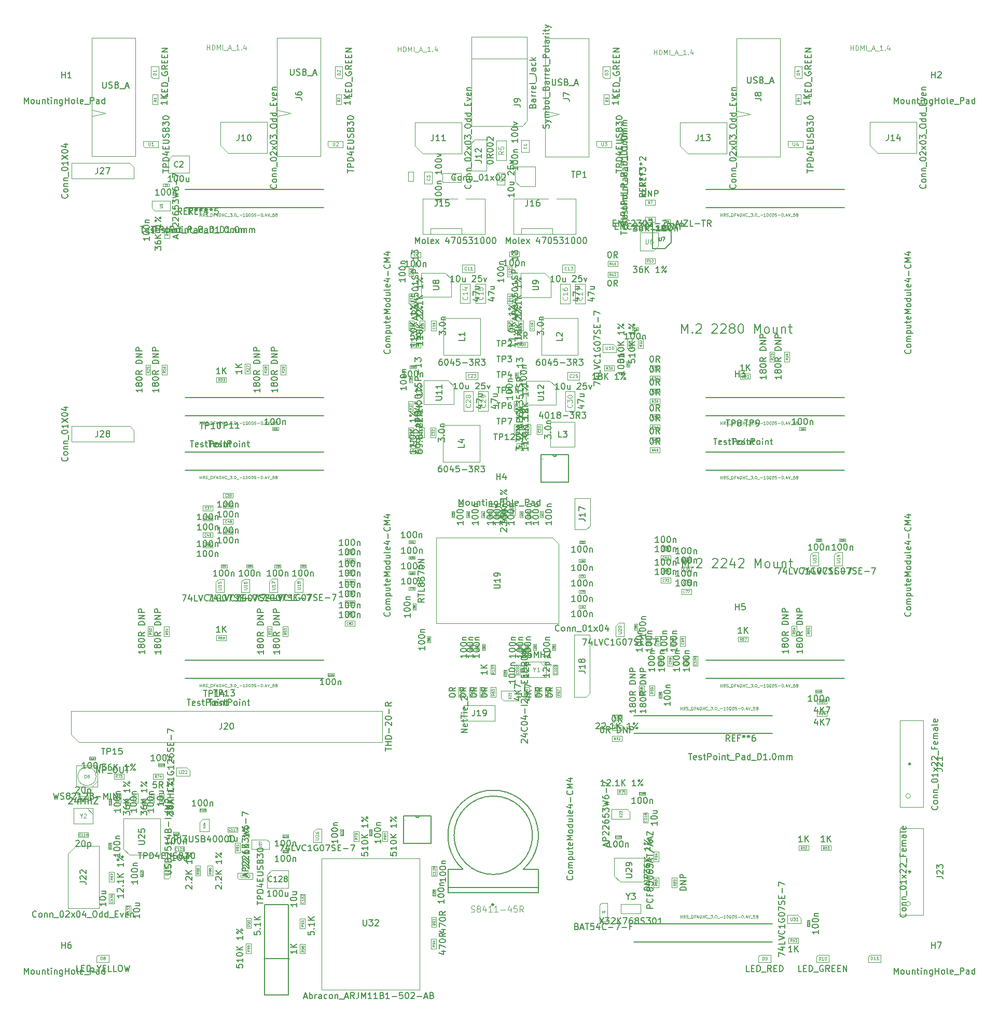
<source format=gbr>
%TF.GenerationSoftware,KiCad,Pcbnew,7.0.2-6a45011f42~172~ubuntu22.04.1*%
%TF.CreationDate,2023-04-24T13:24:37-07:00*%
%TF.ProjectId,Hepta-Pi_1.1,48657074-612d-4506-995f-312e312e6b69,2.1*%
%TF.SameCoordinates,PX37cf1c0PY1ad88f0*%
%TF.FileFunction,AssemblyDrawing,Top*%
%FSLAX46Y46*%
G04 Gerber Fmt 4.6, Leading zero omitted, Abs format (unit mm)*
G04 Created by KiCad (PCBNEW 7.0.2-6a45011f42~172~ubuntu22.04.1) date 2023-04-24 13:24:37*
%MOMM*%
%LPD*%
G01*
G04 APERTURE LIST*
%ADD10C,0.150000*%
%ADD11C,0.060000*%
%ADD12C,0.040000*%
%ADD13C,0.080000*%
%ADD14C,0.075000*%
%ADD15C,0.015000*%
%ADD16C,0.050000*%
%ADD17C,0.120000*%
%ADD18C,0.100000*%
%ADD19C,0.030000*%
%ADD20C,0.110000*%
%ADD21C,0.130000*%
%ADD22C,0.200000*%
%ADD23C,0.105000*%
%ADD24C,0.127000*%
%ADD25C,0.300000*%
%ADD26C,0.152400*%
G04 APERTURE END LIST*
D10*
%TO.C,C37*%
X26285952Y-76492619D02*
X25714524Y-76492619D01*
X26000238Y-76492619D02*
X26000238Y-75492619D01*
X26000238Y-75492619D02*
X25905000Y-75635476D01*
X25905000Y-75635476D02*
X25809762Y-75730714D01*
X25809762Y-75730714D02*
X25714524Y-75778333D01*
X26905000Y-75492619D02*
X27000238Y-75492619D01*
X27000238Y-75492619D02*
X27095476Y-75540238D01*
X27095476Y-75540238D02*
X27143095Y-75587857D01*
X27143095Y-75587857D02*
X27190714Y-75683095D01*
X27190714Y-75683095D02*
X27238333Y-75873571D01*
X27238333Y-75873571D02*
X27238333Y-76111666D01*
X27238333Y-76111666D02*
X27190714Y-76302142D01*
X27190714Y-76302142D02*
X27143095Y-76397380D01*
X27143095Y-76397380D02*
X27095476Y-76445000D01*
X27095476Y-76445000D02*
X27000238Y-76492619D01*
X27000238Y-76492619D02*
X26905000Y-76492619D01*
X26905000Y-76492619D02*
X26809762Y-76445000D01*
X26809762Y-76445000D02*
X26762143Y-76397380D01*
X26762143Y-76397380D02*
X26714524Y-76302142D01*
X26714524Y-76302142D02*
X26666905Y-76111666D01*
X26666905Y-76111666D02*
X26666905Y-75873571D01*
X26666905Y-75873571D02*
X26714524Y-75683095D01*
X26714524Y-75683095D02*
X26762143Y-75587857D01*
X26762143Y-75587857D02*
X26809762Y-75540238D01*
X26809762Y-75540238D02*
X26905000Y-75492619D01*
X27857381Y-75492619D02*
X27952619Y-75492619D01*
X27952619Y-75492619D02*
X28047857Y-75540238D01*
X28047857Y-75540238D02*
X28095476Y-75587857D01*
X28095476Y-75587857D02*
X28143095Y-75683095D01*
X28143095Y-75683095D02*
X28190714Y-75873571D01*
X28190714Y-75873571D02*
X28190714Y-76111666D01*
X28190714Y-76111666D02*
X28143095Y-76302142D01*
X28143095Y-76302142D02*
X28095476Y-76397380D01*
X28095476Y-76397380D02*
X28047857Y-76445000D01*
X28047857Y-76445000D02*
X27952619Y-76492619D01*
X27952619Y-76492619D02*
X27857381Y-76492619D01*
X27857381Y-76492619D02*
X27762143Y-76445000D01*
X27762143Y-76445000D02*
X27714524Y-76397380D01*
X27714524Y-76397380D02*
X27666905Y-76302142D01*
X27666905Y-76302142D02*
X27619286Y-76111666D01*
X27619286Y-76111666D02*
X27619286Y-75873571D01*
X27619286Y-75873571D02*
X27666905Y-75683095D01*
X27666905Y-75683095D02*
X27714524Y-75587857D01*
X27714524Y-75587857D02*
X27762143Y-75540238D01*
X27762143Y-75540238D02*
X27857381Y-75492619D01*
X28619286Y-75825952D02*
X28619286Y-76492619D01*
X28619286Y-75921190D02*
X28666905Y-75873571D01*
X28666905Y-75873571D02*
X28762143Y-75825952D01*
X28762143Y-75825952D02*
X28905000Y-75825952D01*
X28905000Y-75825952D02*
X29000238Y-75873571D01*
X29000238Y-75873571D02*
X29047857Y-75968809D01*
X29047857Y-75968809D02*
X29047857Y-76492619D01*
D11*
X27147857Y-74746952D02*
X27128809Y-74766000D01*
X27128809Y-74766000D02*
X27071667Y-74785047D01*
X27071667Y-74785047D02*
X27033571Y-74785047D01*
X27033571Y-74785047D02*
X26976428Y-74766000D01*
X26976428Y-74766000D02*
X26938333Y-74727904D01*
X26938333Y-74727904D02*
X26919286Y-74689809D01*
X26919286Y-74689809D02*
X26900238Y-74613619D01*
X26900238Y-74613619D02*
X26900238Y-74556476D01*
X26900238Y-74556476D02*
X26919286Y-74480285D01*
X26919286Y-74480285D02*
X26938333Y-74442190D01*
X26938333Y-74442190D02*
X26976428Y-74404095D01*
X26976428Y-74404095D02*
X27033571Y-74385047D01*
X27033571Y-74385047D02*
X27071667Y-74385047D01*
X27071667Y-74385047D02*
X27128809Y-74404095D01*
X27128809Y-74404095D02*
X27147857Y-74423142D01*
X27281190Y-74385047D02*
X27528809Y-74385047D01*
X27528809Y-74385047D02*
X27395476Y-74537428D01*
X27395476Y-74537428D02*
X27452619Y-74537428D01*
X27452619Y-74537428D02*
X27490714Y-74556476D01*
X27490714Y-74556476D02*
X27509762Y-74575523D01*
X27509762Y-74575523D02*
X27528809Y-74613619D01*
X27528809Y-74613619D02*
X27528809Y-74708857D01*
X27528809Y-74708857D02*
X27509762Y-74746952D01*
X27509762Y-74746952D02*
X27490714Y-74766000D01*
X27490714Y-74766000D02*
X27452619Y-74785047D01*
X27452619Y-74785047D02*
X27338333Y-74785047D01*
X27338333Y-74785047D02*
X27300238Y-74766000D01*
X27300238Y-74766000D02*
X27281190Y-74746952D01*
X27662142Y-74385047D02*
X27928809Y-74385047D01*
X27928809Y-74385047D02*
X27757380Y-74785047D01*
D10*
%TO.C,C121*%
X48592619Y-128669047D02*
X48592619Y-129240475D01*
X48592619Y-128954761D02*
X47592619Y-128954761D01*
X47592619Y-128954761D02*
X47735476Y-129049999D01*
X47735476Y-129049999D02*
X47830714Y-129145237D01*
X47830714Y-129145237D02*
X47878333Y-129240475D01*
X47592619Y-128049999D02*
X47592619Y-127954761D01*
X47592619Y-127954761D02*
X47640238Y-127859523D01*
X47640238Y-127859523D02*
X47687857Y-127811904D01*
X47687857Y-127811904D02*
X47783095Y-127764285D01*
X47783095Y-127764285D02*
X47973571Y-127716666D01*
X47973571Y-127716666D02*
X48211666Y-127716666D01*
X48211666Y-127716666D02*
X48402142Y-127764285D01*
X48402142Y-127764285D02*
X48497380Y-127811904D01*
X48497380Y-127811904D02*
X48545000Y-127859523D01*
X48545000Y-127859523D02*
X48592619Y-127954761D01*
X48592619Y-127954761D02*
X48592619Y-128049999D01*
X48592619Y-128049999D02*
X48545000Y-128145237D01*
X48545000Y-128145237D02*
X48497380Y-128192856D01*
X48497380Y-128192856D02*
X48402142Y-128240475D01*
X48402142Y-128240475D02*
X48211666Y-128288094D01*
X48211666Y-128288094D02*
X47973571Y-128288094D01*
X47973571Y-128288094D02*
X47783095Y-128240475D01*
X47783095Y-128240475D02*
X47687857Y-128192856D01*
X47687857Y-128192856D02*
X47640238Y-128145237D01*
X47640238Y-128145237D02*
X47592619Y-128049999D01*
X47592619Y-127097618D02*
X47592619Y-127002380D01*
X47592619Y-127002380D02*
X47640238Y-126907142D01*
X47640238Y-126907142D02*
X47687857Y-126859523D01*
X47687857Y-126859523D02*
X47783095Y-126811904D01*
X47783095Y-126811904D02*
X47973571Y-126764285D01*
X47973571Y-126764285D02*
X48211666Y-126764285D01*
X48211666Y-126764285D02*
X48402142Y-126811904D01*
X48402142Y-126811904D02*
X48497380Y-126859523D01*
X48497380Y-126859523D02*
X48545000Y-126907142D01*
X48545000Y-126907142D02*
X48592619Y-127002380D01*
X48592619Y-127002380D02*
X48592619Y-127097618D01*
X48592619Y-127097618D02*
X48545000Y-127192856D01*
X48545000Y-127192856D02*
X48497380Y-127240475D01*
X48497380Y-127240475D02*
X48402142Y-127288094D01*
X48402142Y-127288094D02*
X48211666Y-127335713D01*
X48211666Y-127335713D02*
X47973571Y-127335713D01*
X47973571Y-127335713D02*
X47783095Y-127288094D01*
X47783095Y-127288094D02*
X47687857Y-127240475D01*
X47687857Y-127240475D02*
X47640238Y-127192856D01*
X47640238Y-127192856D02*
X47592619Y-127097618D01*
X47925952Y-126335713D02*
X48592619Y-126335713D01*
X48021190Y-126335713D02*
X47973571Y-126288094D01*
X47973571Y-126288094D02*
X47925952Y-126192856D01*
X47925952Y-126192856D02*
X47925952Y-126049999D01*
X47925952Y-126049999D02*
X47973571Y-125954761D01*
X47973571Y-125954761D02*
X48068809Y-125907142D01*
X48068809Y-125907142D02*
X48592619Y-125907142D01*
D12*
X49381845Y-127829761D02*
X49393750Y-127841665D01*
X49393750Y-127841665D02*
X49405654Y-127877380D01*
X49405654Y-127877380D02*
X49405654Y-127901189D01*
X49405654Y-127901189D02*
X49393750Y-127936903D01*
X49393750Y-127936903D02*
X49369940Y-127960713D01*
X49369940Y-127960713D02*
X49346130Y-127972618D01*
X49346130Y-127972618D02*
X49298511Y-127984522D01*
X49298511Y-127984522D02*
X49262797Y-127984522D01*
X49262797Y-127984522D02*
X49215178Y-127972618D01*
X49215178Y-127972618D02*
X49191369Y-127960713D01*
X49191369Y-127960713D02*
X49167559Y-127936903D01*
X49167559Y-127936903D02*
X49155654Y-127901189D01*
X49155654Y-127901189D02*
X49155654Y-127877380D01*
X49155654Y-127877380D02*
X49167559Y-127841665D01*
X49167559Y-127841665D02*
X49179464Y-127829761D01*
X49405654Y-127591665D02*
X49405654Y-127734522D01*
X49405654Y-127663094D02*
X49155654Y-127663094D01*
X49155654Y-127663094D02*
X49191369Y-127686903D01*
X49191369Y-127686903D02*
X49215178Y-127710713D01*
X49215178Y-127710713D02*
X49227083Y-127734522D01*
X49179464Y-127496427D02*
X49167559Y-127484523D01*
X49167559Y-127484523D02*
X49155654Y-127460713D01*
X49155654Y-127460713D02*
X49155654Y-127401189D01*
X49155654Y-127401189D02*
X49167559Y-127377380D01*
X49167559Y-127377380D02*
X49179464Y-127365475D01*
X49179464Y-127365475D02*
X49203273Y-127353570D01*
X49203273Y-127353570D02*
X49227083Y-127353570D01*
X49227083Y-127353570D02*
X49262797Y-127365475D01*
X49262797Y-127365475D02*
X49405654Y-127508332D01*
X49405654Y-127508332D02*
X49405654Y-127353570D01*
X49405654Y-127115475D02*
X49405654Y-127258332D01*
X49405654Y-127186904D02*
X49155654Y-127186904D01*
X49155654Y-127186904D02*
X49191369Y-127210713D01*
X49191369Y-127210713D02*
X49215178Y-127234523D01*
X49215178Y-127234523D02*
X49227083Y-127258332D01*
D10*
%TO.C,C58*%
X49440952Y-82235477D02*
X48869524Y-82235477D01*
X49155238Y-82235477D02*
X49155238Y-81235477D01*
X49155238Y-81235477D02*
X49060000Y-81378334D01*
X49060000Y-81378334D02*
X48964762Y-81473572D01*
X48964762Y-81473572D02*
X48869524Y-81521191D01*
X50060000Y-81235477D02*
X50155238Y-81235477D01*
X50155238Y-81235477D02*
X50250476Y-81283096D01*
X50250476Y-81283096D02*
X50298095Y-81330715D01*
X50298095Y-81330715D02*
X50345714Y-81425953D01*
X50345714Y-81425953D02*
X50393333Y-81616429D01*
X50393333Y-81616429D02*
X50393333Y-81854524D01*
X50393333Y-81854524D02*
X50345714Y-82045000D01*
X50345714Y-82045000D02*
X50298095Y-82140238D01*
X50298095Y-82140238D02*
X50250476Y-82187858D01*
X50250476Y-82187858D02*
X50155238Y-82235477D01*
X50155238Y-82235477D02*
X50060000Y-82235477D01*
X50060000Y-82235477D02*
X49964762Y-82187858D01*
X49964762Y-82187858D02*
X49917143Y-82140238D01*
X49917143Y-82140238D02*
X49869524Y-82045000D01*
X49869524Y-82045000D02*
X49821905Y-81854524D01*
X49821905Y-81854524D02*
X49821905Y-81616429D01*
X49821905Y-81616429D02*
X49869524Y-81425953D01*
X49869524Y-81425953D02*
X49917143Y-81330715D01*
X49917143Y-81330715D02*
X49964762Y-81283096D01*
X49964762Y-81283096D02*
X50060000Y-81235477D01*
X51012381Y-81235477D02*
X51107619Y-81235477D01*
X51107619Y-81235477D02*
X51202857Y-81283096D01*
X51202857Y-81283096D02*
X51250476Y-81330715D01*
X51250476Y-81330715D02*
X51298095Y-81425953D01*
X51298095Y-81425953D02*
X51345714Y-81616429D01*
X51345714Y-81616429D02*
X51345714Y-81854524D01*
X51345714Y-81854524D02*
X51298095Y-82045000D01*
X51298095Y-82045000D02*
X51250476Y-82140238D01*
X51250476Y-82140238D02*
X51202857Y-82187858D01*
X51202857Y-82187858D02*
X51107619Y-82235477D01*
X51107619Y-82235477D02*
X51012381Y-82235477D01*
X51012381Y-82235477D02*
X50917143Y-82187858D01*
X50917143Y-82187858D02*
X50869524Y-82140238D01*
X50869524Y-82140238D02*
X50821905Y-82045000D01*
X50821905Y-82045000D02*
X50774286Y-81854524D01*
X50774286Y-81854524D02*
X50774286Y-81616429D01*
X50774286Y-81616429D02*
X50821905Y-81425953D01*
X50821905Y-81425953D02*
X50869524Y-81330715D01*
X50869524Y-81330715D02*
X50917143Y-81283096D01*
X50917143Y-81283096D02*
X51012381Y-81235477D01*
X51774286Y-81568810D02*
X51774286Y-82235477D01*
X51774286Y-81664048D02*
X51821905Y-81616429D01*
X51821905Y-81616429D02*
X51917143Y-81568810D01*
X51917143Y-81568810D02*
X52060000Y-81568810D01*
X52060000Y-81568810D02*
X52155238Y-81616429D01*
X52155238Y-81616429D02*
X52202857Y-81711667D01*
X52202857Y-81711667D02*
X52202857Y-82235477D01*
D11*
X50302857Y-83349810D02*
X50283809Y-83368858D01*
X50283809Y-83368858D02*
X50226667Y-83387905D01*
X50226667Y-83387905D02*
X50188571Y-83387905D01*
X50188571Y-83387905D02*
X50131428Y-83368858D01*
X50131428Y-83368858D02*
X50093333Y-83330762D01*
X50093333Y-83330762D02*
X50074286Y-83292667D01*
X50074286Y-83292667D02*
X50055238Y-83216477D01*
X50055238Y-83216477D02*
X50055238Y-83159334D01*
X50055238Y-83159334D02*
X50074286Y-83083143D01*
X50074286Y-83083143D02*
X50093333Y-83045048D01*
X50093333Y-83045048D02*
X50131428Y-83006953D01*
X50131428Y-83006953D02*
X50188571Y-82987905D01*
X50188571Y-82987905D02*
X50226667Y-82987905D01*
X50226667Y-82987905D02*
X50283809Y-83006953D01*
X50283809Y-83006953D02*
X50302857Y-83026000D01*
X50664762Y-82987905D02*
X50474286Y-82987905D01*
X50474286Y-82987905D02*
X50455238Y-83178381D01*
X50455238Y-83178381D02*
X50474286Y-83159334D01*
X50474286Y-83159334D02*
X50512381Y-83140286D01*
X50512381Y-83140286D02*
X50607619Y-83140286D01*
X50607619Y-83140286D02*
X50645714Y-83159334D01*
X50645714Y-83159334D02*
X50664762Y-83178381D01*
X50664762Y-83178381D02*
X50683809Y-83216477D01*
X50683809Y-83216477D02*
X50683809Y-83311715D01*
X50683809Y-83311715D02*
X50664762Y-83349810D01*
X50664762Y-83349810D02*
X50645714Y-83368858D01*
X50645714Y-83368858D02*
X50607619Y-83387905D01*
X50607619Y-83387905D02*
X50512381Y-83387905D01*
X50512381Y-83387905D02*
X50474286Y-83368858D01*
X50474286Y-83368858D02*
X50455238Y-83349810D01*
X50912380Y-83159334D02*
X50874285Y-83140286D01*
X50874285Y-83140286D02*
X50855238Y-83121238D01*
X50855238Y-83121238D02*
X50836190Y-83083143D01*
X50836190Y-83083143D02*
X50836190Y-83064096D01*
X50836190Y-83064096D02*
X50855238Y-83026000D01*
X50855238Y-83026000D02*
X50874285Y-83006953D01*
X50874285Y-83006953D02*
X50912380Y-82987905D01*
X50912380Y-82987905D02*
X50988571Y-82987905D01*
X50988571Y-82987905D02*
X51026666Y-83006953D01*
X51026666Y-83006953D02*
X51045714Y-83026000D01*
X51045714Y-83026000D02*
X51064761Y-83064096D01*
X51064761Y-83064096D02*
X51064761Y-83083143D01*
X51064761Y-83083143D02*
X51045714Y-83121238D01*
X51045714Y-83121238D02*
X51026666Y-83140286D01*
X51026666Y-83140286D02*
X50988571Y-83159334D01*
X50988571Y-83159334D02*
X50912380Y-83159334D01*
X50912380Y-83159334D02*
X50874285Y-83178381D01*
X50874285Y-83178381D02*
X50855238Y-83197429D01*
X50855238Y-83197429D02*
X50836190Y-83235524D01*
X50836190Y-83235524D02*
X50836190Y-83311715D01*
X50836190Y-83311715D02*
X50855238Y-83349810D01*
X50855238Y-83349810D02*
X50874285Y-83368858D01*
X50874285Y-83368858D02*
X50912380Y-83387905D01*
X50912380Y-83387905D02*
X50988571Y-83387905D01*
X50988571Y-83387905D02*
X51026666Y-83368858D01*
X51026666Y-83368858D02*
X51045714Y-83349810D01*
X51045714Y-83349810D02*
X51064761Y-83311715D01*
X51064761Y-83311715D02*
X51064761Y-83235524D01*
X51064761Y-83235524D02*
X51045714Y-83197429D01*
X51045714Y-83197429D02*
X51026666Y-83178381D01*
X51026666Y-83178381D02*
X50988571Y-83159334D01*
D10*
%TO.C,J27*%
X4437380Y-23409524D02*
X4485000Y-23457143D01*
X4485000Y-23457143D02*
X4532619Y-23600000D01*
X4532619Y-23600000D02*
X4532619Y-23695238D01*
X4532619Y-23695238D02*
X4485000Y-23838095D01*
X4485000Y-23838095D02*
X4389761Y-23933333D01*
X4389761Y-23933333D02*
X4294523Y-23980952D01*
X4294523Y-23980952D02*
X4104047Y-24028571D01*
X4104047Y-24028571D02*
X3961190Y-24028571D01*
X3961190Y-24028571D02*
X3770714Y-23980952D01*
X3770714Y-23980952D02*
X3675476Y-23933333D01*
X3675476Y-23933333D02*
X3580238Y-23838095D01*
X3580238Y-23838095D02*
X3532619Y-23695238D01*
X3532619Y-23695238D02*
X3532619Y-23600000D01*
X3532619Y-23600000D02*
X3580238Y-23457143D01*
X3580238Y-23457143D02*
X3627857Y-23409524D01*
X4532619Y-22838095D02*
X4485000Y-22933333D01*
X4485000Y-22933333D02*
X4437380Y-22980952D01*
X4437380Y-22980952D02*
X4342142Y-23028571D01*
X4342142Y-23028571D02*
X4056428Y-23028571D01*
X4056428Y-23028571D02*
X3961190Y-22980952D01*
X3961190Y-22980952D02*
X3913571Y-22933333D01*
X3913571Y-22933333D02*
X3865952Y-22838095D01*
X3865952Y-22838095D02*
X3865952Y-22695238D01*
X3865952Y-22695238D02*
X3913571Y-22600000D01*
X3913571Y-22600000D02*
X3961190Y-22552381D01*
X3961190Y-22552381D02*
X4056428Y-22504762D01*
X4056428Y-22504762D02*
X4342142Y-22504762D01*
X4342142Y-22504762D02*
X4437380Y-22552381D01*
X4437380Y-22552381D02*
X4485000Y-22600000D01*
X4485000Y-22600000D02*
X4532619Y-22695238D01*
X4532619Y-22695238D02*
X4532619Y-22838095D01*
X3865952Y-22076190D02*
X4532619Y-22076190D01*
X3961190Y-22076190D02*
X3913571Y-22028571D01*
X3913571Y-22028571D02*
X3865952Y-21933333D01*
X3865952Y-21933333D02*
X3865952Y-21790476D01*
X3865952Y-21790476D02*
X3913571Y-21695238D01*
X3913571Y-21695238D02*
X4008809Y-21647619D01*
X4008809Y-21647619D02*
X4532619Y-21647619D01*
X3865952Y-21171428D02*
X4532619Y-21171428D01*
X3961190Y-21171428D02*
X3913571Y-21123809D01*
X3913571Y-21123809D02*
X3865952Y-21028571D01*
X3865952Y-21028571D02*
X3865952Y-20885714D01*
X3865952Y-20885714D02*
X3913571Y-20790476D01*
X3913571Y-20790476D02*
X4008809Y-20742857D01*
X4008809Y-20742857D02*
X4532619Y-20742857D01*
X4627857Y-20504762D02*
X4627857Y-19742857D01*
X3532619Y-19314285D02*
X3532619Y-19219047D01*
X3532619Y-19219047D02*
X3580238Y-19123809D01*
X3580238Y-19123809D02*
X3627857Y-19076190D01*
X3627857Y-19076190D02*
X3723095Y-19028571D01*
X3723095Y-19028571D02*
X3913571Y-18980952D01*
X3913571Y-18980952D02*
X4151666Y-18980952D01*
X4151666Y-18980952D02*
X4342142Y-19028571D01*
X4342142Y-19028571D02*
X4437380Y-19076190D01*
X4437380Y-19076190D02*
X4485000Y-19123809D01*
X4485000Y-19123809D02*
X4532619Y-19219047D01*
X4532619Y-19219047D02*
X4532619Y-19314285D01*
X4532619Y-19314285D02*
X4485000Y-19409523D01*
X4485000Y-19409523D02*
X4437380Y-19457142D01*
X4437380Y-19457142D02*
X4342142Y-19504761D01*
X4342142Y-19504761D02*
X4151666Y-19552380D01*
X4151666Y-19552380D02*
X3913571Y-19552380D01*
X3913571Y-19552380D02*
X3723095Y-19504761D01*
X3723095Y-19504761D02*
X3627857Y-19457142D01*
X3627857Y-19457142D02*
X3580238Y-19409523D01*
X3580238Y-19409523D02*
X3532619Y-19314285D01*
X4532619Y-18028571D02*
X4532619Y-18599999D01*
X4532619Y-18314285D02*
X3532619Y-18314285D01*
X3532619Y-18314285D02*
X3675476Y-18409523D01*
X3675476Y-18409523D02*
X3770714Y-18504761D01*
X3770714Y-18504761D02*
X3818333Y-18599999D01*
X3532619Y-17695237D02*
X4532619Y-17028571D01*
X3532619Y-17028571D02*
X4532619Y-17695237D01*
X3532619Y-16457142D02*
X3532619Y-16361904D01*
X3532619Y-16361904D02*
X3580238Y-16266666D01*
X3580238Y-16266666D02*
X3627857Y-16219047D01*
X3627857Y-16219047D02*
X3723095Y-16171428D01*
X3723095Y-16171428D02*
X3913571Y-16123809D01*
X3913571Y-16123809D02*
X4151666Y-16123809D01*
X4151666Y-16123809D02*
X4342142Y-16171428D01*
X4342142Y-16171428D02*
X4437380Y-16219047D01*
X4437380Y-16219047D02*
X4485000Y-16266666D01*
X4485000Y-16266666D02*
X4532619Y-16361904D01*
X4532619Y-16361904D02*
X4532619Y-16457142D01*
X4532619Y-16457142D02*
X4485000Y-16552380D01*
X4485000Y-16552380D02*
X4437380Y-16599999D01*
X4437380Y-16599999D02*
X4342142Y-16647618D01*
X4342142Y-16647618D02*
X4151666Y-16695237D01*
X4151666Y-16695237D02*
X3913571Y-16695237D01*
X3913571Y-16695237D02*
X3723095Y-16647618D01*
X3723095Y-16647618D02*
X3627857Y-16599999D01*
X3627857Y-16599999D02*
X3580238Y-16552380D01*
X3580238Y-16552380D02*
X3532619Y-16457142D01*
X3865952Y-15266666D02*
X4532619Y-15266666D01*
X3485000Y-15504761D02*
X4199285Y-15742856D01*
X4199285Y-15742856D02*
X4199285Y-15123809D01*
X9400476Y-19062619D02*
X9400476Y-19776904D01*
X9400476Y-19776904D02*
X9352857Y-19919761D01*
X9352857Y-19919761D02*
X9257619Y-20015000D01*
X9257619Y-20015000D02*
X9114762Y-20062619D01*
X9114762Y-20062619D02*
X9019524Y-20062619D01*
X9829048Y-19157857D02*
X9876667Y-19110238D01*
X9876667Y-19110238D02*
X9971905Y-19062619D01*
X9971905Y-19062619D02*
X10210000Y-19062619D01*
X10210000Y-19062619D02*
X10305238Y-19110238D01*
X10305238Y-19110238D02*
X10352857Y-19157857D01*
X10352857Y-19157857D02*
X10400476Y-19253095D01*
X10400476Y-19253095D02*
X10400476Y-19348333D01*
X10400476Y-19348333D02*
X10352857Y-19491190D01*
X10352857Y-19491190D02*
X9781429Y-20062619D01*
X9781429Y-20062619D02*
X10400476Y-20062619D01*
X10733810Y-19062619D02*
X11400476Y-19062619D01*
X11400476Y-19062619D02*
X10971905Y-20062619D01*
%TO.C,R23*%
X118532619Y-52961428D02*
X118532619Y-53532856D01*
X118532619Y-53247142D02*
X117532619Y-53247142D01*
X117532619Y-53247142D02*
X117675476Y-53342380D01*
X117675476Y-53342380D02*
X117770714Y-53437618D01*
X117770714Y-53437618D02*
X117818333Y-53532856D01*
X117961190Y-52389999D02*
X117913571Y-52485237D01*
X117913571Y-52485237D02*
X117865952Y-52532856D01*
X117865952Y-52532856D02*
X117770714Y-52580475D01*
X117770714Y-52580475D02*
X117723095Y-52580475D01*
X117723095Y-52580475D02*
X117627857Y-52532856D01*
X117627857Y-52532856D02*
X117580238Y-52485237D01*
X117580238Y-52485237D02*
X117532619Y-52389999D01*
X117532619Y-52389999D02*
X117532619Y-52199523D01*
X117532619Y-52199523D02*
X117580238Y-52104285D01*
X117580238Y-52104285D02*
X117627857Y-52056666D01*
X117627857Y-52056666D02*
X117723095Y-52009047D01*
X117723095Y-52009047D02*
X117770714Y-52009047D01*
X117770714Y-52009047D02*
X117865952Y-52056666D01*
X117865952Y-52056666D02*
X117913571Y-52104285D01*
X117913571Y-52104285D02*
X117961190Y-52199523D01*
X117961190Y-52199523D02*
X117961190Y-52389999D01*
X117961190Y-52389999D02*
X118008809Y-52485237D01*
X118008809Y-52485237D02*
X118056428Y-52532856D01*
X118056428Y-52532856D02*
X118151666Y-52580475D01*
X118151666Y-52580475D02*
X118342142Y-52580475D01*
X118342142Y-52580475D02*
X118437380Y-52532856D01*
X118437380Y-52532856D02*
X118485000Y-52485237D01*
X118485000Y-52485237D02*
X118532619Y-52389999D01*
X118532619Y-52389999D02*
X118532619Y-52199523D01*
X118532619Y-52199523D02*
X118485000Y-52104285D01*
X118485000Y-52104285D02*
X118437380Y-52056666D01*
X118437380Y-52056666D02*
X118342142Y-52009047D01*
X118342142Y-52009047D02*
X118151666Y-52009047D01*
X118151666Y-52009047D02*
X118056428Y-52056666D01*
X118056428Y-52056666D02*
X118008809Y-52104285D01*
X118008809Y-52104285D02*
X117961190Y-52199523D01*
X117532619Y-51389999D02*
X117532619Y-51294761D01*
X117532619Y-51294761D02*
X117580238Y-51199523D01*
X117580238Y-51199523D02*
X117627857Y-51151904D01*
X117627857Y-51151904D02*
X117723095Y-51104285D01*
X117723095Y-51104285D02*
X117913571Y-51056666D01*
X117913571Y-51056666D02*
X118151666Y-51056666D01*
X118151666Y-51056666D02*
X118342142Y-51104285D01*
X118342142Y-51104285D02*
X118437380Y-51151904D01*
X118437380Y-51151904D02*
X118485000Y-51199523D01*
X118485000Y-51199523D02*
X118532619Y-51294761D01*
X118532619Y-51294761D02*
X118532619Y-51389999D01*
X118532619Y-51389999D02*
X118485000Y-51485237D01*
X118485000Y-51485237D02*
X118437380Y-51532856D01*
X118437380Y-51532856D02*
X118342142Y-51580475D01*
X118342142Y-51580475D02*
X118151666Y-51628094D01*
X118151666Y-51628094D02*
X117913571Y-51628094D01*
X117913571Y-51628094D02*
X117723095Y-51580475D01*
X117723095Y-51580475D02*
X117627857Y-51532856D01*
X117627857Y-51532856D02*
X117580238Y-51485237D01*
X117580238Y-51485237D02*
X117532619Y-51389999D01*
X118532619Y-50056666D02*
X118056428Y-50389999D01*
X118532619Y-50628094D02*
X117532619Y-50628094D01*
X117532619Y-50628094D02*
X117532619Y-50247142D01*
X117532619Y-50247142D02*
X117580238Y-50151904D01*
X117580238Y-50151904D02*
X117627857Y-50104285D01*
X117627857Y-50104285D02*
X117723095Y-50056666D01*
X117723095Y-50056666D02*
X117865952Y-50056666D01*
X117865952Y-50056666D02*
X117961190Y-50104285D01*
X117961190Y-50104285D02*
X118008809Y-50151904D01*
X118008809Y-50151904D02*
X118056428Y-50247142D01*
X118056428Y-50247142D02*
X118056428Y-50628094D01*
X118532619Y-48866189D02*
X117532619Y-48866189D01*
X117532619Y-48866189D02*
X117532619Y-48628094D01*
X117532619Y-48628094D02*
X117580238Y-48485237D01*
X117580238Y-48485237D02*
X117675476Y-48389999D01*
X117675476Y-48389999D02*
X117770714Y-48342380D01*
X117770714Y-48342380D02*
X117961190Y-48294761D01*
X117961190Y-48294761D02*
X118104047Y-48294761D01*
X118104047Y-48294761D02*
X118294523Y-48342380D01*
X118294523Y-48342380D02*
X118389761Y-48389999D01*
X118389761Y-48389999D02*
X118485000Y-48485237D01*
X118485000Y-48485237D02*
X118532619Y-48628094D01*
X118532619Y-48628094D02*
X118532619Y-48866189D01*
X118532619Y-47866189D02*
X117532619Y-47866189D01*
X117532619Y-47866189D02*
X118532619Y-47294761D01*
X118532619Y-47294761D02*
X117532619Y-47294761D01*
X118532619Y-46818570D02*
X117532619Y-46818570D01*
X117532619Y-46818570D02*
X117532619Y-46437618D01*
X117532619Y-46437618D02*
X117580238Y-46342380D01*
X117580238Y-46342380D02*
X117627857Y-46294761D01*
X117627857Y-46294761D02*
X117723095Y-46247142D01*
X117723095Y-46247142D02*
X117865952Y-46247142D01*
X117865952Y-46247142D02*
X117961190Y-46294761D01*
X117961190Y-46294761D02*
X118008809Y-46342380D01*
X118008809Y-46342380D02*
X118056428Y-46437618D01*
X118056428Y-46437618D02*
X118056428Y-46818570D01*
D11*
X119685047Y-50147142D02*
X119494571Y-50280475D01*
X119685047Y-50375713D02*
X119285047Y-50375713D01*
X119285047Y-50375713D02*
X119285047Y-50223332D01*
X119285047Y-50223332D02*
X119304095Y-50185237D01*
X119304095Y-50185237D02*
X119323142Y-50166190D01*
X119323142Y-50166190D02*
X119361238Y-50147142D01*
X119361238Y-50147142D02*
X119418380Y-50147142D01*
X119418380Y-50147142D02*
X119456476Y-50166190D01*
X119456476Y-50166190D02*
X119475523Y-50185237D01*
X119475523Y-50185237D02*
X119494571Y-50223332D01*
X119494571Y-50223332D02*
X119494571Y-50375713D01*
X119323142Y-49994761D02*
X119304095Y-49975713D01*
X119304095Y-49975713D02*
X119285047Y-49937618D01*
X119285047Y-49937618D02*
X119285047Y-49842380D01*
X119285047Y-49842380D02*
X119304095Y-49804285D01*
X119304095Y-49804285D02*
X119323142Y-49785237D01*
X119323142Y-49785237D02*
X119361238Y-49766190D01*
X119361238Y-49766190D02*
X119399333Y-49766190D01*
X119399333Y-49766190D02*
X119456476Y-49785237D01*
X119456476Y-49785237D02*
X119685047Y-50013809D01*
X119685047Y-50013809D02*
X119685047Y-49766190D01*
X119285047Y-49632857D02*
X119285047Y-49385238D01*
X119285047Y-49385238D02*
X119437428Y-49518571D01*
X119437428Y-49518571D02*
X119437428Y-49461428D01*
X119437428Y-49461428D02*
X119456476Y-49423333D01*
X119456476Y-49423333D02*
X119475523Y-49404285D01*
X119475523Y-49404285D02*
X119513619Y-49385238D01*
X119513619Y-49385238D02*
X119608857Y-49385238D01*
X119608857Y-49385238D02*
X119646952Y-49404285D01*
X119646952Y-49404285D02*
X119666000Y-49423333D01*
X119666000Y-49423333D02*
X119685047Y-49461428D01*
X119685047Y-49461428D02*
X119685047Y-49575714D01*
X119685047Y-49575714D02*
X119666000Y-49613809D01*
X119666000Y-49613809D02*
X119646952Y-49632857D01*
D10*
%TO.C,C101*%
X77542619Y-102619047D02*
X77542619Y-103190475D01*
X77542619Y-102904761D02*
X76542619Y-102904761D01*
X76542619Y-102904761D02*
X76685476Y-102999999D01*
X76685476Y-102999999D02*
X76780714Y-103095237D01*
X76780714Y-103095237D02*
X76828333Y-103190475D01*
X76542619Y-101999999D02*
X76542619Y-101904761D01*
X76542619Y-101904761D02*
X76590238Y-101809523D01*
X76590238Y-101809523D02*
X76637857Y-101761904D01*
X76637857Y-101761904D02*
X76733095Y-101714285D01*
X76733095Y-101714285D02*
X76923571Y-101666666D01*
X76923571Y-101666666D02*
X77161666Y-101666666D01*
X77161666Y-101666666D02*
X77352142Y-101714285D01*
X77352142Y-101714285D02*
X77447380Y-101761904D01*
X77447380Y-101761904D02*
X77495000Y-101809523D01*
X77495000Y-101809523D02*
X77542619Y-101904761D01*
X77542619Y-101904761D02*
X77542619Y-101999999D01*
X77542619Y-101999999D02*
X77495000Y-102095237D01*
X77495000Y-102095237D02*
X77447380Y-102142856D01*
X77447380Y-102142856D02*
X77352142Y-102190475D01*
X77352142Y-102190475D02*
X77161666Y-102238094D01*
X77161666Y-102238094D02*
X76923571Y-102238094D01*
X76923571Y-102238094D02*
X76733095Y-102190475D01*
X76733095Y-102190475D02*
X76637857Y-102142856D01*
X76637857Y-102142856D02*
X76590238Y-102095237D01*
X76590238Y-102095237D02*
X76542619Y-101999999D01*
X76542619Y-101047618D02*
X76542619Y-100952380D01*
X76542619Y-100952380D02*
X76590238Y-100857142D01*
X76590238Y-100857142D02*
X76637857Y-100809523D01*
X76637857Y-100809523D02*
X76733095Y-100761904D01*
X76733095Y-100761904D02*
X76923571Y-100714285D01*
X76923571Y-100714285D02*
X77161666Y-100714285D01*
X77161666Y-100714285D02*
X77352142Y-100761904D01*
X77352142Y-100761904D02*
X77447380Y-100809523D01*
X77447380Y-100809523D02*
X77495000Y-100857142D01*
X77495000Y-100857142D02*
X77542619Y-100952380D01*
X77542619Y-100952380D02*
X77542619Y-101047618D01*
X77542619Y-101047618D02*
X77495000Y-101142856D01*
X77495000Y-101142856D02*
X77447380Y-101190475D01*
X77447380Y-101190475D02*
X77352142Y-101238094D01*
X77352142Y-101238094D02*
X77161666Y-101285713D01*
X77161666Y-101285713D02*
X76923571Y-101285713D01*
X76923571Y-101285713D02*
X76733095Y-101238094D01*
X76733095Y-101238094D02*
X76637857Y-101190475D01*
X76637857Y-101190475D02*
X76590238Y-101142856D01*
X76590238Y-101142856D02*
X76542619Y-101047618D01*
X76875952Y-100285713D02*
X77542619Y-100285713D01*
X76971190Y-100285713D02*
X76923571Y-100238094D01*
X76923571Y-100238094D02*
X76875952Y-100142856D01*
X76875952Y-100142856D02*
X76875952Y-99999999D01*
X76875952Y-99999999D02*
X76923571Y-99904761D01*
X76923571Y-99904761D02*
X77018809Y-99857142D01*
X77018809Y-99857142D02*
X77542619Y-99857142D01*
D12*
X76011845Y-101779761D02*
X76023750Y-101791665D01*
X76023750Y-101791665D02*
X76035654Y-101827380D01*
X76035654Y-101827380D02*
X76035654Y-101851189D01*
X76035654Y-101851189D02*
X76023750Y-101886903D01*
X76023750Y-101886903D02*
X75999940Y-101910713D01*
X75999940Y-101910713D02*
X75976130Y-101922618D01*
X75976130Y-101922618D02*
X75928511Y-101934522D01*
X75928511Y-101934522D02*
X75892797Y-101934522D01*
X75892797Y-101934522D02*
X75845178Y-101922618D01*
X75845178Y-101922618D02*
X75821369Y-101910713D01*
X75821369Y-101910713D02*
X75797559Y-101886903D01*
X75797559Y-101886903D02*
X75785654Y-101851189D01*
X75785654Y-101851189D02*
X75785654Y-101827380D01*
X75785654Y-101827380D02*
X75797559Y-101791665D01*
X75797559Y-101791665D02*
X75809464Y-101779761D01*
X76035654Y-101541665D02*
X76035654Y-101684522D01*
X76035654Y-101613094D02*
X75785654Y-101613094D01*
X75785654Y-101613094D02*
X75821369Y-101636903D01*
X75821369Y-101636903D02*
X75845178Y-101660713D01*
X75845178Y-101660713D02*
X75857083Y-101684522D01*
X75785654Y-101386904D02*
X75785654Y-101363094D01*
X75785654Y-101363094D02*
X75797559Y-101339285D01*
X75797559Y-101339285D02*
X75809464Y-101327380D01*
X75809464Y-101327380D02*
X75833273Y-101315475D01*
X75833273Y-101315475D02*
X75880892Y-101303570D01*
X75880892Y-101303570D02*
X75940416Y-101303570D01*
X75940416Y-101303570D02*
X75988035Y-101315475D01*
X75988035Y-101315475D02*
X76011845Y-101327380D01*
X76011845Y-101327380D02*
X76023750Y-101339285D01*
X76023750Y-101339285D02*
X76035654Y-101363094D01*
X76035654Y-101363094D02*
X76035654Y-101386904D01*
X76035654Y-101386904D02*
X76023750Y-101410713D01*
X76023750Y-101410713D02*
X76011845Y-101422618D01*
X76011845Y-101422618D02*
X75988035Y-101434523D01*
X75988035Y-101434523D02*
X75940416Y-101446427D01*
X75940416Y-101446427D02*
X75880892Y-101446427D01*
X75880892Y-101446427D02*
X75833273Y-101434523D01*
X75833273Y-101434523D02*
X75809464Y-101422618D01*
X75809464Y-101422618D02*
X75797559Y-101410713D01*
X75797559Y-101410713D02*
X75785654Y-101386904D01*
X76035654Y-101065475D02*
X76035654Y-101208332D01*
X76035654Y-101136904D02*
X75785654Y-101136904D01*
X75785654Y-101136904D02*
X75821369Y-101160713D01*
X75821369Y-101160713D02*
X75845178Y-101184523D01*
X75845178Y-101184523D02*
X75857083Y-101208332D01*
D10*
%TO.C,R74*%
X18993095Y-119242619D02*
X18516905Y-119242619D01*
X18516905Y-119242619D02*
X18469286Y-119718809D01*
X18469286Y-119718809D02*
X18516905Y-119671190D01*
X18516905Y-119671190D02*
X18612143Y-119623571D01*
X18612143Y-119623571D02*
X18850238Y-119623571D01*
X18850238Y-119623571D02*
X18945476Y-119671190D01*
X18945476Y-119671190D02*
X18993095Y-119718809D01*
X18993095Y-119718809D02*
X19040714Y-119814047D01*
X19040714Y-119814047D02*
X19040714Y-120052142D01*
X19040714Y-120052142D02*
X18993095Y-120147380D01*
X18993095Y-120147380D02*
X18945476Y-120195000D01*
X18945476Y-120195000D02*
X18850238Y-120242619D01*
X18850238Y-120242619D02*
X18612143Y-120242619D01*
X18612143Y-120242619D02*
X18516905Y-120195000D01*
X18516905Y-120195000D02*
X18469286Y-120147380D01*
X20040714Y-120242619D02*
X19707381Y-119766428D01*
X19469286Y-120242619D02*
X19469286Y-119242619D01*
X19469286Y-119242619D02*
X19850238Y-119242619D01*
X19850238Y-119242619D02*
X19945476Y-119290238D01*
X19945476Y-119290238D02*
X19993095Y-119337857D01*
X19993095Y-119337857D02*
X20040714Y-119433095D01*
X20040714Y-119433095D02*
X20040714Y-119575952D01*
X20040714Y-119575952D02*
X19993095Y-119671190D01*
X19993095Y-119671190D02*
X19945476Y-119718809D01*
X19945476Y-119718809D02*
X19850238Y-119766428D01*
X19850238Y-119766428D02*
X19469286Y-119766428D01*
D11*
X18997857Y-118535047D02*
X18864524Y-118344571D01*
X18769286Y-118535047D02*
X18769286Y-118135047D01*
X18769286Y-118135047D02*
X18921667Y-118135047D01*
X18921667Y-118135047D02*
X18959762Y-118154095D01*
X18959762Y-118154095D02*
X18978809Y-118173142D01*
X18978809Y-118173142D02*
X18997857Y-118211238D01*
X18997857Y-118211238D02*
X18997857Y-118268380D01*
X18997857Y-118268380D02*
X18978809Y-118306476D01*
X18978809Y-118306476D02*
X18959762Y-118325523D01*
X18959762Y-118325523D02*
X18921667Y-118344571D01*
X18921667Y-118344571D02*
X18769286Y-118344571D01*
X19131190Y-118135047D02*
X19397857Y-118135047D01*
X19397857Y-118135047D02*
X19226428Y-118535047D01*
X19721666Y-118268380D02*
X19721666Y-118535047D01*
X19626428Y-118116000D02*
X19531190Y-118401714D01*
X19531190Y-118401714D02*
X19778809Y-118401714D01*
D10*
%TO.C,J15*%
X61269880Y-31437619D02*
X61269880Y-30437619D01*
X61269880Y-30437619D02*
X61603213Y-31151904D01*
X61603213Y-31151904D02*
X61936546Y-30437619D01*
X61936546Y-30437619D02*
X61936546Y-31437619D01*
X62555594Y-31437619D02*
X62460356Y-31390000D01*
X62460356Y-31390000D02*
X62412737Y-31342380D01*
X62412737Y-31342380D02*
X62365118Y-31247142D01*
X62365118Y-31247142D02*
X62365118Y-30961428D01*
X62365118Y-30961428D02*
X62412737Y-30866190D01*
X62412737Y-30866190D02*
X62460356Y-30818571D01*
X62460356Y-30818571D02*
X62555594Y-30770952D01*
X62555594Y-30770952D02*
X62698451Y-30770952D01*
X62698451Y-30770952D02*
X62793689Y-30818571D01*
X62793689Y-30818571D02*
X62841308Y-30866190D01*
X62841308Y-30866190D02*
X62888927Y-30961428D01*
X62888927Y-30961428D02*
X62888927Y-31247142D01*
X62888927Y-31247142D02*
X62841308Y-31342380D01*
X62841308Y-31342380D02*
X62793689Y-31390000D01*
X62793689Y-31390000D02*
X62698451Y-31437619D01*
X62698451Y-31437619D02*
X62555594Y-31437619D01*
X63460356Y-31437619D02*
X63365118Y-31390000D01*
X63365118Y-31390000D02*
X63317499Y-31294761D01*
X63317499Y-31294761D02*
X63317499Y-30437619D01*
X64222261Y-31390000D02*
X64127023Y-31437619D01*
X64127023Y-31437619D02*
X63936547Y-31437619D01*
X63936547Y-31437619D02*
X63841309Y-31390000D01*
X63841309Y-31390000D02*
X63793690Y-31294761D01*
X63793690Y-31294761D02*
X63793690Y-30913809D01*
X63793690Y-30913809D02*
X63841309Y-30818571D01*
X63841309Y-30818571D02*
X63936547Y-30770952D01*
X63936547Y-30770952D02*
X64127023Y-30770952D01*
X64127023Y-30770952D02*
X64222261Y-30818571D01*
X64222261Y-30818571D02*
X64269880Y-30913809D01*
X64269880Y-30913809D02*
X64269880Y-31009047D01*
X64269880Y-31009047D02*
X63793690Y-31104285D01*
X64603214Y-31437619D02*
X65127023Y-30770952D01*
X64603214Y-30770952D02*
X65127023Y-31437619D01*
X66698452Y-30770952D02*
X66698452Y-31437619D01*
X66460357Y-30390000D02*
X66222262Y-31104285D01*
X66222262Y-31104285D02*
X66841309Y-31104285D01*
X67127024Y-30437619D02*
X67793690Y-30437619D01*
X67793690Y-30437619D02*
X67365119Y-31437619D01*
X68365119Y-30437619D02*
X68460357Y-30437619D01*
X68460357Y-30437619D02*
X68555595Y-30485238D01*
X68555595Y-30485238D02*
X68603214Y-30532857D01*
X68603214Y-30532857D02*
X68650833Y-30628095D01*
X68650833Y-30628095D02*
X68698452Y-30818571D01*
X68698452Y-30818571D02*
X68698452Y-31056666D01*
X68698452Y-31056666D02*
X68650833Y-31247142D01*
X68650833Y-31247142D02*
X68603214Y-31342380D01*
X68603214Y-31342380D02*
X68555595Y-31390000D01*
X68555595Y-31390000D02*
X68460357Y-31437619D01*
X68460357Y-31437619D02*
X68365119Y-31437619D01*
X68365119Y-31437619D02*
X68269881Y-31390000D01*
X68269881Y-31390000D02*
X68222262Y-31342380D01*
X68222262Y-31342380D02*
X68174643Y-31247142D01*
X68174643Y-31247142D02*
X68127024Y-31056666D01*
X68127024Y-31056666D02*
X68127024Y-30818571D01*
X68127024Y-30818571D02*
X68174643Y-30628095D01*
X68174643Y-30628095D02*
X68222262Y-30532857D01*
X68222262Y-30532857D02*
X68269881Y-30485238D01*
X68269881Y-30485238D02*
X68365119Y-30437619D01*
X69603214Y-30437619D02*
X69127024Y-30437619D01*
X69127024Y-30437619D02*
X69079405Y-30913809D01*
X69079405Y-30913809D02*
X69127024Y-30866190D01*
X69127024Y-30866190D02*
X69222262Y-30818571D01*
X69222262Y-30818571D02*
X69460357Y-30818571D01*
X69460357Y-30818571D02*
X69555595Y-30866190D01*
X69555595Y-30866190D02*
X69603214Y-30913809D01*
X69603214Y-30913809D02*
X69650833Y-31009047D01*
X69650833Y-31009047D02*
X69650833Y-31247142D01*
X69650833Y-31247142D02*
X69603214Y-31342380D01*
X69603214Y-31342380D02*
X69555595Y-31390000D01*
X69555595Y-31390000D02*
X69460357Y-31437619D01*
X69460357Y-31437619D02*
X69222262Y-31437619D01*
X69222262Y-31437619D02*
X69127024Y-31390000D01*
X69127024Y-31390000D02*
X69079405Y-31342380D01*
X69984167Y-30437619D02*
X70603214Y-30437619D01*
X70603214Y-30437619D02*
X70269881Y-30818571D01*
X70269881Y-30818571D02*
X70412738Y-30818571D01*
X70412738Y-30818571D02*
X70507976Y-30866190D01*
X70507976Y-30866190D02*
X70555595Y-30913809D01*
X70555595Y-30913809D02*
X70603214Y-31009047D01*
X70603214Y-31009047D02*
X70603214Y-31247142D01*
X70603214Y-31247142D02*
X70555595Y-31342380D01*
X70555595Y-31342380D02*
X70507976Y-31390000D01*
X70507976Y-31390000D02*
X70412738Y-31437619D01*
X70412738Y-31437619D02*
X70127024Y-31437619D01*
X70127024Y-31437619D02*
X70031786Y-31390000D01*
X70031786Y-31390000D02*
X69984167Y-31342380D01*
X71555595Y-31437619D02*
X70984167Y-31437619D01*
X71269881Y-31437619D02*
X71269881Y-30437619D01*
X71269881Y-30437619D02*
X71174643Y-30580476D01*
X71174643Y-30580476D02*
X71079405Y-30675714D01*
X71079405Y-30675714D02*
X70984167Y-30723333D01*
X72174643Y-30437619D02*
X72269881Y-30437619D01*
X72269881Y-30437619D02*
X72365119Y-30485238D01*
X72365119Y-30485238D02*
X72412738Y-30532857D01*
X72412738Y-30532857D02*
X72460357Y-30628095D01*
X72460357Y-30628095D02*
X72507976Y-30818571D01*
X72507976Y-30818571D02*
X72507976Y-31056666D01*
X72507976Y-31056666D02*
X72460357Y-31247142D01*
X72460357Y-31247142D02*
X72412738Y-31342380D01*
X72412738Y-31342380D02*
X72365119Y-31390000D01*
X72365119Y-31390000D02*
X72269881Y-31437619D01*
X72269881Y-31437619D02*
X72174643Y-31437619D01*
X72174643Y-31437619D02*
X72079405Y-31390000D01*
X72079405Y-31390000D02*
X72031786Y-31342380D01*
X72031786Y-31342380D02*
X71984167Y-31247142D01*
X71984167Y-31247142D02*
X71936548Y-31056666D01*
X71936548Y-31056666D02*
X71936548Y-30818571D01*
X71936548Y-30818571D02*
X71984167Y-30628095D01*
X71984167Y-30628095D02*
X72031786Y-30532857D01*
X72031786Y-30532857D02*
X72079405Y-30485238D01*
X72079405Y-30485238D02*
X72174643Y-30437619D01*
X73127024Y-30437619D02*
X73222262Y-30437619D01*
X73222262Y-30437619D02*
X73317500Y-30485238D01*
X73317500Y-30485238D02*
X73365119Y-30532857D01*
X73365119Y-30532857D02*
X73412738Y-30628095D01*
X73412738Y-30628095D02*
X73460357Y-30818571D01*
X73460357Y-30818571D02*
X73460357Y-31056666D01*
X73460357Y-31056666D02*
X73412738Y-31247142D01*
X73412738Y-31247142D02*
X73365119Y-31342380D01*
X73365119Y-31342380D02*
X73317500Y-31390000D01*
X73317500Y-31390000D02*
X73222262Y-31437619D01*
X73222262Y-31437619D02*
X73127024Y-31437619D01*
X73127024Y-31437619D02*
X73031786Y-31390000D01*
X73031786Y-31390000D02*
X72984167Y-31342380D01*
X72984167Y-31342380D02*
X72936548Y-31247142D01*
X72936548Y-31247142D02*
X72888929Y-31056666D01*
X72888929Y-31056666D02*
X72888929Y-30818571D01*
X72888929Y-30818571D02*
X72936548Y-30628095D01*
X72936548Y-30628095D02*
X72984167Y-30532857D01*
X72984167Y-30532857D02*
X73031786Y-30485238D01*
X73031786Y-30485238D02*
X73127024Y-30437619D01*
X74079405Y-30437619D02*
X74174643Y-30437619D01*
X74174643Y-30437619D02*
X74269881Y-30485238D01*
X74269881Y-30485238D02*
X74317500Y-30532857D01*
X74317500Y-30532857D02*
X74365119Y-30628095D01*
X74365119Y-30628095D02*
X74412738Y-30818571D01*
X74412738Y-30818571D02*
X74412738Y-31056666D01*
X74412738Y-31056666D02*
X74365119Y-31247142D01*
X74365119Y-31247142D02*
X74317500Y-31342380D01*
X74317500Y-31342380D02*
X74269881Y-31390000D01*
X74269881Y-31390000D02*
X74174643Y-31437619D01*
X74174643Y-31437619D02*
X74079405Y-31437619D01*
X74079405Y-31437619D02*
X73984167Y-31390000D01*
X73984167Y-31390000D02*
X73936548Y-31342380D01*
X73936548Y-31342380D02*
X73888929Y-31247142D01*
X73888929Y-31247142D02*
X73841310Y-31056666D01*
X73841310Y-31056666D02*
X73841310Y-30818571D01*
X73841310Y-30818571D02*
X73888929Y-30628095D01*
X73888929Y-30628095D02*
X73936548Y-30532857D01*
X73936548Y-30532857D02*
X73984167Y-30485238D01*
X73984167Y-30485238D02*
X74079405Y-30437619D01*
X64807976Y-24337619D02*
X64807976Y-25051904D01*
X64807976Y-25051904D02*
X64760357Y-25194761D01*
X64760357Y-25194761D02*
X64665119Y-25290000D01*
X64665119Y-25290000D02*
X64522262Y-25337619D01*
X64522262Y-25337619D02*
X64427024Y-25337619D01*
X65807976Y-25337619D02*
X65236548Y-25337619D01*
X65522262Y-25337619D02*
X65522262Y-24337619D01*
X65522262Y-24337619D02*
X65427024Y-24480476D01*
X65427024Y-24480476D02*
X65331786Y-24575714D01*
X65331786Y-24575714D02*
X65236548Y-24623333D01*
X66712738Y-24337619D02*
X66236548Y-24337619D01*
X66236548Y-24337619D02*
X66188929Y-24813809D01*
X66188929Y-24813809D02*
X66236548Y-24766190D01*
X66236548Y-24766190D02*
X66331786Y-24718571D01*
X66331786Y-24718571D02*
X66569881Y-24718571D01*
X66569881Y-24718571D02*
X66665119Y-24766190D01*
X66665119Y-24766190D02*
X66712738Y-24813809D01*
X66712738Y-24813809D02*
X66760357Y-24909047D01*
X66760357Y-24909047D02*
X66760357Y-25147142D01*
X66760357Y-25147142D02*
X66712738Y-25242380D01*
X66712738Y-25242380D02*
X66665119Y-25290000D01*
X66665119Y-25290000D02*
X66569881Y-25337619D01*
X66569881Y-25337619D02*
X66331786Y-25337619D01*
X66331786Y-25337619D02*
X66236548Y-25290000D01*
X66236548Y-25290000D02*
X66188929Y-25242380D01*
%TO.C,C106*%
X125990952Y-106122619D02*
X125419524Y-106122619D01*
X125705238Y-106122619D02*
X125705238Y-105122619D01*
X125705238Y-105122619D02*
X125610000Y-105265476D01*
X125610000Y-105265476D02*
X125514762Y-105360714D01*
X125514762Y-105360714D02*
X125419524Y-105408333D01*
X126610000Y-105122619D02*
X126705238Y-105122619D01*
X126705238Y-105122619D02*
X126800476Y-105170238D01*
X126800476Y-105170238D02*
X126848095Y-105217857D01*
X126848095Y-105217857D02*
X126895714Y-105313095D01*
X126895714Y-105313095D02*
X126943333Y-105503571D01*
X126943333Y-105503571D02*
X126943333Y-105741666D01*
X126943333Y-105741666D02*
X126895714Y-105932142D01*
X126895714Y-105932142D02*
X126848095Y-106027380D01*
X126848095Y-106027380D02*
X126800476Y-106075000D01*
X126800476Y-106075000D02*
X126705238Y-106122619D01*
X126705238Y-106122619D02*
X126610000Y-106122619D01*
X126610000Y-106122619D02*
X126514762Y-106075000D01*
X126514762Y-106075000D02*
X126467143Y-106027380D01*
X126467143Y-106027380D02*
X126419524Y-105932142D01*
X126419524Y-105932142D02*
X126371905Y-105741666D01*
X126371905Y-105741666D02*
X126371905Y-105503571D01*
X126371905Y-105503571D02*
X126419524Y-105313095D01*
X126419524Y-105313095D02*
X126467143Y-105217857D01*
X126467143Y-105217857D02*
X126514762Y-105170238D01*
X126514762Y-105170238D02*
X126610000Y-105122619D01*
X127562381Y-105122619D02*
X127657619Y-105122619D01*
X127657619Y-105122619D02*
X127752857Y-105170238D01*
X127752857Y-105170238D02*
X127800476Y-105217857D01*
X127800476Y-105217857D02*
X127848095Y-105313095D01*
X127848095Y-105313095D02*
X127895714Y-105503571D01*
X127895714Y-105503571D02*
X127895714Y-105741666D01*
X127895714Y-105741666D02*
X127848095Y-105932142D01*
X127848095Y-105932142D02*
X127800476Y-106027380D01*
X127800476Y-106027380D02*
X127752857Y-106075000D01*
X127752857Y-106075000D02*
X127657619Y-106122619D01*
X127657619Y-106122619D02*
X127562381Y-106122619D01*
X127562381Y-106122619D02*
X127467143Y-106075000D01*
X127467143Y-106075000D02*
X127419524Y-106027380D01*
X127419524Y-106027380D02*
X127371905Y-105932142D01*
X127371905Y-105932142D02*
X127324286Y-105741666D01*
X127324286Y-105741666D02*
X127324286Y-105503571D01*
X127324286Y-105503571D02*
X127371905Y-105313095D01*
X127371905Y-105313095D02*
X127419524Y-105217857D01*
X127419524Y-105217857D02*
X127467143Y-105170238D01*
X127467143Y-105170238D02*
X127562381Y-105122619D01*
X128324286Y-105455952D02*
X128324286Y-106122619D01*
X128324286Y-105551190D02*
X128371905Y-105503571D01*
X128371905Y-105503571D02*
X128467143Y-105455952D01*
X128467143Y-105455952D02*
X128610000Y-105455952D01*
X128610000Y-105455952D02*
X128705238Y-105503571D01*
X128705238Y-105503571D02*
X128752857Y-105598809D01*
X128752857Y-105598809D02*
X128752857Y-106122619D01*
D12*
X126830238Y-104591845D02*
X126818334Y-104603750D01*
X126818334Y-104603750D02*
X126782619Y-104615654D01*
X126782619Y-104615654D02*
X126758810Y-104615654D01*
X126758810Y-104615654D02*
X126723096Y-104603750D01*
X126723096Y-104603750D02*
X126699286Y-104579940D01*
X126699286Y-104579940D02*
X126687381Y-104556130D01*
X126687381Y-104556130D02*
X126675477Y-104508511D01*
X126675477Y-104508511D02*
X126675477Y-104472797D01*
X126675477Y-104472797D02*
X126687381Y-104425178D01*
X126687381Y-104425178D02*
X126699286Y-104401369D01*
X126699286Y-104401369D02*
X126723096Y-104377559D01*
X126723096Y-104377559D02*
X126758810Y-104365654D01*
X126758810Y-104365654D02*
X126782619Y-104365654D01*
X126782619Y-104365654D02*
X126818334Y-104377559D01*
X126818334Y-104377559D02*
X126830238Y-104389464D01*
X127068334Y-104615654D02*
X126925477Y-104615654D01*
X126996905Y-104615654D02*
X126996905Y-104365654D01*
X126996905Y-104365654D02*
X126973096Y-104401369D01*
X126973096Y-104401369D02*
X126949286Y-104425178D01*
X126949286Y-104425178D02*
X126925477Y-104437083D01*
X127223095Y-104365654D02*
X127246905Y-104365654D01*
X127246905Y-104365654D02*
X127270714Y-104377559D01*
X127270714Y-104377559D02*
X127282619Y-104389464D01*
X127282619Y-104389464D02*
X127294524Y-104413273D01*
X127294524Y-104413273D02*
X127306429Y-104460892D01*
X127306429Y-104460892D02*
X127306429Y-104520416D01*
X127306429Y-104520416D02*
X127294524Y-104568035D01*
X127294524Y-104568035D02*
X127282619Y-104591845D01*
X127282619Y-104591845D02*
X127270714Y-104603750D01*
X127270714Y-104603750D02*
X127246905Y-104615654D01*
X127246905Y-104615654D02*
X127223095Y-104615654D01*
X127223095Y-104615654D02*
X127199286Y-104603750D01*
X127199286Y-104603750D02*
X127187381Y-104591845D01*
X127187381Y-104591845D02*
X127175476Y-104568035D01*
X127175476Y-104568035D02*
X127163572Y-104520416D01*
X127163572Y-104520416D02*
X127163572Y-104460892D01*
X127163572Y-104460892D02*
X127175476Y-104413273D01*
X127175476Y-104413273D02*
X127187381Y-104389464D01*
X127187381Y-104389464D02*
X127199286Y-104377559D01*
X127199286Y-104377559D02*
X127223095Y-104365654D01*
X127520714Y-104365654D02*
X127473095Y-104365654D01*
X127473095Y-104365654D02*
X127449286Y-104377559D01*
X127449286Y-104377559D02*
X127437381Y-104389464D01*
X127437381Y-104389464D02*
X127413571Y-104425178D01*
X127413571Y-104425178D02*
X127401667Y-104472797D01*
X127401667Y-104472797D02*
X127401667Y-104568035D01*
X127401667Y-104568035D02*
X127413571Y-104591845D01*
X127413571Y-104591845D02*
X127425476Y-104603750D01*
X127425476Y-104603750D02*
X127449286Y-104615654D01*
X127449286Y-104615654D02*
X127496905Y-104615654D01*
X127496905Y-104615654D02*
X127520714Y-104603750D01*
X127520714Y-104603750D02*
X127532619Y-104591845D01*
X127532619Y-104591845D02*
X127544524Y-104568035D01*
X127544524Y-104568035D02*
X127544524Y-104508511D01*
X127544524Y-104508511D02*
X127532619Y-104484702D01*
X127532619Y-104484702D02*
X127520714Y-104472797D01*
X127520714Y-104472797D02*
X127496905Y-104460892D01*
X127496905Y-104460892D02*
X127449286Y-104460892D01*
X127449286Y-104460892D02*
X127425476Y-104472797D01*
X127425476Y-104472797D02*
X127413571Y-104484702D01*
X127413571Y-104484702D02*
X127401667Y-104508511D01*
D10*
%TO.C,R17*%
X78572619Y-47460238D02*
X78572619Y-48031666D01*
X78572619Y-47745952D02*
X77572619Y-47745952D01*
X77572619Y-47745952D02*
X77715476Y-47841190D01*
X77715476Y-47841190D02*
X77810714Y-47936428D01*
X77810714Y-47936428D02*
X77858333Y-48031666D01*
X78572619Y-46507857D02*
X78572619Y-47079285D01*
X78572619Y-46793571D02*
X77572619Y-46793571D01*
X77572619Y-46793571D02*
X77715476Y-46888809D01*
X77715476Y-46888809D02*
X77810714Y-46984047D01*
X77810714Y-46984047D02*
X77858333Y-47079285D01*
X78001190Y-45936428D02*
X77953571Y-46031666D01*
X77953571Y-46031666D02*
X77905952Y-46079285D01*
X77905952Y-46079285D02*
X77810714Y-46126904D01*
X77810714Y-46126904D02*
X77763095Y-46126904D01*
X77763095Y-46126904D02*
X77667857Y-46079285D01*
X77667857Y-46079285D02*
X77620238Y-46031666D01*
X77620238Y-46031666D02*
X77572619Y-45936428D01*
X77572619Y-45936428D02*
X77572619Y-45745952D01*
X77572619Y-45745952D02*
X77620238Y-45650714D01*
X77620238Y-45650714D02*
X77667857Y-45603095D01*
X77667857Y-45603095D02*
X77763095Y-45555476D01*
X77763095Y-45555476D02*
X77810714Y-45555476D01*
X77810714Y-45555476D02*
X77905952Y-45603095D01*
X77905952Y-45603095D02*
X77953571Y-45650714D01*
X77953571Y-45650714D02*
X78001190Y-45745952D01*
X78001190Y-45745952D02*
X78001190Y-45936428D01*
X78001190Y-45936428D02*
X78048809Y-46031666D01*
X78048809Y-46031666D02*
X78096428Y-46079285D01*
X78096428Y-46079285D02*
X78191666Y-46126904D01*
X78191666Y-46126904D02*
X78382142Y-46126904D01*
X78382142Y-46126904D02*
X78477380Y-46079285D01*
X78477380Y-46079285D02*
X78525000Y-46031666D01*
X78525000Y-46031666D02*
X78572619Y-45936428D01*
X78572619Y-45936428D02*
X78572619Y-45745952D01*
X78572619Y-45745952D02*
X78525000Y-45650714D01*
X78525000Y-45650714D02*
X78477380Y-45603095D01*
X78477380Y-45603095D02*
X78382142Y-45555476D01*
X78382142Y-45555476D02*
X78191666Y-45555476D01*
X78191666Y-45555476D02*
X78096428Y-45603095D01*
X78096428Y-45603095D02*
X78048809Y-45650714D01*
X78048809Y-45650714D02*
X78001190Y-45745952D01*
X78572619Y-45126904D02*
X77572619Y-45126904D01*
X78572619Y-44555476D02*
X78001190Y-44984047D01*
X77572619Y-44555476D02*
X78144047Y-45126904D01*
X78572619Y-42841190D02*
X78572619Y-43412618D01*
X78572619Y-43126904D02*
X77572619Y-43126904D01*
X77572619Y-43126904D02*
X77715476Y-43222142D01*
X77715476Y-43222142D02*
X77810714Y-43317380D01*
X77810714Y-43317380D02*
X77858333Y-43412618D01*
X78572619Y-42460237D02*
X77572619Y-41698333D01*
X77572619Y-42317380D02*
X77620238Y-42222142D01*
X77620238Y-42222142D02*
X77715476Y-42174523D01*
X77715476Y-42174523D02*
X77810714Y-42222142D01*
X77810714Y-42222142D02*
X77858333Y-42317380D01*
X77858333Y-42317380D02*
X77810714Y-42412618D01*
X77810714Y-42412618D02*
X77715476Y-42460237D01*
X77715476Y-42460237D02*
X77620238Y-42412618D01*
X77620238Y-42412618D02*
X77572619Y-42317380D01*
X78525000Y-41745952D02*
X78429761Y-41698333D01*
X78429761Y-41698333D02*
X78334523Y-41745952D01*
X78334523Y-41745952D02*
X78286904Y-41841190D01*
X78286904Y-41841190D02*
X78334523Y-41936428D01*
X78334523Y-41936428D02*
X78429761Y-41984047D01*
X78429761Y-41984047D02*
X78525000Y-41936428D01*
X78525000Y-41936428D02*
X78572619Y-41841190D01*
X78572619Y-41841190D02*
X78525000Y-41745952D01*
D11*
X76865047Y-45122142D02*
X76674571Y-45255475D01*
X76865047Y-45350713D02*
X76465047Y-45350713D01*
X76465047Y-45350713D02*
X76465047Y-45198332D01*
X76465047Y-45198332D02*
X76484095Y-45160237D01*
X76484095Y-45160237D02*
X76503142Y-45141190D01*
X76503142Y-45141190D02*
X76541238Y-45122142D01*
X76541238Y-45122142D02*
X76598380Y-45122142D01*
X76598380Y-45122142D02*
X76636476Y-45141190D01*
X76636476Y-45141190D02*
X76655523Y-45160237D01*
X76655523Y-45160237D02*
X76674571Y-45198332D01*
X76674571Y-45198332D02*
X76674571Y-45350713D01*
X76865047Y-44741190D02*
X76865047Y-44969761D01*
X76865047Y-44855475D02*
X76465047Y-44855475D01*
X76465047Y-44855475D02*
X76522190Y-44893571D01*
X76522190Y-44893571D02*
X76560285Y-44931666D01*
X76560285Y-44931666D02*
X76579333Y-44969761D01*
X76465047Y-44607857D02*
X76465047Y-44341190D01*
X76465047Y-44341190D02*
X76865047Y-44512619D01*
D10*
%TO.C,D8*%
X6440475Y-150172619D02*
X5964285Y-150172619D01*
X5964285Y-150172619D02*
X5964285Y-149172619D01*
X6773809Y-149648809D02*
X7107142Y-149648809D01*
X7249999Y-150172619D02*
X6773809Y-150172619D01*
X6773809Y-150172619D02*
X6773809Y-149172619D01*
X6773809Y-149172619D02*
X7249999Y-149172619D01*
X7678571Y-150172619D02*
X7678571Y-149172619D01*
X7678571Y-149172619D02*
X7916666Y-149172619D01*
X7916666Y-149172619D02*
X8059523Y-149220238D01*
X8059523Y-149220238D02*
X8154761Y-149315476D01*
X8154761Y-149315476D02*
X8202380Y-149410714D01*
X8202380Y-149410714D02*
X8249999Y-149601190D01*
X8249999Y-149601190D02*
X8249999Y-149744047D01*
X8249999Y-149744047D02*
X8202380Y-149934523D01*
X8202380Y-149934523D02*
X8154761Y-150029761D01*
X8154761Y-150029761D02*
X8059523Y-150125000D01*
X8059523Y-150125000D02*
X7916666Y-150172619D01*
X7916666Y-150172619D02*
X7678571Y-150172619D01*
X8440476Y-150267857D02*
X9202380Y-150267857D01*
X9630952Y-149696428D02*
X9630952Y-150172619D01*
X9297619Y-149172619D02*
X9630952Y-149696428D01*
X9630952Y-149696428D02*
X9964285Y-149172619D01*
X10297619Y-149648809D02*
X10630952Y-149648809D01*
X10773809Y-150172619D02*
X10297619Y-150172619D01*
X10297619Y-150172619D02*
X10297619Y-149172619D01*
X10297619Y-149172619D02*
X10773809Y-149172619D01*
X11678571Y-150172619D02*
X11202381Y-150172619D01*
X11202381Y-150172619D02*
X11202381Y-149172619D01*
X12488095Y-150172619D02*
X12011905Y-150172619D01*
X12011905Y-150172619D02*
X12011905Y-149172619D01*
X13011905Y-149172619D02*
X13202381Y-149172619D01*
X13202381Y-149172619D02*
X13297619Y-149220238D01*
X13297619Y-149220238D02*
X13392857Y-149315476D01*
X13392857Y-149315476D02*
X13440476Y-149505952D01*
X13440476Y-149505952D02*
X13440476Y-149839285D01*
X13440476Y-149839285D02*
X13392857Y-150029761D01*
X13392857Y-150029761D02*
X13297619Y-150125000D01*
X13297619Y-150125000D02*
X13202381Y-150172619D01*
X13202381Y-150172619D02*
X13011905Y-150172619D01*
X13011905Y-150172619D02*
X12916667Y-150125000D01*
X12916667Y-150125000D02*
X12821429Y-150029761D01*
X12821429Y-150029761D02*
X12773810Y-149839285D01*
X12773810Y-149839285D02*
X12773810Y-149505952D01*
X12773810Y-149505952D02*
X12821429Y-149315476D01*
X12821429Y-149315476D02*
X12916667Y-149220238D01*
X12916667Y-149220238D02*
X13011905Y-149172619D01*
X13773810Y-149172619D02*
X14011905Y-150172619D01*
X14011905Y-150172619D02*
X14202381Y-149458333D01*
X14202381Y-149458333D02*
X14392857Y-150172619D01*
X14392857Y-150172619D02*
X14630953Y-149172619D01*
D13*
X9880952Y-148291309D02*
X9880952Y-147791309D01*
X9880952Y-147791309D02*
X10000000Y-147791309D01*
X10000000Y-147791309D02*
X10071428Y-147815119D01*
X10071428Y-147815119D02*
X10119047Y-147862738D01*
X10119047Y-147862738D02*
X10142857Y-147910357D01*
X10142857Y-147910357D02*
X10166666Y-148005595D01*
X10166666Y-148005595D02*
X10166666Y-148077023D01*
X10166666Y-148077023D02*
X10142857Y-148172261D01*
X10142857Y-148172261D02*
X10119047Y-148219880D01*
X10119047Y-148219880D02*
X10071428Y-148267500D01*
X10071428Y-148267500D02*
X10000000Y-148291309D01*
X10000000Y-148291309D02*
X9880952Y-148291309D01*
X10452381Y-148005595D02*
X10404762Y-147981785D01*
X10404762Y-147981785D02*
X10380952Y-147957976D01*
X10380952Y-147957976D02*
X10357143Y-147910357D01*
X10357143Y-147910357D02*
X10357143Y-147886547D01*
X10357143Y-147886547D02*
X10380952Y-147838928D01*
X10380952Y-147838928D02*
X10404762Y-147815119D01*
X10404762Y-147815119D02*
X10452381Y-147791309D01*
X10452381Y-147791309D02*
X10547619Y-147791309D01*
X10547619Y-147791309D02*
X10595238Y-147815119D01*
X10595238Y-147815119D02*
X10619047Y-147838928D01*
X10619047Y-147838928D02*
X10642857Y-147886547D01*
X10642857Y-147886547D02*
X10642857Y-147910357D01*
X10642857Y-147910357D02*
X10619047Y-147957976D01*
X10619047Y-147957976D02*
X10595238Y-147981785D01*
X10595238Y-147981785D02*
X10547619Y-148005595D01*
X10547619Y-148005595D02*
X10452381Y-148005595D01*
X10452381Y-148005595D02*
X10404762Y-148029404D01*
X10404762Y-148029404D02*
X10380952Y-148053214D01*
X10380952Y-148053214D02*
X10357143Y-148100833D01*
X10357143Y-148100833D02*
X10357143Y-148196071D01*
X10357143Y-148196071D02*
X10380952Y-148243690D01*
X10380952Y-148243690D02*
X10404762Y-148267500D01*
X10404762Y-148267500D02*
X10452381Y-148291309D01*
X10452381Y-148291309D02*
X10547619Y-148291309D01*
X10547619Y-148291309D02*
X10595238Y-148267500D01*
X10595238Y-148267500D02*
X10619047Y-148243690D01*
X10619047Y-148243690D02*
X10642857Y-148196071D01*
X10642857Y-148196071D02*
X10642857Y-148100833D01*
X10642857Y-148100833D02*
X10619047Y-148053214D01*
X10619047Y-148053214D02*
X10595238Y-148029404D01*
X10595238Y-148029404D02*
X10547619Y-148005595D01*
D10*
%TO.C,C85*%
X62792619Y-97159047D02*
X62792619Y-97730475D01*
X62792619Y-97444761D02*
X61792619Y-97444761D01*
X61792619Y-97444761D02*
X61935476Y-97539999D01*
X61935476Y-97539999D02*
X62030714Y-97635237D01*
X62030714Y-97635237D02*
X62078333Y-97730475D01*
X61792619Y-96539999D02*
X61792619Y-96444761D01*
X61792619Y-96444761D02*
X61840238Y-96349523D01*
X61840238Y-96349523D02*
X61887857Y-96301904D01*
X61887857Y-96301904D02*
X61983095Y-96254285D01*
X61983095Y-96254285D02*
X62173571Y-96206666D01*
X62173571Y-96206666D02*
X62411666Y-96206666D01*
X62411666Y-96206666D02*
X62602142Y-96254285D01*
X62602142Y-96254285D02*
X62697380Y-96301904D01*
X62697380Y-96301904D02*
X62745000Y-96349523D01*
X62745000Y-96349523D02*
X62792619Y-96444761D01*
X62792619Y-96444761D02*
X62792619Y-96539999D01*
X62792619Y-96539999D02*
X62745000Y-96635237D01*
X62745000Y-96635237D02*
X62697380Y-96682856D01*
X62697380Y-96682856D02*
X62602142Y-96730475D01*
X62602142Y-96730475D02*
X62411666Y-96778094D01*
X62411666Y-96778094D02*
X62173571Y-96778094D01*
X62173571Y-96778094D02*
X61983095Y-96730475D01*
X61983095Y-96730475D02*
X61887857Y-96682856D01*
X61887857Y-96682856D02*
X61840238Y-96635237D01*
X61840238Y-96635237D02*
X61792619Y-96539999D01*
X61792619Y-95587618D02*
X61792619Y-95492380D01*
X61792619Y-95492380D02*
X61840238Y-95397142D01*
X61840238Y-95397142D02*
X61887857Y-95349523D01*
X61887857Y-95349523D02*
X61983095Y-95301904D01*
X61983095Y-95301904D02*
X62173571Y-95254285D01*
X62173571Y-95254285D02*
X62411666Y-95254285D01*
X62411666Y-95254285D02*
X62602142Y-95301904D01*
X62602142Y-95301904D02*
X62697380Y-95349523D01*
X62697380Y-95349523D02*
X62745000Y-95397142D01*
X62745000Y-95397142D02*
X62792619Y-95492380D01*
X62792619Y-95492380D02*
X62792619Y-95587618D01*
X62792619Y-95587618D02*
X62745000Y-95682856D01*
X62745000Y-95682856D02*
X62697380Y-95730475D01*
X62697380Y-95730475D02*
X62602142Y-95778094D01*
X62602142Y-95778094D02*
X62411666Y-95825713D01*
X62411666Y-95825713D02*
X62173571Y-95825713D01*
X62173571Y-95825713D02*
X61983095Y-95778094D01*
X61983095Y-95778094D02*
X61887857Y-95730475D01*
X61887857Y-95730475D02*
X61840238Y-95682856D01*
X61840238Y-95682856D02*
X61792619Y-95587618D01*
X62125952Y-94825713D02*
X62792619Y-94825713D01*
X62221190Y-94825713D02*
X62173571Y-94778094D01*
X62173571Y-94778094D02*
X62125952Y-94682856D01*
X62125952Y-94682856D02*
X62125952Y-94539999D01*
X62125952Y-94539999D02*
X62173571Y-94444761D01*
X62173571Y-94444761D02*
X62268809Y-94397142D01*
X62268809Y-94397142D02*
X62792619Y-94397142D01*
D12*
X63581845Y-96200714D02*
X63593750Y-96212618D01*
X63593750Y-96212618D02*
X63605654Y-96248333D01*
X63605654Y-96248333D02*
X63605654Y-96272142D01*
X63605654Y-96272142D02*
X63593750Y-96307856D01*
X63593750Y-96307856D02*
X63569940Y-96331666D01*
X63569940Y-96331666D02*
X63546130Y-96343571D01*
X63546130Y-96343571D02*
X63498511Y-96355475D01*
X63498511Y-96355475D02*
X63462797Y-96355475D01*
X63462797Y-96355475D02*
X63415178Y-96343571D01*
X63415178Y-96343571D02*
X63391369Y-96331666D01*
X63391369Y-96331666D02*
X63367559Y-96307856D01*
X63367559Y-96307856D02*
X63355654Y-96272142D01*
X63355654Y-96272142D02*
X63355654Y-96248333D01*
X63355654Y-96248333D02*
X63367559Y-96212618D01*
X63367559Y-96212618D02*
X63379464Y-96200714D01*
X63462797Y-96057856D02*
X63450892Y-96081666D01*
X63450892Y-96081666D02*
X63438988Y-96093571D01*
X63438988Y-96093571D02*
X63415178Y-96105475D01*
X63415178Y-96105475D02*
X63403273Y-96105475D01*
X63403273Y-96105475D02*
X63379464Y-96093571D01*
X63379464Y-96093571D02*
X63367559Y-96081666D01*
X63367559Y-96081666D02*
X63355654Y-96057856D01*
X63355654Y-96057856D02*
X63355654Y-96010237D01*
X63355654Y-96010237D02*
X63367559Y-95986428D01*
X63367559Y-95986428D02*
X63379464Y-95974523D01*
X63379464Y-95974523D02*
X63403273Y-95962618D01*
X63403273Y-95962618D02*
X63415178Y-95962618D01*
X63415178Y-95962618D02*
X63438988Y-95974523D01*
X63438988Y-95974523D02*
X63450892Y-95986428D01*
X63450892Y-95986428D02*
X63462797Y-96010237D01*
X63462797Y-96010237D02*
X63462797Y-96057856D01*
X63462797Y-96057856D02*
X63474702Y-96081666D01*
X63474702Y-96081666D02*
X63486607Y-96093571D01*
X63486607Y-96093571D02*
X63510416Y-96105475D01*
X63510416Y-96105475D02*
X63558035Y-96105475D01*
X63558035Y-96105475D02*
X63581845Y-96093571D01*
X63581845Y-96093571D02*
X63593750Y-96081666D01*
X63593750Y-96081666D02*
X63605654Y-96057856D01*
X63605654Y-96057856D02*
X63605654Y-96010237D01*
X63605654Y-96010237D02*
X63593750Y-95986428D01*
X63593750Y-95986428D02*
X63581845Y-95974523D01*
X63581845Y-95974523D02*
X63558035Y-95962618D01*
X63558035Y-95962618D02*
X63510416Y-95962618D01*
X63510416Y-95962618D02*
X63486607Y-95974523D01*
X63486607Y-95974523D02*
X63474702Y-95986428D01*
X63474702Y-95986428D02*
X63462797Y-96010237D01*
X63355654Y-95736428D02*
X63355654Y-95855476D01*
X63355654Y-95855476D02*
X63474702Y-95867380D01*
X63474702Y-95867380D02*
X63462797Y-95855476D01*
X63462797Y-95855476D02*
X63450892Y-95831666D01*
X63450892Y-95831666D02*
X63450892Y-95772142D01*
X63450892Y-95772142D02*
X63462797Y-95748333D01*
X63462797Y-95748333D02*
X63474702Y-95736428D01*
X63474702Y-95736428D02*
X63498511Y-95724523D01*
X63498511Y-95724523D02*
X63558035Y-95724523D01*
X63558035Y-95724523D02*
X63581845Y-95736428D01*
X63581845Y-95736428D02*
X63593750Y-95748333D01*
X63593750Y-95748333D02*
X63605654Y-95772142D01*
X63605654Y-95772142D02*
X63605654Y-95831666D01*
X63605654Y-95831666D02*
X63593750Y-95855476D01*
X63593750Y-95855476D02*
X63581845Y-95867380D01*
D10*
%TO.C,REF\u002A\u002A1*%
X83060000Y-12614763D02*
X83107619Y-12471906D01*
X83107619Y-12471906D02*
X83107619Y-12233811D01*
X83107619Y-12233811D02*
X83060000Y-12138573D01*
X83060000Y-12138573D02*
X83012380Y-12090954D01*
X83012380Y-12090954D02*
X82917142Y-12043335D01*
X82917142Y-12043335D02*
X82821904Y-12043335D01*
X82821904Y-12043335D02*
X82726666Y-12090954D01*
X82726666Y-12090954D02*
X82679047Y-12138573D01*
X82679047Y-12138573D02*
X82631428Y-12233811D01*
X82631428Y-12233811D02*
X82583809Y-12424287D01*
X82583809Y-12424287D02*
X82536190Y-12519525D01*
X82536190Y-12519525D02*
X82488571Y-12567144D01*
X82488571Y-12567144D02*
X82393333Y-12614763D01*
X82393333Y-12614763D02*
X82298095Y-12614763D01*
X82298095Y-12614763D02*
X82202857Y-12567144D01*
X82202857Y-12567144D02*
X82155238Y-12519525D01*
X82155238Y-12519525D02*
X82107619Y-12424287D01*
X82107619Y-12424287D02*
X82107619Y-12186192D01*
X82107619Y-12186192D02*
X82155238Y-12043335D01*
X82440952Y-11710001D02*
X83107619Y-11471906D01*
X82440952Y-11233811D02*
X83107619Y-11471906D01*
X83107619Y-11471906D02*
X83345714Y-11567144D01*
X83345714Y-11567144D02*
X83393333Y-11614763D01*
X83393333Y-11614763D02*
X83440952Y-11710001D01*
X83107619Y-10852858D02*
X82440952Y-10852858D01*
X82536190Y-10852858D02*
X82488571Y-10805239D01*
X82488571Y-10805239D02*
X82440952Y-10710001D01*
X82440952Y-10710001D02*
X82440952Y-10567144D01*
X82440952Y-10567144D02*
X82488571Y-10471906D01*
X82488571Y-10471906D02*
X82583809Y-10424287D01*
X82583809Y-10424287D02*
X83107619Y-10424287D01*
X82583809Y-10424287D02*
X82488571Y-10376668D01*
X82488571Y-10376668D02*
X82440952Y-10281430D01*
X82440952Y-10281430D02*
X82440952Y-10138573D01*
X82440952Y-10138573D02*
X82488571Y-10043334D01*
X82488571Y-10043334D02*
X82583809Y-9995715D01*
X82583809Y-9995715D02*
X83107619Y-9995715D01*
X83107619Y-9519525D02*
X82107619Y-9519525D01*
X82488571Y-9519525D02*
X82440952Y-9424287D01*
X82440952Y-9424287D02*
X82440952Y-9233811D01*
X82440952Y-9233811D02*
X82488571Y-9138573D01*
X82488571Y-9138573D02*
X82536190Y-9090954D01*
X82536190Y-9090954D02*
X82631428Y-9043335D01*
X82631428Y-9043335D02*
X82917142Y-9043335D01*
X82917142Y-9043335D02*
X83012380Y-9090954D01*
X83012380Y-9090954D02*
X83060000Y-9138573D01*
X83060000Y-9138573D02*
X83107619Y-9233811D01*
X83107619Y-9233811D02*
X83107619Y-9424287D01*
X83107619Y-9424287D02*
X83060000Y-9519525D01*
X83107619Y-8471906D02*
X83060000Y-8567144D01*
X83060000Y-8567144D02*
X83012380Y-8614763D01*
X83012380Y-8614763D02*
X82917142Y-8662382D01*
X82917142Y-8662382D02*
X82631428Y-8662382D01*
X82631428Y-8662382D02*
X82536190Y-8614763D01*
X82536190Y-8614763D02*
X82488571Y-8567144D01*
X82488571Y-8567144D02*
X82440952Y-8471906D01*
X82440952Y-8471906D02*
X82440952Y-8329049D01*
X82440952Y-8329049D02*
X82488571Y-8233811D01*
X82488571Y-8233811D02*
X82536190Y-8186192D01*
X82536190Y-8186192D02*
X82631428Y-8138573D01*
X82631428Y-8138573D02*
X82917142Y-8138573D01*
X82917142Y-8138573D02*
X83012380Y-8186192D01*
X83012380Y-8186192D02*
X83060000Y-8233811D01*
X83060000Y-8233811D02*
X83107619Y-8329049D01*
X83107619Y-8329049D02*
X83107619Y-8471906D01*
X83107619Y-7567144D02*
X83060000Y-7662382D01*
X83060000Y-7662382D02*
X82964761Y-7710001D01*
X82964761Y-7710001D02*
X82107619Y-7710001D01*
X83202857Y-7424287D02*
X83202857Y-6662382D01*
X82583809Y-6090953D02*
X82631428Y-5948096D01*
X82631428Y-5948096D02*
X82679047Y-5900477D01*
X82679047Y-5900477D02*
X82774285Y-5852858D01*
X82774285Y-5852858D02*
X82917142Y-5852858D01*
X82917142Y-5852858D02*
X83012380Y-5900477D01*
X83012380Y-5900477D02*
X83060000Y-5948096D01*
X83060000Y-5948096D02*
X83107619Y-6043334D01*
X83107619Y-6043334D02*
X83107619Y-6424286D01*
X83107619Y-6424286D02*
X82107619Y-6424286D01*
X82107619Y-6424286D02*
X82107619Y-6090953D01*
X82107619Y-6090953D02*
X82155238Y-5995715D01*
X82155238Y-5995715D02*
X82202857Y-5948096D01*
X82202857Y-5948096D02*
X82298095Y-5900477D01*
X82298095Y-5900477D02*
X82393333Y-5900477D01*
X82393333Y-5900477D02*
X82488571Y-5948096D01*
X82488571Y-5948096D02*
X82536190Y-5995715D01*
X82536190Y-5995715D02*
X82583809Y-6090953D01*
X82583809Y-6090953D02*
X82583809Y-6424286D01*
X83107619Y-4995715D02*
X82583809Y-4995715D01*
X82583809Y-4995715D02*
X82488571Y-5043334D01*
X82488571Y-5043334D02*
X82440952Y-5138572D01*
X82440952Y-5138572D02*
X82440952Y-5329048D01*
X82440952Y-5329048D02*
X82488571Y-5424286D01*
X83060000Y-4995715D02*
X83107619Y-5090953D01*
X83107619Y-5090953D02*
X83107619Y-5329048D01*
X83107619Y-5329048D02*
X83060000Y-5424286D01*
X83060000Y-5424286D02*
X82964761Y-5471905D01*
X82964761Y-5471905D02*
X82869523Y-5471905D01*
X82869523Y-5471905D02*
X82774285Y-5424286D01*
X82774285Y-5424286D02*
X82726666Y-5329048D01*
X82726666Y-5329048D02*
X82726666Y-5090953D01*
X82726666Y-5090953D02*
X82679047Y-4995715D01*
X83107619Y-4519524D02*
X82440952Y-4519524D01*
X82631428Y-4519524D02*
X82536190Y-4471905D01*
X82536190Y-4471905D02*
X82488571Y-4424286D01*
X82488571Y-4424286D02*
X82440952Y-4329048D01*
X82440952Y-4329048D02*
X82440952Y-4233810D01*
X83107619Y-3900476D02*
X82440952Y-3900476D01*
X82631428Y-3900476D02*
X82536190Y-3852857D01*
X82536190Y-3852857D02*
X82488571Y-3805238D01*
X82488571Y-3805238D02*
X82440952Y-3710000D01*
X82440952Y-3710000D02*
X82440952Y-3614762D01*
X83060000Y-2900476D02*
X83107619Y-2995714D01*
X83107619Y-2995714D02*
X83107619Y-3186190D01*
X83107619Y-3186190D02*
X83060000Y-3281428D01*
X83060000Y-3281428D02*
X82964761Y-3329047D01*
X82964761Y-3329047D02*
X82583809Y-3329047D01*
X82583809Y-3329047D02*
X82488571Y-3281428D01*
X82488571Y-3281428D02*
X82440952Y-3186190D01*
X82440952Y-3186190D02*
X82440952Y-2995714D01*
X82440952Y-2995714D02*
X82488571Y-2900476D01*
X82488571Y-2900476D02*
X82583809Y-2852857D01*
X82583809Y-2852857D02*
X82679047Y-2852857D01*
X82679047Y-2852857D02*
X82774285Y-3329047D01*
X83107619Y-2281428D02*
X83060000Y-2376666D01*
X83060000Y-2376666D02*
X82964761Y-2424285D01*
X82964761Y-2424285D02*
X82107619Y-2424285D01*
X83202857Y-2138571D02*
X83202857Y-1376666D01*
X83107619Y-1138570D02*
X82107619Y-1138570D01*
X82107619Y-1138570D02*
X82107619Y-757618D01*
X82107619Y-757618D02*
X82155238Y-662380D01*
X82155238Y-662380D02*
X82202857Y-614761D01*
X82202857Y-614761D02*
X82298095Y-567142D01*
X82298095Y-567142D02*
X82440952Y-567142D01*
X82440952Y-567142D02*
X82536190Y-614761D01*
X82536190Y-614761D02*
X82583809Y-662380D01*
X82583809Y-662380D02*
X82631428Y-757618D01*
X82631428Y-757618D02*
X82631428Y-1138570D01*
X83107619Y4287D02*
X83060000Y-90951D01*
X83060000Y-90951D02*
X83012380Y-138570D01*
X83012380Y-138570D02*
X82917142Y-186189D01*
X82917142Y-186189D02*
X82631428Y-186189D01*
X82631428Y-186189D02*
X82536190Y-138570D01*
X82536190Y-138570D02*
X82488571Y-90951D01*
X82488571Y-90951D02*
X82440952Y4287D01*
X82440952Y4287D02*
X82440952Y147144D01*
X82440952Y147144D02*
X82488571Y242382D01*
X82488571Y242382D02*
X82536190Y290001D01*
X82536190Y290001D02*
X82631428Y337620D01*
X82631428Y337620D02*
X82917142Y337620D01*
X82917142Y337620D02*
X83012380Y290001D01*
X83012380Y290001D02*
X83060000Y242382D01*
X83060000Y242382D02*
X83107619Y147144D01*
X83107619Y147144D02*
X83107619Y4287D01*
X83107619Y909049D02*
X83060000Y813811D01*
X83060000Y813811D02*
X82964761Y766192D01*
X82964761Y766192D02*
X82107619Y766192D01*
X83107619Y1718573D02*
X82583809Y1718573D01*
X82583809Y1718573D02*
X82488571Y1670954D01*
X82488571Y1670954D02*
X82440952Y1575716D01*
X82440952Y1575716D02*
X82440952Y1385240D01*
X82440952Y1385240D02*
X82488571Y1290002D01*
X83060000Y1718573D02*
X83107619Y1623335D01*
X83107619Y1623335D02*
X83107619Y1385240D01*
X83107619Y1385240D02*
X83060000Y1290002D01*
X83060000Y1290002D02*
X82964761Y1242383D01*
X82964761Y1242383D02*
X82869523Y1242383D01*
X82869523Y1242383D02*
X82774285Y1290002D01*
X82774285Y1290002D02*
X82726666Y1385240D01*
X82726666Y1385240D02*
X82726666Y1623335D01*
X82726666Y1623335D02*
X82679047Y1718573D01*
X83107619Y2194764D02*
X82440952Y2194764D01*
X82631428Y2194764D02*
X82536190Y2242383D01*
X82536190Y2242383D02*
X82488571Y2290002D01*
X82488571Y2290002D02*
X82440952Y2385240D01*
X82440952Y2385240D02*
X82440952Y2480478D01*
X83107619Y2813812D02*
X82440952Y2813812D01*
X82107619Y2813812D02*
X82155238Y2766193D01*
X82155238Y2766193D02*
X82202857Y2813812D01*
X82202857Y2813812D02*
X82155238Y2861431D01*
X82155238Y2861431D02*
X82107619Y2813812D01*
X82107619Y2813812D02*
X82202857Y2813812D01*
X82440952Y3147145D02*
X82440952Y3528097D01*
X82107619Y3290002D02*
X82964761Y3290002D01*
X82964761Y3290002D02*
X83060000Y3337621D01*
X83060000Y3337621D02*
X83107619Y3432859D01*
X83107619Y3432859D02*
X83107619Y3528097D01*
X82440952Y3766193D02*
X83107619Y4004288D01*
X82440952Y4242383D02*
X83107619Y4004288D01*
X83107619Y4004288D02*
X83345714Y3909050D01*
X83345714Y3909050D02*
X83393333Y3861431D01*
X83393333Y3861431D02*
X83440952Y3766193D01*
%TO.C,C108*%
X18705952Y-115812619D02*
X18134524Y-115812619D01*
X18420238Y-115812619D02*
X18420238Y-114812619D01*
X18420238Y-114812619D02*
X18325000Y-114955476D01*
X18325000Y-114955476D02*
X18229762Y-115050714D01*
X18229762Y-115050714D02*
X18134524Y-115098333D01*
X19325000Y-114812619D02*
X19420238Y-114812619D01*
X19420238Y-114812619D02*
X19515476Y-114860238D01*
X19515476Y-114860238D02*
X19563095Y-114907857D01*
X19563095Y-114907857D02*
X19610714Y-115003095D01*
X19610714Y-115003095D02*
X19658333Y-115193571D01*
X19658333Y-115193571D02*
X19658333Y-115431666D01*
X19658333Y-115431666D02*
X19610714Y-115622142D01*
X19610714Y-115622142D02*
X19563095Y-115717380D01*
X19563095Y-115717380D02*
X19515476Y-115765000D01*
X19515476Y-115765000D02*
X19420238Y-115812619D01*
X19420238Y-115812619D02*
X19325000Y-115812619D01*
X19325000Y-115812619D02*
X19229762Y-115765000D01*
X19229762Y-115765000D02*
X19182143Y-115717380D01*
X19182143Y-115717380D02*
X19134524Y-115622142D01*
X19134524Y-115622142D02*
X19086905Y-115431666D01*
X19086905Y-115431666D02*
X19086905Y-115193571D01*
X19086905Y-115193571D02*
X19134524Y-115003095D01*
X19134524Y-115003095D02*
X19182143Y-114907857D01*
X19182143Y-114907857D02*
X19229762Y-114860238D01*
X19229762Y-114860238D02*
X19325000Y-114812619D01*
X20277381Y-114812619D02*
X20372619Y-114812619D01*
X20372619Y-114812619D02*
X20467857Y-114860238D01*
X20467857Y-114860238D02*
X20515476Y-114907857D01*
X20515476Y-114907857D02*
X20563095Y-115003095D01*
X20563095Y-115003095D02*
X20610714Y-115193571D01*
X20610714Y-115193571D02*
X20610714Y-115431666D01*
X20610714Y-115431666D02*
X20563095Y-115622142D01*
X20563095Y-115622142D02*
X20515476Y-115717380D01*
X20515476Y-115717380D02*
X20467857Y-115765000D01*
X20467857Y-115765000D02*
X20372619Y-115812619D01*
X20372619Y-115812619D02*
X20277381Y-115812619D01*
X20277381Y-115812619D02*
X20182143Y-115765000D01*
X20182143Y-115765000D02*
X20134524Y-115717380D01*
X20134524Y-115717380D02*
X20086905Y-115622142D01*
X20086905Y-115622142D02*
X20039286Y-115431666D01*
X20039286Y-115431666D02*
X20039286Y-115193571D01*
X20039286Y-115193571D02*
X20086905Y-115003095D01*
X20086905Y-115003095D02*
X20134524Y-114907857D01*
X20134524Y-114907857D02*
X20182143Y-114860238D01*
X20182143Y-114860238D02*
X20277381Y-114812619D01*
X21039286Y-115145952D02*
X21039286Y-115812619D01*
X21039286Y-115241190D02*
X21086905Y-115193571D01*
X21086905Y-115193571D02*
X21182143Y-115145952D01*
X21182143Y-115145952D02*
X21325000Y-115145952D01*
X21325000Y-115145952D02*
X21420238Y-115193571D01*
X21420238Y-115193571D02*
X21467857Y-115288809D01*
X21467857Y-115288809D02*
X21467857Y-115812619D01*
D12*
X19545238Y-116601845D02*
X19533334Y-116613750D01*
X19533334Y-116613750D02*
X19497619Y-116625654D01*
X19497619Y-116625654D02*
X19473810Y-116625654D01*
X19473810Y-116625654D02*
X19438096Y-116613750D01*
X19438096Y-116613750D02*
X19414286Y-116589940D01*
X19414286Y-116589940D02*
X19402381Y-116566130D01*
X19402381Y-116566130D02*
X19390477Y-116518511D01*
X19390477Y-116518511D02*
X19390477Y-116482797D01*
X19390477Y-116482797D02*
X19402381Y-116435178D01*
X19402381Y-116435178D02*
X19414286Y-116411369D01*
X19414286Y-116411369D02*
X19438096Y-116387559D01*
X19438096Y-116387559D02*
X19473810Y-116375654D01*
X19473810Y-116375654D02*
X19497619Y-116375654D01*
X19497619Y-116375654D02*
X19533334Y-116387559D01*
X19533334Y-116387559D02*
X19545238Y-116399464D01*
X19783334Y-116625654D02*
X19640477Y-116625654D01*
X19711905Y-116625654D02*
X19711905Y-116375654D01*
X19711905Y-116375654D02*
X19688096Y-116411369D01*
X19688096Y-116411369D02*
X19664286Y-116435178D01*
X19664286Y-116435178D02*
X19640477Y-116447083D01*
X19938095Y-116375654D02*
X19961905Y-116375654D01*
X19961905Y-116375654D02*
X19985714Y-116387559D01*
X19985714Y-116387559D02*
X19997619Y-116399464D01*
X19997619Y-116399464D02*
X20009524Y-116423273D01*
X20009524Y-116423273D02*
X20021429Y-116470892D01*
X20021429Y-116470892D02*
X20021429Y-116530416D01*
X20021429Y-116530416D02*
X20009524Y-116578035D01*
X20009524Y-116578035D02*
X19997619Y-116601845D01*
X19997619Y-116601845D02*
X19985714Y-116613750D01*
X19985714Y-116613750D02*
X19961905Y-116625654D01*
X19961905Y-116625654D02*
X19938095Y-116625654D01*
X19938095Y-116625654D02*
X19914286Y-116613750D01*
X19914286Y-116613750D02*
X19902381Y-116601845D01*
X19902381Y-116601845D02*
X19890476Y-116578035D01*
X19890476Y-116578035D02*
X19878572Y-116530416D01*
X19878572Y-116530416D02*
X19878572Y-116470892D01*
X19878572Y-116470892D02*
X19890476Y-116423273D01*
X19890476Y-116423273D02*
X19902381Y-116399464D01*
X19902381Y-116399464D02*
X19914286Y-116387559D01*
X19914286Y-116387559D02*
X19938095Y-116375654D01*
X20164286Y-116482797D02*
X20140476Y-116470892D01*
X20140476Y-116470892D02*
X20128571Y-116458988D01*
X20128571Y-116458988D02*
X20116667Y-116435178D01*
X20116667Y-116435178D02*
X20116667Y-116423273D01*
X20116667Y-116423273D02*
X20128571Y-116399464D01*
X20128571Y-116399464D02*
X20140476Y-116387559D01*
X20140476Y-116387559D02*
X20164286Y-116375654D01*
X20164286Y-116375654D02*
X20211905Y-116375654D01*
X20211905Y-116375654D02*
X20235714Y-116387559D01*
X20235714Y-116387559D02*
X20247619Y-116399464D01*
X20247619Y-116399464D02*
X20259524Y-116423273D01*
X20259524Y-116423273D02*
X20259524Y-116435178D01*
X20259524Y-116435178D02*
X20247619Y-116458988D01*
X20247619Y-116458988D02*
X20235714Y-116470892D01*
X20235714Y-116470892D02*
X20211905Y-116482797D01*
X20211905Y-116482797D02*
X20164286Y-116482797D01*
X20164286Y-116482797D02*
X20140476Y-116494702D01*
X20140476Y-116494702D02*
X20128571Y-116506607D01*
X20128571Y-116506607D02*
X20116667Y-116530416D01*
X20116667Y-116530416D02*
X20116667Y-116578035D01*
X20116667Y-116578035D02*
X20128571Y-116601845D01*
X20128571Y-116601845D02*
X20140476Y-116613750D01*
X20140476Y-116613750D02*
X20164286Y-116625654D01*
X20164286Y-116625654D02*
X20211905Y-116625654D01*
X20211905Y-116625654D02*
X20235714Y-116613750D01*
X20235714Y-116613750D02*
X20247619Y-116601845D01*
X20247619Y-116601845D02*
X20259524Y-116578035D01*
X20259524Y-116578035D02*
X20259524Y-116530416D01*
X20259524Y-116530416D02*
X20247619Y-116506607D01*
X20247619Y-116506607D02*
X20235714Y-116494702D01*
X20235714Y-116494702D02*
X20211905Y-116482797D01*
D10*
%TO.C,U15*%
X23244762Y-88722619D02*
X23911428Y-88722619D01*
X23911428Y-88722619D02*
X23482857Y-89722619D01*
X24720952Y-89055952D02*
X24720952Y-89722619D01*
X24482857Y-88675000D02*
X24244762Y-89389285D01*
X24244762Y-89389285D02*
X24863809Y-89389285D01*
X25720952Y-89722619D02*
X25244762Y-89722619D01*
X25244762Y-89722619D02*
X25244762Y-88722619D01*
X25911429Y-88722619D02*
X26244762Y-89722619D01*
X26244762Y-89722619D02*
X26578095Y-88722619D01*
X27482857Y-89627380D02*
X27435238Y-89675000D01*
X27435238Y-89675000D02*
X27292381Y-89722619D01*
X27292381Y-89722619D02*
X27197143Y-89722619D01*
X27197143Y-89722619D02*
X27054286Y-89675000D01*
X27054286Y-89675000D02*
X26959048Y-89579761D01*
X26959048Y-89579761D02*
X26911429Y-89484523D01*
X26911429Y-89484523D02*
X26863810Y-89294047D01*
X26863810Y-89294047D02*
X26863810Y-89151190D01*
X26863810Y-89151190D02*
X26911429Y-88960714D01*
X26911429Y-88960714D02*
X26959048Y-88865476D01*
X26959048Y-88865476D02*
X27054286Y-88770238D01*
X27054286Y-88770238D02*
X27197143Y-88722619D01*
X27197143Y-88722619D02*
X27292381Y-88722619D01*
X27292381Y-88722619D02*
X27435238Y-88770238D01*
X27435238Y-88770238D02*
X27482857Y-88817857D01*
X28435238Y-89722619D02*
X27863810Y-89722619D01*
X28149524Y-89722619D02*
X28149524Y-88722619D01*
X28149524Y-88722619D02*
X28054286Y-88865476D01*
X28054286Y-88865476D02*
X27959048Y-88960714D01*
X27959048Y-88960714D02*
X27863810Y-89008333D01*
X29387619Y-88770238D02*
X29292381Y-88722619D01*
X29292381Y-88722619D02*
X29149524Y-88722619D01*
X29149524Y-88722619D02*
X29006667Y-88770238D01*
X29006667Y-88770238D02*
X28911429Y-88865476D01*
X28911429Y-88865476D02*
X28863810Y-88960714D01*
X28863810Y-88960714D02*
X28816191Y-89151190D01*
X28816191Y-89151190D02*
X28816191Y-89294047D01*
X28816191Y-89294047D02*
X28863810Y-89484523D01*
X28863810Y-89484523D02*
X28911429Y-89579761D01*
X28911429Y-89579761D02*
X29006667Y-89675000D01*
X29006667Y-89675000D02*
X29149524Y-89722619D01*
X29149524Y-89722619D02*
X29244762Y-89722619D01*
X29244762Y-89722619D02*
X29387619Y-89675000D01*
X29387619Y-89675000D02*
X29435238Y-89627380D01*
X29435238Y-89627380D02*
X29435238Y-89294047D01*
X29435238Y-89294047D02*
X29244762Y-89294047D01*
X30054286Y-88722619D02*
X30149524Y-88722619D01*
X30149524Y-88722619D02*
X30244762Y-88770238D01*
X30244762Y-88770238D02*
X30292381Y-88817857D01*
X30292381Y-88817857D02*
X30340000Y-88913095D01*
X30340000Y-88913095D02*
X30387619Y-89103571D01*
X30387619Y-89103571D02*
X30387619Y-89341666D01*
X30387619Y-89341666D02*
X30340000Y-89532142D01*
X30340000Y-89532142D02*
X30292381Y-89627380D01*
X30292381Y-89627380D02*
X30244762Y-89675000D01*
X30244762Y-89675000D02*
X30149524Y-89722619D01*
X30149524Y-89722619D02*
X30054286Y-89722619D01*
X30054286Y-89722619D02*
X29959048Y-89675000D01*
X29959048Y-89675000D02*
X29911429Y-89627380D01*
X29911429Y-89627380D02*
X29863810Y-89532142D01*
X29863810Y-89532142D02*
X29816191Y-89341666D01*
X29816191Y-89341666D02*
X29816191Y-89103571D01*
X29816191Y-89103571D02*
X29863810Y-88913095D01*
X29863810Y-88913095D02*
X29911429Y-88817857D01*
X29911429Y-88817857D02*
X29959048Y-88770238D01*
X29959048Y-88770238D02*
X30054286Y-88722619D01*
X30720953Y-88722619D02*
X31387619Y-88722619D01*
X31387619Y-88722619D02*
X30959048Y-89722619D01*
X31720953Y-89675000D02*
X31863810Y-89722619D01*
X31863810Y-89722619D02*
X32101905Y-89722619D01*
X32101905Y-89722619D02*
X32197143Y-89675000D01*
X32197143Y-89675000D02*
X32244762Y-89627380D01*
X32244762Y-89627380D02*
X32292381Y-89532142D01*
X32292381Y-89532142D02*
X32292381Y-89436904D01*
X32292381Y-89436904D02*
X32244762Y-89341666D01*
X32244762Y-89341666D02*
X32197143Y-89294047D01*
X32197143Y-89294047D02*
X32101905Y-89246428D01*
X32101905Y-89246428D02*
X31911429Y-89198809D01*
X31911429Y-89198809D02*
X31816191Y-89151190D01*
X31816191Y-89151190D02*
X31768572Y-89103571D01*
X31768572Y-89103571D02*
X31720953Y-89008333D01*
X31720953Y-89008333D02*
X31720953Y-88913095D01*
X31720953Y-88913095D02*
X31768572Y-88817857D01*
X31768572Y-88817857D02*
X31816191Y-88770238D01*
X31816191Y-88770238D02*
X31911429Y-88722619D01*
X31911429Y-88722619D02*
X32149524Y-88722619D01*
X32149524Y-88722619D02*
X32292381Y-88770238D01*
X32720953Y-89198809D02*
X33054286Y-89198809D01*
X33197143Y-89722619D02*
X32720953Y-89722619D01*
X32720953Y-89722619D02*
X32720953Y-88722619D01*
X32720953Y-88722619D02*
X33197143Y-88722619D01*
X33625715Y-89341666D02*
X34387620Y-89341666D01*
X34768572Y-88722619D02*
X35435238Y-88722619D01*
X35435238Y-88722619D02*
X35006667Y-89722619D01*
D14*
X29071309Y-87879047D02*
X29476071Y-87879047D01*
X29476071Y-87879047D02*
X29523690Y-87855237D01*
X29523690Y-87855237D02*
X29547500Y-87831428D01*
X29547500Y-87831428D02*
X29571309Y-87783809D01*
X29571309Y-87783809D02*
X29571309Y-87688571D01*
X29571309Y-87688571D02*
X29547500Y-87640952D01*
X29547500Y-87640952D02*
X29523690Y-87617142D01*
X29523690Y-87617142D02*
X29476071Y-87593333D01*
X29476071Y-87593333D02*
X29071309Y-87593333D01*
X29571309Y-87093332D02*
X29571309Y-87379046D01*
X29571309Y-87236189D02*
X29071309Y-87236189D01*
X29071309Y-87236189D02*
X29142738Y-87283808D01*
X29142738Y-87283808D02*
X29190357Y-87331427D01*
X29190357Y-87331427D02*
X29214166Y-87379046D01*
X29071309Y-86640952D02*
X29071309Y-86879047D01*
X29071309Y-86879047D02*
X29309404Y-86902856D01*
X29309404Y-86902856D02*
X29285595Y-86879047D01*
X29285595Y-86879047D02*
X29261785Y-86831428D01*
X29261785Y-86831428D02*
X29261785Y-86712380D01*
X29261785Y-86712380D02*
X29285595Y-86664761D01*
X29285595Y-86664761D02*
X29309404Y-86640952D01*
X29309404Y-86640952D02*
X29357023Y-86617142D01*
X29357023Y-86617142D02*
X29476071Y-86617142D01*
X29476071Y-86617142D02*
X29523690Y-86640952D01*
X29523690Y-86640952D02*
X29547500Y-86664761D01*
X29547500Y-86664761D02*
X29571309Y-86712380D01*
X29571309Y-86712380D02*
X29571309Y-86831428D01*
X29571309Y-86831428D02*
X29547500Y-86879047D01*
X29547500Y-86879047D02*
X29523690Y-86902856D01*
D10*
%TO.C,U21*%
X78652857Y-112886665D02*
X78605238Y-112839046D01*
X78605238Y-112839046D02*
X78557619Y-112743808D01*
X78557619Y-112743808D02*
X78557619Y-112505713D01*
X78557619Y-112505713D02*
X78605238Y-112410475D01*
X78605238Y-112410475D02*
X78652857Y-112362856D01*
X78652857Y-112362856D02*
X78748095Y-112315237D01*
X78748095Y-112315237D02*
X78843333Y-112315237D01*
X78843333Y-112315237D02*
X78986190Y-112362856D01*
X78986190Y-112362856D02*
X79557619Y-112934284D01*
X79557619Y-112934284D02*
X79557619Y-112315237D01*
X78890952Y-111458094D02*
X79557619Y-111458094D01*
X78510000Y-111696189D02*
X79224285Y-111934284D01*
X79224285Y-111934284D02*
X79224285Y-111315237D01*
X79462380Y-110362856D02*
X79510000Y-110410475D01*
X79510000Y-110410475D02*
X79557619Y-110553332D01*
X79557619Y-110553332D02*
X79557619Y-110648570D01*
X79557619Y-110648570D02*
X79510000Y-110791427D01*
X79510000Y-110791427D02*
X79414761Y-110886665D01*
X79414761Y-110886665D02*
X79319523Y-110934284D01*
X79319523Y-110934284D02*
X79129047Y-110981903D01*
X79129047Y-110981903D02*
X78986190Y-110981903D01*
X78986190Y-110981903D02*
X78795714Y-110934284D01*
X78795714Y-110934284D02*
X78700476Y-110886665D01*
X78700476Y-110886665D02*
X78605238Y-110791427D01*
X78605238Y-110791427D02*
X78557619Y-110648570D01*
X78557619Y-110648570D02*
X78557619Y-110553332D01*
X78557619Y-110553332D02*
X78605238Y-110410475D01*
X78605238Y-110410475D02*
X78652857Y-110362856D01*
X78557619Y-109743808D02*
X78557619Y-109648570D01*
X78557619Y-109648570D02*
X78605238Y-109553332D01*
X78605238Y-109553332D02*
X78652857Y-109505713D01*
X78652857Y-109505713D02*
X78748095Y-109458094D01*
X78748095Y-109458094D02*
X78938571Y-109410475D01*
X78938571Y-109410475D02*
X79176666Y-109410475D01*
X79176666Y-109410475D02*
X79367142Y-109458094D01*
X79367142Y-109458094D02*
X79462380Y-109505713D01*
X79462380Y-109505713D02*
X79510000Y-109553332D01*
X79510000Y-109553332D02*
X79557619Y-109648570D01*
X79557619Y-109648570D02*
X79557619Y-109743808D01*
X79557619Y-109743808D02*
X79510000Y-109839046D01*
X79510000Y-109839046D02*
X79462380Y-109886665D01*
X79462380Y-109886665D02*
X79367142Y-109934284D01*
X79367142Y-109934284D02*
X79176666Y-109981903D01*
X79176666Y-109981903D02*
X78938571Y-109981903D01*
X78938571Y-109981903D02*
X78748095Y-109934284D01*
X78748095Y-109934284D02*
X78652857Y-109886665D01*
X78652857Y-109886665D02*
X78605238Y-109839046D01*
X78605238Y-109839046D02*
X78557619Y-109743808D01*
X78890952Y-108553332D02*
X79557619Y-108553332D01*
X78510000Y-108791427D02*
X79224285Y-109029522D01*
X79224285Y-109029522D02*
X79224285Y-108410475D01*
X79176666Y-108029522D02*
X79176666Y-107267618D01*
X79557619Y-106791427D02*
X78557619Y-106791427D01*
X78652857Y-106362856D02*
X78605238Y-106315237D01*
X78605238Y-106315237D02*
X78557619Y-106219999D01*
X78557619Y-106219999D02*
X78557619Y-105981904D01*
X78557619Y-105981904D02*
X78605238Y-105886666D01*
X78605238Y-105886666D02*
X78652857Y-105839047D01*
X78652857Y-105839047D02*
X78748095Y-105791428D01*
X78748095Y-105791428D02*
X78843333Y-105791428D01*
X78843333Y-105791428D02*
X78986190Y-105839047D01*
X78986190Y-105839047D02*
X79557619Y-106410475D01*
X79557619Y-106410475D02*
X79557619Y-105791428D01*
X79462380Y-104791428D02*
X79510000Y-104839047D01*
X79510000Y-104839047D02*
X79557619Y-104981904D01*
X79557619Y-104981904D02*
X79557619Y-105077142D01*
X79557619Y-105077142D02*
X79510000Y-105219999D01*
X79510000Y-105219999D02*
X79414761Y-105315237D01*
X79414761Y-105315237D02*
X79319523Y-105362856D01*
X79319523Y-105362856D02*
X79129047Y-105410475D01*
X79129047Y-105410475D02*
X78986190Y-105410475D01*
X78986190Y-105410475D02*
X78795714Y-105362856D01*
X78795714Y-105362856D02*
X78700476Y-105315237D01*
X78700476Y-105315237D02*
X78605238Y-105219999D01*
X78605238Y-105219999D02*
X78557619Y-105077142D01*
X78557619Y-105077142D02*
X78557619Y-104981904D01*
X78557619Y-104981904D02*
X78605238Y-104839047D01*
X78605238Y-104839047D02*
X78652857Y-104791428D01*
X79176666Y-104362856D02*
X79176666Y-103600952D01*
X79033809Y-103124761D02*
X79033809Y-102791428D01*
X79557619Y-102648571D02*
X79557619Y-103124761D01*
X79557619Y-103124761D02*
X78557619Y-103124761D01*
X78557619Y-103124761D02*
X78557619Y-102648571D01*
X79033809Y-102219999D02*
X79033809Y-101886666D01*
X79557619Y-101743809D02*
X79557619Y-102219999D01*
X79557619Y-102219999D02*
X78557619Y-102219999D01*
X78557619Y-102219999D02*
X78557619Y-101743809D01*
X79557619Y-101315237D02*
X78557619Y-101315237D01*
X78557619Y-101315237D02*
X78557619Y-100934285D01*
X78557619Y-100934285D02*
X78605238Y-100839047D01*
X78605238Y-100839047D02*
X78652857Y-100791428D01*
X78652857Y-100791428D02*
X78748095Y-100743809D01*
X78748095Y-100743809D02*
X78890952Y-100743809D01*
X78890952Y-100743809D02*
X78986190Y-100791428D01*
X78986190Y-100791428D02*
X79033809Y-100839047D01*
X79033809Y-100839047D02*
X79081428Y-100934285D01*
X79081428Y-100934285D02*
X79081428Y-101315237D01*
X79557619Y-99743809D02*
X79081428Y-100077142D01*
X79557619Y-100315237D02*
X78557619Y-100315237D01*
X78557619Y-100315237D02*
X78557619Y-99934285D01*
X78557619Y-99934285D02*
X78605238Y-99839047D01*
X78605238Y-99839047D02*
X78652857Y-99791428D01*
X78652857Y-99791428D02*
X78748095Y-99743809D01*
X78748095Y-99743809D02*
X78890952Y-99743809D01*
X78890952Y-99743809D02*
X78986190Y-99791428D01*
X78986190Y-99791428D02*
X79033809Y-99839047D01*
X79033809Y-99839047D02*
X79081428Y-99934285D01*
X79081428Y-99934285D02*
X79081428Y-100315237D01*
X78557619Y-99124761D02*
X78557619Y-98934285D01*
X78557619Y-98934285D02*
X78605238Y-98839047D01*
X78605238Y-98839047D02*
X78700476Y-98743809D01*
X78700476Y-98743809D02*
X78890952Y-98696190D01*
X78890952Y-98696190D02*
X79224285Y-98696190D01*
X79224285Y-98696190D02*
X79414761Y-98743809D01*
X79414761Y-98743809D02*
X79510000Y-98839047D01*
X79510000Y-98839047D02*
X79557619Y-98934285D01*
X79557619Y-98934285D02*
X79557619Y-99124761D01*
X79557619Y-99124761D02*
X79510000Y-99219999D01*
X79510000Y-99219999D02*
X79414761Y-99315237D01*
X79414761Y-99315237D02*
X79224285Y-99362856D01*
X79224285Y-99362856D02*
X78890952Y-99362856D01*
X78890952Y-99362856D02*
X78700476Y-99315237D01*
X78700476Y-99315237D02*
X78605238Y-99219999D01*
X78605238Y-99219999D02*
X78557619Y-99124761D01*
X79557619Y-98267618D02*
X78557619Y-98267618D01*
X78557619Y-98267618D02*
X79271904Y-97934285D01*
X79271904Y-97934285D02*
X78557619Y-97600952D01*
X78557619Y-97600952D02*
X79557619Y-97600952D01*
D11*
X76480047Y-105715237D02*
X76803857Y-105715237D01*
X76803857Y-105715237D02*
X76841952Y-105696190D01*
X76841952Y-105696190D02*
X76861000Y-105677142D01*
X76861000Y-105677142D02*
X76880047Y-105639047D01*
X76880047Y-105639047D02*
X76880047Y-105562856D01*
X76880047Y-105562856D02*
X76861000Y-105524761D01*
X76861000Y-105524761D02*
X76841952Y-105505714D01*
X76841952Y-105505714D02*
X76803857Y-105486666D01*
X76803857Y-105486666D02*
X76480047Y-105486666D01*
X76518142Y-105315237D02*
X76499095Y-105296189D01*
X76499095Y-105296189D02*
X76480047Y-105258094D01*
X76480047Y-105258094D02*
X76480047Y-105162856D01*
X76480047Y-105162856D02*
X76499095Y-105124761D01*
X76499095Y-105124761D02*
X76518142Y-105105713D01*
X76518142Y-105105713D02*
X76556238Y-105086666D01*
X76556238Y-105086666D02*
X76594333Y-105086666D01*
X76594333Y-105086666D02*
X76651476Y-105105713D01*
X76651476Y-105105713D02*
X76880047Y-105334285D01*
X76880047Y-105334285D02*
X76880047Y-105086666D01*
X76880047Y-104705714D02*
X76880047Y-104934285D01*
X76880047Y-104819999D02*
X76480047Y-104819999D01*
X76480047Y-104819999D02*
X76537190Y-104858095D01*
X76537190Y-104858095D02*
X76575285Y-104896190D01*
X76575285Y-104896190D02*
X76594333Y-104934285D01*
D10*
%TO.C,R59*%
X98912619Y-107411428D02*
X98912619Y-107982856D01*
X98912619Y-107697142D02*
X97912619Y-107697142D01*
X97912619Y-107697142D02*
X98055476Y-107792380D01*
X98055476Y-107792380D02*
X98150714Y-107887618D01*
X98150714Y-107887618D02*
X98198333Y-107982856D01*
X98341190Y-106839999D02*
X98293571Y-106935237D01*
X98293571Y-106935237D02*
X98245952Y-106982856D01*
X98245952Y-106982856D02*
X98150714Y-107030475D01*
X98150714Y-107030475D02*
X98103095Y-107030475D01*
X98103095Y-107030475D02*
X98007857Y-106982856D01*
X98007857Y-106982856D02*
X97960238Y-106935237D01*
X97960238Y-106935237D02*
X97912619Y-106839999D01*
X97912619Y-106839999D02*
X97912619Y-106649523D01*
X97912619Y-106649523D02*
X97960238Y-106554285D01*
X97960238Y-106554285D02*
X98007857Y-106506666D01*
X98007857Y-106506666D02*
X98103095Y-106459047D01*
X98103095Y-106459047D02*
X98150714Y-106459047D01*
X98150714Y-106459047D02*
X98245952Y-106506666D01*
X98245952Y-106506666D02*
X98293571Y-106554285D01*
X98293571Y-106554285D02*
X98341190Y-106649523D01*
X98341190Y-106649523D02*
X98341190Y-106839999D01*
X98341190Y-106839999D02*
X98388809Y-106935237D01*
X98388809Y-106935237D02*
X98436428Y-106982856D01*
X98436428Y-106982856D02*
X98531666Y-107030475D01*
X98531666Y-107030475D02*
X98722142Y-107030475D01*
X98722142Y-107030475D02*
X98817380Y-106982856D01*
X98817380Y-106982856D02*
X98865000Y-106935237D01*
X98865000Y-106935237D02*
X98912619Y-106839999D01*
X98912619Y-106839999D02*
X98912619Y-106649523D01*
X98912619Y-106649523D02*
X98865000Y-106554285D01*
X98865000Y-106554285D02*
X98817380Y-106506666D01*
X98817380Y-106506666D02*
X98722142Y-106459047D01*
X98722142Y-106459047D02*
X98531666Y-106459047D01*
X98531666Y-106459047D02*
X98436428Y-106506666D01*
X98436428Y-106506666D02*
X98388809Y-106554285D01*
X98388809Y-106554285D02*
X98341190Y-106649523D01*
X97912619Y-105839999D02*
X97912619Y-105744761D01*
X97912619Y-105744761D02*
X97960238Y-105649523D01*
X97960238Y-105649523D02*
X98007857Y-105601904D01*
X98007857Y-105601904D02*
X98103095Y-105554285D01*
X98103095Y-105554285D02*
X98293571Y-105506666D01*
X98293571Y-105506666D02*
X98531666Y-105506666D01*
X98531666Y-105506666D02*
X98722142Y-105554285D01*
X98722142Y-105554285D02*
X98817380Y-105601904D01*
X98817380Y-105601904D02*
X98865000Y-105649523D01*
X98865000Y-105649523D02*
X98912619Y-105744761D01*
X98912619Y-105744761D02*
X98912619Y-105839999D01*
X98912619Y-105839999D02*
X98865000Y-105935237D01*
X98865000Y-105935237D02*
X98817380Y-105982856D01*
X98817380Y-105982856D02*
X98722142Y-106030475D01*
X98722142Y-106030475D02*
X98531666Y-106078094D01*
X98531666Y-106078094D02*
X98293571Y-106078094D01*
X98293571Y-106078094D02*
X98103095Y-106030475D01*
X98103095Y-106030475D02*
X98007857Y-105982856D01*
X98007857Y-105982856D02*
X97960238Y-105935237D01*
X97960238Y-105935237D02*
X97912619Y-105839999D01*
X98912619Y-104506666D02*
X98436428Y-104839999D01*
X98912619Y-105078094D02*
X97912619Y-105078094D01*
X97912619Y-105078094D02*
X97912619Y-104697142D01*
X97912619Y-104697142D02*
X97960238Y-104601904D01*
X97960238Y-104601904D02*
X98007857Y-104554285D01*
X98007857Y-104554285D02*
X98103095Y-104506666D01*
X98103095Y-104506666D02*
X98245952Y-104506666D01*
X98245952Y-104506666D02*
X98341190Y-104554285D01*
X98341190Y-104554285D02*
X98388809Y-104601904D01*
X98388809Y-104601904D02*
X98436428Y-104697142D01*
X98436428Y-104697142D02*
X98436428Y-105078094D01*
X98912619Y-103316189D02*
X97912619Y-103316189D01*
X97912619Y-103316189D02*
X97912619Y-103078094D01*
X97912619Y-103078094D02*
X97960238Y-102935237D01*
X97960238Y-102935237D02*
X98055476Y-102839999D01*
X98055476Y-102839999D02*
X98150714Y-102792380D01*
X98150714Y-102792380D02*
X98341190Y-102744761D01*
X98341190Y-102744761D02*
X98484047Y-102744761D01*
X98484047Y-102744761D02*
X98674523Y-102792380D01*
X98674523Y-102792380D02*
X98769761Y-102839999D01*
X98769761Y-102839999D02*
X98865000Y-102935237D01*
X98865000Y-102935237D02*
X98912619Y-103078094D01*
X98912619Y-103078094D02*
X98912619Y-103316189D01*
X98912619Y-102316189D02*
X97912619Y-102316189D01*
X97912619Y-102316189D02*
X98912619Y-101744761D01*
X98912619Y-101744761D02*
X97912619Y-101744761D01*
X98912619Y-101268570D02*
X97912619Y-101268570D01*
X97912619Y-101268570D02*
X97912619Y-100887618D01*
X97912619Y-100887618D02*
X97960238Y-100792380D01*
X97960238Y-100792380D02*
X98007857Y-100744761D01*
X98007857Y-100744761D02*
X98103095Y-100697142D01*
X98103095Y-100697142D02*
X98245952Y-100697142D01*
X98245952Y-100697142D02*
X98341190Y-100744761D01*
X98341190Y-100744761D02*
X98388809Y-100792380D01*
X98388809Y-100792380D02*
X98436428Y-100887618D01*
X98436428Y-100887618D02*
X98436428Y-101268570D01*
D11*
X100065047Y-104597142D02*
X99874571Y-104730475D01*
X100065047Y-104825713D02*
X99665047Y-104825713D01*
X99665047Y-104825713D02*
X99665047Y-104673332D01*
X99665047Y-104673332D02*
X99684095Y-104635237D01*
X99684095Y-104635237D02*
X99703142Y-104616190D01*
X99703142Y-104616190D02*
X99741238Y-104597142D01*
X99741238Y-104597142D02*
X99798380Y-104597142D01*
X99798380Y-104597142D02*
X99836476Y-104616190D01*
X99836476Y-104616190D02*
X99855523Y-104635237D01*
X99855523Y-104635237D02*
X99874571Y-104673332D01*
X99874571Y-104673332D02*
X99874571Y-104825713D01*
X99665047Y-104235237D02*
X99665047Y-104425713D01*
X99665047Y-104425713D02*
X99855523Y-104444761D01*
X99855523Y-104444761D02*
X99836476Y-104425713D01*
X99836476Y-104425713D02*
X99817428Y-104387618D01*
X99817428Y-104387618D02*
X99817428Y-104292380D01*
X99817428Y-104292380D02*
X99836476Y-104254285D01*
X99836476Y-104254285D02*
X99855523Y-104235237D01*
X99855523Y-104235237D02*
X99893619Y-104216190D01*
X99893619Y-104216190D02*
X99988857Y-104216190D01*
X99988857Y-104216190D02*
X100026952Y-104235237D01*
X100026952Y-104235237D02*
X100046000Y-104254285D01*
X100046000Y-104254285D02*
X100065047Y-104292380D01*
X100065047Y-104292380D02*
X100065047Y-104387618D01*
X100065047Y-104387618D02*
X100046000Y-104425713D01*
X100046000Y-104425713D02*
X100026952Y-104444761D01*
X100065047Y-104025714D02*
X100065047Y-103949523D01*
X100065047Y-103949523D02*
X100046000Y-103911428D01*
X100046000Y-103911428D02*
X100026952Y-103892380D01*
X100026952Y-103892380D02*
X99969809Y-103854285D01*
X99969809Y-103854285D02*
X99893619Y-103835238D01*
X99893619Y-103835238D02*
X99741238Y-103835238D01*
X99741238Y-103835238D02*
X99703142Y-103854285D01*
X99703142Y-103854285D02*
X99684095Y-103873333D01*
X99684095Y-103873333D02*
X99665047Y-103911428D01*
X99665047Y-103911428D02*
X99665047Y-103987619D01*
X99665047Y-103987619D02*
X99684095Y-104025714D01*
X99684095Y-104025714D02*
X99703142Y-104044761D01*
X99703142Y-104044761D02*
X99741238Y-104063809D01*
X99741238Y-104063809D02*
X99836476Y-104063809D01*
X99836476Y-104063809D02*
X99874571Y-104044761D01*
X99874571Y-104044761D02*
X99893619Y-104025714D01*
X99893619Y-104025714D02*
X99912666Y-103987619D01*
X99912666Y-103987619D02*
X99912666Y-103911428D01*
X99912666Y-103911428D02*
X99893619Y-103873333D01*
X99893619Y-103873333D02*
X99874571Y-103854285D01*
X99874571Y-103854285D02*
X99836476Y-103835238D01*
D10*
%TO.C,J23*%
X141287480Y-140685715D02*
X141335100Y-140733334D01*
X141335100Y-140733334D02*
X141382719Y-140876191D01*
X141382719Y-140876191D02*
X141382719Y-140971429D01*
X141382719Y-140971429D02*
X141335100Y-141114286D01*
X141335100Y-141114286D02*
X141239861Y-141209524D01*
X141239861Y-141209524D02*
X141144623Y-141257143D01*
X141144623Y-141257143D02*
X140954147Y-141304762D01*
X140954147Y-141304762D02*
X140811290Y-141304762D01*
X140811290Y-141304762D02*
X140620814Y-141257143D01*
X140620814Y-141257143D02*
X140525576Y-141209524D01*
X140525576Y-141209524D02*
X140430338Y-141114286D01*
X140430338Y-141114286D02*
X140382719Y-140971429D01*
X140382719Y-140971429D02*
X140382719Y-140876191D01*
X140382719Y-140876191D02*
X140430338Y-140733334D01*
X140430338Y-140733334D02*
X140477957Y-140685715D01*
X141382719Y-140114286D02*
X141335100Y-140209524D01*
X141335100Y-140209524D02*
X141287480Y-140257143D01*
X141287480Y-140257143D02*
X141192242Y-140304762D01*
X141192242Y-140304762D02*
X140906528Y-140304762D01*
X140906528Y-140304762D02*
X140811290Y-140257143D01*
X140811290Y-140257143D02*
X140763671Y-140209524D01*
X140763671Y-140209524D02*
X140716052Y-140114286D01*
X140716052Y-140114286D02*
X140716052Y-139971429D01*
X140716052Y-139971429D02*
X140763671Y-139876191D01*
X140763671Y-139876191D02*
X140811290Y-139828572D01*
X140811290Y-139828572D02*
X140906528Y-139780953D01*
X140906528Y-139780953D02*
X141192242Y-139780953D01*
X141192242Y-139780953D02*
X141287480Y-139828572D01*
X141287480Y-139828572D02*
X141335100Y-139876191D01*
X141335100Y-139876191D02*
X141382719Y-139971429D01*
X141382719Y-139971429D02*
X141382719Y-140114286D01*
X140716052Y-139352381D02*
X141382719Y-139352381D01*
X140811290Y-139352381D02*
X140763671Y-139304762D01*
X140763671Y-139304762D02*
X140716052Y-139209524D01*
X140716052Y-139209524D02*
X140716052Y-139066667D01*
X140716052Y-139066667D02*
X140763671Y-138971429D01*
X140763671Y-138971429D02*
X140858909Y-138923810D01*
X140858909Y-138923810D02*
X141382719Y-138923810D01*
X140716052Y-138447619D02*
X141382719Y-138447619D01*
X140811290Y-138447619D02*
X140763671Y-138400000D01*
X140763671Y-138400000D02*
X140716052Y-138304762D01*
X140716052Y-138304762D02*
X140716052Y-138161905D01*
X140716052Y-138161905D02*
X140763671Y-138066667D01*
X140763671Y-138066667D02*
X140858909Y-138019048D01*
X140858909Y-138019048D02*
X141382719Y-138019048D01*
X141477957Y-137780953D02*
X141477957Y-137019048D01*
X140382719Y-136590476D02*
X140382719Y-136495238D01*
X140382719Y-136495238D02*
X140430338Y-136400000D01*
X140430338Y-136400000D02*
X140477957Y-136352381D01*
X140477957Y-136352381D02*
X140573195Y-136304762D01*
X140573195Y-136304762D02*
X140763671Y-136257143D01*
X140763671Y-136257143D02*
X141001766Y-136257143D01*
X141001766Y-136257143D02*
X141192242Y-136304762D01*
X141192242Y-136304762D02*
X141287480Y-136352381D01*
X141287480Y-136352381D02*
X141335100Y-136400000D01*
X141335100Y-136400000D02*
X141382719Y-136495238D01*
X141382719Y-136495238D02*
X141382719Y-136590476D01*
X141382719Y-136590476D02*
X141335100Y-136685714D01*
X141335100Y-136685714D02*
X141287480Y-136733333D01*
X141287480Y-136733333D02*
X141192242Y-136780952D01*
X141192242Y-136780952D02*
X141001766Y-136828571D01*
X141001766Y-136828571D02*
X140763671Y-136828571D01*
X140763671Y-136828571D02*
X140573195Y-136780952D01*
X140573195Y-136780952D02*
X140477957Y-136733333D01*
X140477957Y-136733333D02*
X140430338Y-136685714D01*
X140430338Y-136685714D02*
X140382719Y-136590476D01*
X141382719Y-135304762D02*
X141382719Y-135876190D01*
X141382719Y-135590476D02*
X140382719Y-135590476D01*
X140382719Y-135590476D02*
X140525576Y-135685714D01*
X140525576Y-135685714D02*
X140620814Y-135780952D01*
X140620814Y-135780952D02*
X140668433Y-135876190D01*
X141382719Y-134971428D02*
X140716052Y-134447619D01*
X140716052Y-134971428D02*
X141382719Y-134447619D01*
X140477957Y-134114285D02*
X140430338Y-134066666D01*
X140430338Y-134066666D02*
X140382719Y-133971428D01*
X140382719Y-133971428D02*
X140382719Y-133733333D01*
X140382719Y-133733333D02*
X140430338Y-133638095D01*
X140430338Y-133638095D02*
X140477957Y-133590476D01*
X140477957Y-133590476D02*
X140573195Y-133542857D01*
X140573195Y-133542857D02*
X140668433Y-133542857D01*
X140668433Y-133542857D02*
X140811290Y-133590476D01*
X140811290Y-133590476D02*
X141382719Y-134161904D01*
X141382719Y-134161904D02*
X141382719Y-133542857D01*
X140477957Y-133161904D02*
X140430338Y-133114285D01*
X140430338Y-133114285D02*
X140382719Y-133019047D01*
X140382719Y-133019047D02*
X140382719Y-132780952D01*
X140382719Y-132780952D02*
X140430338Y-132685714D01*
X140430338Y-132685714D02*
X140477957Y-132638095D01*
X140477957Y-132638095D02*
X140573195Y-132590476D01*
X140573195Y-132590476D02*
X140668433Y-132590476D01*
X140668433Y-132590476D02*
X140811290Y-132638095D01*
X140811290Y-132638095D02*
X141382719Y-133209523D01*
X141382719Y-133209523D02*
X141382719Y-132590476D01*
X141477957Y-132400000D02*
X141477957Y-131638095D01*
X140858909Y-131066666D02*
X140858909Y-131399999D01*
X141382719Y-131399999D02*
X140382719Y-131399999D01*
X140382719Y-131399999D02*
X140382719Y-130923809D01*
X141335100Y-130161904D02*
X141382719Y-130257142D01*
X141382719Y-130257142D02*
X141382719Y-130447618D01*
X141382719Y-130447618D02*
X141335100Y-130542856D01*
X141335100Y-130542856D02*
X141239861Y-130590475D01*
X141239861Y-130590475D02*
X140858909Y-130590475D01*
X140858909Y-130590475D02*
X140763671Y-130542856D01*
X140763671Y-130542856D02*
X140716052Y-130447618D01*
X140716052Y-130447618D02*
X140716052Y-130257142D01*
X140716052Y-130257142D02*
X140763671Y-130161904D01*
X140763671Y-130161904D02*
X140858909Y-130114285D01*
X140858909Y-130114285D02*
X140954147Y-130114285D01*
X140954147Y-130114285D02*
X141049385Y-130590475D01*
X141382719Y-129685713D02*
X140716052Y-129685713D01*
X140811290Y-129685713D02*
X140763671Y-129638094D01*
X140763671Y-129638094D02*
X140716052Y-129542856D01*
X140716052Y-129542856D02*
X140716052Y-129399999D01*
X140716052Y-129399999D02*
X140763671Y-129304761D01*
X140763671Y-129304761D02*
X140858909Y-129257142D01*
X140858909Y-129257142D02*
X141382719Y-129257142D01*
X140858909Y-129257142D02*
X140763671Y-129209523D01*
X140763671Y-129209523D02*
X140716052Y-129114285D01*
X140716052Y-129114285D02*
X140716052Y-128971428D01*
X140716052Y-128971428D02*
X140763671Y-128876189D01*
X140763671Y-128876189D02*
X140858909Y-128828570D01*
X140858909Y-128828570D02*
X141382719Y-128828570D01*
X141382719Y-127923809D02*
X140858909Y-127923809D01*
X140858909Y-127923809D02*
X140763671Y-127971428D01*
X140763671Y-127971428D02*
X140716052Y-128066666D01*
X140716052Y-128066666D02*
X140716052Y-128257142D01*
X140716052Y-128257142D02*
X140763671Y-128352380D01*
X141335100Y-127923809D02*
X141382719Y-128019047D01*
X141382719Y-128019047D02*
X141382719Y-128257142D01*
X141382719Y-128257142D02*
X141335100Y-128352380D01*
X141335100Y-128352380D02*
X141239861Y-128399999D01*
X141239861Y-128399999D02*
X141144623Y-128399999D01*
X141144623Y-128399999D02*
X141049385Y-128352380D01*
X141049385Y-128352380D02*
X141001766Y-128257142D01*
X141001766Y-128257142D02*
X141001766Y-128019047D01*
X141001766Y-128019047D02*
X140954147Y-127923809D01*
X141382719Y-127304761D02*
X141335100Y-127399999D01*
X141335100Y-127399999D02*
X141239861Y-127447618D01*
X141239861Y-127447618D02*
X140382719Y-127447618D01*
X141335100Y-126542856D02*
X141382719Y-126638094D01*
X141382719Y-126638094D02*
X141382719Y-126828570D01*
X141382719Y-126828570D02*
X141335100Y-126923808D01*
X141335100Y-126923808D02*
X141239861Y-126971427D01*
X141239861Y-126971427D02*
X140858909Y-126971427D01*
X140858909Y-126971427D02*
X140763671Y-126923808D01*
X140763671Y-126923808D02*
X140716052Y-126828570D01*
X140716052Y-126828570D02*
X140716052Y-126638094D01*
X140716052Y-126638094D02*
X140763671Y-126542856D01*
X140763671Y-126542856D02*
X140858909Y-126495237D01*
X140858909Y-126495237D02*
X140954147Y-126495237D01*
X140954147Y-126495237D02*
X141049385Y-126971427D01*
X141728919Y-133899999D02*
X141967014Y-133899999D01*
X141871776Y-134138094D02*
X141967014Y-133899999D01*
X141967014Y-133899999D02*
X141871776Y-133661904D01*
X142157490Y-134042856D02*
X141967014Y-133899999D01*
X141967014Y-133899999D02*
X142157490Y-133757142D01*
X146378919Y-134709523D02*
X147093204Y-134709523D01*
X147093204Y-134709523D02*
X147236061Y-134757142D01*
X147236061Y-134757142D02*
X147331300Y-134852380D01*
X147331300Y-134852380D02*
X147378919Y-134995237D01*
X147378919Y-134995237D02*
X147378919Y-135090475D01*
X146474157Y-134280951D02*
X146426538Y-134233332D01*
X146426538Y-134233332D02*
X146378919Y-134138094D01*
X146378919Y-134138094D02*
X146378919Y-133899999D01*
X146378919Y-133899999D02*
X146426538Y-133804761D01*
X146426538Y-133804761D02*
X146474157Y-133757142D01*
X146474157Y-133757142D02*
X146569395Y-133709523D01*
X146569395Y-133709523D02*
X146664633Y-133709523D01*
X146664633Y-133709523D02*
X146807490Y-133757142D01*
X146807490Y-133757142D02*
X147378919Y-134328570D01*
X147378919Y-134328570D02*
X147378919Y-133709523D01*
X146378919Y-133376189D02*
X146378919Y-132757142D01*
X146378919Y-132757142D02*
X146759871Y-133090475D01*
X146759871Y-133090475D02*
X146759871Y-132947618D01*
X146759871Y-132947618D02*
X146807490Y-132852380D01*
X146807490Y-132852380D02*
X146855109Y-132804761D01*
X146855109Y-132804761D02*
X146950347Y-132757142D01*
X146950347Y-132757142D02*
X147188442Y-132757142D01*
X147188442Y-132757142D02*
X147283680Y-132804761D01*
X147283680Y-132804761D02*
X147331300Y-132852380D01*
X147331300Y-132852380D02*
X147378919Y-132947618D01*
X147378919Y-132947618D02*
X147378919Y-133233332D01*
X147378919Y-133233332D02*
X147331300Y-133328570D01*
X147331300Y-133328570D02*
X147283680Y-133376189D01*
D15*
%TO.C,ZZ1*%
X26076101Y-26988204D02*
X26076101Y-26507374D01*
X26076101Y-26736341D02*
X26350861Y-26736341D01*
X26350861Y-26988204D02*
X26350861Y-26507374D01*
X26854588Y-26988204D02*
X26694311Y-26759238D01*
X26579828Y-26988204D02*
X26579828Y-26507374D01*
X26579828Y-26507374D02*
X26763001Y-26507374D01*
X26763001Y-26507374D02*
X26808795Y-26530271D01*
X26808795Y-26530271D02*
X26831691Y-26553168D01*
X26831691Y-26553168D02*
X26854588Y-26598961D01*
X26854588Y-26598961D02*
X26854588Y-26667651D01*
X26854588Y-26667651D02*
X26831691Y-26713444D01*
X26831691Y-26713444D02*
X26808795Y-26736341D01*
X26808795Y-26736341D02*
X26763001Y-26759238D01*
X26763001Y-26759238D02*
X26579828Y-26759238D01*
X27037761Y-26965308D02*
X27106451Y-26988204D01*
X27106451Y-26988204D02*
X27220935Y-26988204D01*
X27220935Y-26988204D02*
X27266728Y-26965308D01*
X27266728Y-26965308D02*
X27289625Y-26942411D01*
X27289625Y-26942411D02*
X27312521Y-26896618D01*
X27312521Y-26896618D02*
X27312521Y-26850824D01*
X27312521Y-26850824D02*
X27289625Y-26805031D01*
X27289625Y-26805031D02*
X27266728Y-26782134D01*
X27266728Y-26782134D02*
X27220935Y-26759238D01*
X27220935Y-26759238D02*
X27129348Y-26736341D01*
X27129348Y-26736341D02*
X27083555Y-26713444D01*
X27083555Y-26713444D02*
X27060658Y-26690548D01*
X27060658Y-26690548D02*
X27037761Y-26644754D01*
X27037761Y-26644754D02*
X27037761Y-26598961D01*
X27037761Y-26598961D02*
X27060658Y-26553168D01*
X27060658Y-26553168D02*
X27083555Y-26530271D01*
X27083555Y-26530271D02*
X27129348Y-26507374D01*
X27129348Y-26507374D02*
X27243831Y-26507374D01*
X27243831Y-26507374D02*
X27312521Y-26530271D01*
X27404108Y-27033998D02*
X27770454Y-27033998D01*
X27884938Y-26988204D02*
X27884938Y-26507374D01*
X27884938Y-26507374D02*
X27999421Y-26507374D01*
X27999421Y-26507374D02*
X28068111Y-26530271D01*
X28068111Y-26530271D02*
X28113905Y-26576064D01*
X28113905Y-26576064D02*
X28136801Y-26621858D01*
X28136801Y-26621858D02*
X28159698Y-26713444D01*
X28159698Y-26713444D02*
X28159698Y-26782134D01*
X28159698Y-26782134D02*
X28136801Y-26873721D01*
X28136801Y-26873721D02*
X28113905Y-26919514D01*
X28113905Y-26919514D02*
X28068111Y-26965308D01*
X28068111Y-26965308D02*
X27999421Y-26988204D01*
X27999421Y-26988204D02*
X27884938Y-26988204D01*
X28526045Y-26736341D02*
X28365768Y-26736341D01*
X28365768Y-26988204D02*
X28365768Y-26507374D01*
X28365768Y-26507374D02*
X28594735Y-26507374D01*
X28983978Y-26667651D02*
X28983978Y-26988204D01*
X28869495Y-26484478D02*
X28755011Y-26827928D01*
X28755011Y-26827928D02*
X29052668Y-26827928D01*
X29327428Y-26507374D02*
X29373221Y-26507374D01*
X29373221Y-26507374D02*
X29419014Y-26530271D01*
X29419014Y-26530271D02*
X29441911Y-26553168D01*
X29441911Y-26553168D02*
X29464808Y-26598961D01*
X29464808Y-26598961D02*
X29487704Y-26690548D01*
X29487704Y-26690548D02*
X29487704Y-26805031D01*
X29487704Y-26805031D02*
X29464808Y-26896618D01*
X29464808Y-26896618D02*
X29441911Y-26942411D01*
X29441911Y-26942411D02*
X29419014Y-26965308D01*
X29419014Y-26965308D02*
X29373221Y-26988204D01*
X29373221Y-26988204D02*
X29327428Y-26988204D01*
X29327428Y-26988204D02*
X29281634Y-26965308D01*
X29281634Y-26965308D02*
X29258738Y-26942411D01*
X29258738Y-26942411D02*
X29235841Y-26896618D01*
X29235841Y-26896618D02*
X29212944Y-26805031D01*
X29212944Y-26805031D02*
X29212944Y-26690548D01*
X29212944Y-26690548D02*
X29235841Y-26598961D01*
X29235841Y-26598961D02*
X29258738Y-26553168D01*
X29258738Y-26553168D02*
X29281634Y-26530271D01*
X29281634Y-26530271D02*
X29327428Y-26507374D01*
X29693774Y-26988204D02*
X29693774Y-26507374D01*
X29693774Y-26736341D02*
X29968534Y-26736341D01*
X29968534Y-26988204D02*
X29968534Y-26507374D01*
X30472261Y-26942411D02*
X30449364Y-26965308D01*
X30449364Y-26965308D02*
X30380674Y-26988204D01*
X30380674Y-26988204D02*
X30334881Y-26988204D01*
X30334881Y-26988204D02*
X30266191Y-26965308D01*
X30266191Y-26965308D02*
X30220398Y-26919514D01*
X30220398Y-26919514D02*
X30197501Y-26873721D01*
X30197501Y-26873721D02*
X30174604Y-26782134D01*
X30174604Y-26782134D02*
X30174604Y-26713444D01*
X30174604Y-26713444D02*
X30197501Y-26621858D01*
X30197501Y-26621858D02*
X30220398Y-26576064D01*
X30220398Y-26576064D02*
X30266191Y-26530271D01*
X30266191Y-26530271D02*
X30334881Y-26507374D01*
X30334881Y-26507374D02*
X30380674Y-26507374D01*
X30380674Y-26507374D02*
X30449364Y-26530271D01*
X30449364Y-26530271D02*
X30472261Y-26553168D01*
X30563848Y-27033998D02*
X30930194Y-27033998D01*
X30998885Y-26507374D02*
X31296541Y-26507374D01*
X31296541Y-26507374D02*
X31136265Y-26690548D01*
X31136265Y-26690548D02*
X31204955Y-26690548D01*
X31204955Y-26690548D02*
X31250748Y-26713444D01*
X31250748Y-26713444D02*
X31273645Y-26736341D01*
X31273645Y-26736341D02*
X31296541Y-26782134D01*
X31296541Y-26782134D02*
X31296541Y-26896618D01*
X31296541Y-26896618D02*
X31273645Y-26942411D01*
X31273645Y-26942411D02*
X31250748Y-26965308D01*
X31250748Y-26965308D02*
X31204955Y-26988204D01*
X31204955Y-26988204D02*
X31067575Y-26988204D01*
X31067575Y-26988204D02*
X31021781Y-26965308D01*
X31021781Y-26965308D02*
X30998885Y-26942411D01*
X31502611Y-26942411D02*
X31525508Y-26965308D01*
X31525508Y-26965308D02*
X31502611Y-26988204D01*
X31502611Y-26988204D02*
X31479714Y-26965308D01*
X31479714Y-26965308D02*
X31502611Y-26942411D01*
X31502611Y-26942411D02*
X31502611Y-26988204D01*
X31823165Y-26507374D02*
X31868958Y-26507374D01*
X31868958Y-26507374D02*
X31914751Y-26530271D01*
X31914751Y-26530271D02*
X31937648Y-26553168D01*
X31937648Y-26553168D02*
X31960545Y-26598961D01*
X31960545Y-26598961D02*
X31983441Y-26690548D01*
X31983441Y-26690548D02*
X31983441Y-26805031D01*
X31983441Y-26805031D02*
X31960545Y-26896618D01*
X31960545Y-26896618D02*
X31937648Y-26942411D01*
X31937648Y-26942411D02*
X31914751Y-26965308D01*
X31914751Y-26965308D02*
X31868958Y-26988204D01*
X31868958Y-26988204D02*
X31823165Y-26988204D01*
X31823165Y-26988204D02*
X31777371Y-26965308D01*
X31777371Y-26965308D02*
X31754475Y-26942411D01*
X31754475Y-26942411D02*
X31731578Y-26896618D01*
X31731578Y-26896618D02*
X31708681Y-26805031D01*
X31708681Y-26805031D02*
X31708681Y-26690548D01*
X31708681Y-26690548D02*
X31731578Y-26598961D01*
X31731578Y-26598961D02*
X31754475Y-26553168D01*
X31754475Y-26553168D02*
X31777371Y-26530271D01*
X31777371Y-26530271D02*
X31823165Y-26507374D01*
X32075028Y-27033998D02*
X32441374Y-27033998D01*
X32555858Y-26805031D02*
X32922205Y-26805031D01*
X33403034Y-26988204D02*
X33128274Y-26988204D01*
X33265654Y-26988204D02*
X33265654Y-26507374D01*
X33265654Y-26507374D02*
X33219861Y-26576064D01*
X33219861Y-26576064D02*
X33174068Y-26621858D01*
X33174068Y-26621858D02*
X33128274Y-26644754D01*
X33700691Y-26507374D02*
X33746484Y-26507374D01*
X33746484Y-26507374D02*
X33792277Y-26530271D01*
X33792277Y-26530271D02*
X33815174Y-26553168D01*
X33815174Y-26553168D02*
X33838071Y-26598961D01*
X33838071Y-26598961D02*
X33860967Y-26690548D01*
X33860967Y-26690548D02*
X33860967Y-26805031D01*
X33860967Y-26805031D02*
X33838071Y-26896618D01*
X33838071Y-26896618D02*
X33815174Y-26942411D01*
X33815174Y-26942411D02*
X33792277Y-26965308D01*
X33792277Y-26965308D02*
X33746484Y-26988204D01*
X33746484Y-26988204D02*
X33700691Y-26988204D01*
X33700691Y-26988204D02*
X33654897Y-26965308D01*
X33654897Y-26965308D02*
X33632001Y-26942411D01*
X33632001Y-26942411D02*
X33609104Y-26896618D01*
X33609104Y-26896618D02*
X33586207Y-26805031D01*
X33586207Y-26805031D02*
X33586207Y-26690548D01*
X33586207Y-26690548D02*
X33609104Y-26598961D01*
X33609104Y-26598961D02*
X33632001Y-26553168D01*
X33632001Y-26553168D02*
X33654897Y-26530271D01*
X33654897Y-26530271D02*
X33700691Y-26507374D01*
X34158624Y-26507374D02*
X34204417Y-26507374D01*
X34204417Y-26507374D02*
X34250210Y-26530271D01*
X34250210Y-26530271D02*
X34273107Y-26553168D01*
X34273107Y-26553168D02*
X34296004Y-26598961D01*
X34296004Y-26598961D02*
X34318900Y-26690548D01*
X34318900Y-26690548D02*
X34318900Y-26805031D01*
X34318900Y-26805031D02*
X34296004Y-26896618D01*
X34296004Y-26896618D02*
X34273107Y-26942411D01*
X34273107Y-26942411D02*
X34250210Y-26965308D01*
X34250210Y-26965308D02*
X34204417Y-26988204D01*
X34204417Y-26988204D02*
X34158624Y-26988204D01*
X34158624Y-26988204D02*
X34112830Y-26965308D01*
X34112830Y-26965308D02*
X34089934Y-26942411D01*
X34089934Y-26942411D02*
X34067037Y-26896618D01*
X34067037Y-26896618D02*
X34044140Y-26805031D01*
X34044140Y-26805031D02*
X34044140Y-26690548D01*
X34044140Y-26690548D02*
X34067037Y-26598961D01*
X34067037Y-26598961D02*
X34089934Y-26553168D01*
X34089934Y-26553168D02*
X34112830Y-26530271D01*
X34112830Y-26530271D02*
X34158624Y-26507374D01*
X34524970Y-26988204D02*
X34524970Y-26507374D01*
X34524970Y-26507374D02*
X34639453Y-26507374D01*
X34639453Y-26507374D02*
X34708143Y-26530271D01*
X34708143Y-26530271D02*
X34753937Y-26576064D01*
X34753937Y-26576064D02*
X34776833Y-26621858D01*
X34776833Y-26621858D02*
X34799730Y-26713444D01*
X34799730Y-26713444D02*
X34799730Y-26782134D01*
X34799730Y-26782134D02*
X34776833Y-26873721D01*
X34776833Y-26873721D02*
X34753937Y-26919514D01*
X34753937Y-26919514D02*
X34708143Y-26965308D01*
X34708143Y-26965308D02*
X34639453Y-26988204D01*
X34639453Y-26988204D02*
X34524970Y-26988204D01*
X34982903Y-26965308D02*
X35051593Y-26988204D01*
X35051593Y-26988204D02*
X35166077Y-26988204D01*
X35166077Y-26988204D02*
X35211870Y-26965308D01*
X35211870Y-26965308D02*
X35234767Y-26942411D01*
X35234767Y-26942411D02*
X35257663Y-26896618D01*
X35257663Y-26896618D02*
X35257663Y-26850824D01*
X35257663Y-26850824D02*
X35234767Y-26805031D01*
X35234767Y-26805031D02*
X35211870Y-26782134D01*
X35211870Y-26782134D02*
X35166077Y-26759238D01*
X35166077Y-26759238D02*
X35074490Y-26736341D01*
X35074490Y-26736341D02*
X35028697Y-26713444D01*
X35028697Y-26713444D02*
X35005800Y-26690548D01*
X35005800Y-26690548D02*
X34982903Y-26644754D01*
X34982903Y-26644754D02*
X34982903Y-26598961D01*
X34982903Y-26598961D02*
X35005800Y-26553168D01*
X35005800Y-26553168D02*
X35028697Y-26530271D01*
X35028697Y-26530271D02*
X35074490Y-26507374D01*
X35074490Y-26507374D02*
X35188973Y-26507374D01*
X35188973Y-26507374D02*
X35257663Y-26530271D01*
X35463733Y-26805031D02*
X35830080Y-26805031D01*
X36150633Y-26507374D02*
X36196426Y-26507374D01*
X36196426Y-26507374D02*
X36242219Y-26530271D01*
X36242219Y-26530271D02*
X36265116Y-26553168D01*
X36265116Y-26553168D02*
X36288013Y-26598961D01*
X36288013Y-26598961D02*
X36310909Y-26690548D01*
X36310909Y-26690548D02*
X36310909Y-26805031D01*
X36310909Y-26805031D02*
X36288013Y-26896618D01*
X36288013Y-26896618D02*
X36265116Y-26942411D01*
X36265116Y-26942411D02*
X36242219Y-26965308D01*
X36242219Y-26965308D02*
X36196426Y-26988204D01*
X36196426Y-26988204D02*
X36150633Y-26988204D01*
X36150633Y-26988204D02*
X36104839Y-26965308D01*
X36104839Y-26965308D02*
X36081943Y-26942411D01*
X36081943Y-26942411D02*
X36059046Y-26896618D01*
X36059046Y-26896618D02*
X36036149Y-26805031D01*
X36036149Y-26805031D02*
X36036149Y-26690548D01*
X36036149Y-26690548D02*
X36059046Y-26598961D01*
X36059046Y-26598961D02*
X36081943Y-26553168D01*
X36081943Y-26553168D02*
X36104839Y-26530271D01*
X36104839Y-26530271D02*
X36150633Y-26507374D01*
X36516979Y-26942411D02*
X36539876Y-26965308D01*
X36539876Y-26965308D02*
X36516979Y-26988204D01*
X36516979Y-26988204D02*
X36494082Y-26965308D01*
X36494082Y-26965308D02*
X36516979Y-26942411D01*
X36516979Y-26942411D02*
X36516979Y-26988204D01*
X36952016Y-26667651D02*
X36952016Y-26988204D01*
X36837533Y-26484478D02*
X36723049Y-26827928D01*
X36723049Y-26827928D02*
X37020706Y-26827928D01*
X37135189Y-26507374D02*
X37295466Y-26988204D01*
X37295466Y-26988204D02*
X37455742Y-26507374D01*
X37501536Y-27033998D02*
X37867882Y-27033998D01*
X38211333Y-26507374D02*
X37982366Y-26507374D01*
X37982366Y-26507374D02*
X37959469Y-26736341D01*
X37959469Y-26736341D02*
X37982366Y-26713444D01*
X37982366Y-26713444D02*
X38028159Y-26690548D01*
X38028159Y-26690548D02*
X38142643Y-26690548D01*
X38142643Y-26690548D02*
X38188436Y-26713444D01*
X38188436Y-26713444D02*
X38211333Y-26736341D01*
X38211333Y-26736341D02*
X38234229Y-26782134D01*
X38234229Y-26782134D02*
X38234229Y-26896618D01*
X38234229Y-26896618D02*
X38211333Y-26942411D01*
X38211333Y-26942411D02*
X38188436Y-26965308D01*
X38188436Y-26965308D02*
X38142643Y-26988204D01*
X38142643Y-26988204D02*
X38028159Y-26988204D01*
X38028159Y-26988204D02*
X37982366Y-26965308D01*
X37982366Y-26965308D02*
X37959469Y-26942411D01*
X38508989Y-26713444D02*
X38463196Y-26690548D01*
X38463196Y-26690548D02*
X38440299Y-26667651D01*
X38440299Y-26667651D02*
X38417402Y-26621858D01*
X38417402Y-26621858D02*
X38417402Y-26598961D01*
X38417402Y-26598961D02*
X38440299Y-26553168D01*
X38440299Y-26553168D02*
X38463196Y-26530271D01*
X38463196Y-26530271D02*
X38508989Y-26507374D01*
X38508989Y-26507374D02*
X38600576Y-26507374D01*
X38600576Y-26507374D02*
X38646369Y-26530271D01*
X38646369Y-26530271D02*
X38669266Y-26553168D01*
X38669266Y-26553168D02*
X38692162Y-26598961D01*
X38692162Y-26598961D02*
X38692162Y-26621858D01*
X38692162Y-26621858D02*
X38669266Y-26667651D01*
X38669266Y-26667651D02*
X38646369Y-26690548D01*
X38646369Y-26690548D02*
X38600576Y-26713444D01*
X38600576Y-26713444D02*
X38508989Y-26713444D01*
X38508989Y-26713444D02*
X38463196Y-26736341D01*
X38463196Y-26736341D02*
X38440299Y-26759238D01*
X38440299Y-26759238D02*
X38417402Y-26805031D01*
X38417402Y-26805031D02*
X38417402Y-26896618D01*
X38417402Y-26896618D02*
X38440299Y-26942411D01*
X38440299Y-26942411D02*
X38463196Y-26965308D01*
X38463196Y-26965308D02*
X38508989Y-26988204D01*
X38508989Y-26988204D02*
X38600576Y-26988204D01*
X38600576Y-26988204D02*
X38646369Y-26965308D01*
X38646369Y-26965308D02*
X38669266Y-26942411D01*
X38669266Y-26942411D02*
X38692162Y-26896618D01*
X38692162Y-26896618D02*
X38692162Y-26805031D01*
X38692162Y-26805031D02*
X38669266Y-26759238D01*
X38669266Y-26759238D02*
X38646369Y-26736341D01*
X38646369Y-26736341D02*
X38600576Y-26713444D01*
D10*
%TO.C,C13*%
X83932856Y-37662619D02*
X83361428Y-37662619D01*
X83647142Y-37662619D02*
X83647142Y-36662619D01*
X83647142Y-36662619D02*
X83551904Y-36805476D01*
X83551904Y-36805476D02*
X83456666Y-36900714D01*
X83456666Y-36900714D02*
X83361428Y-36948333D01*
X84551904Y-36662619D02*
X84647142Y-36662619D01*
X84647142Y-36662619D02*
X84742380Y-36710238D01*
X84742380Y-36710238D02*
X84789999Y-36757857D01*
X84789999Y-36757857D02*
X84837618Y-36853095D01*
X84837618Y-36853095D02*
X84885237Y-37043571D01*
X84885237Y-37043571D02*
X84885237Y-37281666D01*
X84885237Y-37281666D02*
X84837618Y-37472142D01*
X84837618Y-37472142D02*
X84789999Y-37567380D01*
X84789999Y-37567380D02*
X84742380Y-37615000D01*
X84742380Y-37615000D02*
X84647142Y-37662619D01*
X84647142Y-37662619D02*
X84551904Y-37662619D01*
X84551904Y-37662619D02*
X84456666Y-37615000D01*
X84456666Y-37615000D02*
X84409047Y-37567380D01*
X84409047Y-37567380D02*
X84361428Y-37472142D01*
X84361428Y-37472142D02*
X84313809Y-37281666D01*
X84313809Y-37281666D02*
X84313809Y-37043571D01*
X84313809Y-37043571D02*
X84361428Y-36853095D01*
X84361428Y-36853095D02*
X84409047Y-36757857D01*
X84409047Y-36757857D02*
X84456666Y-36710238D01*
X84456666Y-36710238D02*
X84551904Y-36662619D01*
X85742380Y-36995952D02*
X85742380Y-37662619D01*
X85313809Y-36995952D02*
X85313809Y-37519761D01*
X85313809Y-37519761D02*
X85361428Y-37615000D01*
X85361428Y-37615000D02*
X85456666Y-37662619D01*
X85456666Y-37662619D02*
X85599523Y-37662619D01*
X85599523Y-37662619D02*
X85694761Y-37615000D01*
X85694761Y-37615000D02*
X85742380Y-37567380D01*
X86932857Y-36757857D02*
X86980476Y-36710238D01*
X86980476Y-36710238D02*
X87075714Y-36662619D01*
X87075714Y-36662619D02*
X87313809Y-36662619D01*
X87313809Y-36662619D02*
X87409047Y-36710238D01*
X87409047Y-36710238D02*
X87456666Y-36757857D01*
X87456666Y-36757857D02*
X87504285Y-36853095D01*
X87504285Y-36853095D02*
X87504285Y-36948333D01*
X87504285Y-36948333D02*
X87456666Y-37091190D01*
X87456666Y-37091190D02*
X86885238Y-37662619D01*
X86885238Y-37662619D02*
X87504285Y-37662619D01*
X88409047Y-36662619D02*
X87932857Y-36662619D01*
X87932857Y-36662619D02*
X87885238Y-37138809D01*
X87885238Y-37138809D02*
X87932857Y-37091190D01*
X87932857Y-37091190D02*
X88028095Y-37043571D01*
X88028095Y-37043571D02*
X88266190Y-37043571D01*
X88266190Y-37043571D02*
X88361428Y-37091190D01*
X88361428Y-37091190D02*
X88409047Y-37138809D01*
X88409047Y-37138809D02*
X88456666Y-37234047D01*
X88456666Y-37234047D02*
X88456666Y-37472142D01*
X88456666Y-37472142D02*
X88409047Y-37567380D01*
X88409047Y-37567380D02*
X88361428Y-37615000D01*
X88361428Y-37615000D02*
X88266190Y-37662619D01*
X88266190Y-37662619D02*
X88028095Y-37662619D01*
X88028095Y-37662619D02*
X87932857Y-37615000D01*
X87932857Y-37615000D02*
X87885238Y-37567380D01*
X88790000Y-36995952D02*
X89028095Y-37662619D01*
X89028095Y-37662619D02*
X89266190Y-36995952D01*
D13*
X85968571Y-35703690D02*
X85944762Y-35727500D01*
X85944762Y-35727500D02*
X85873333Y-35751309D01*
X85873333Y-35751309D02*
X85825714Y-35751309D01*
X85825714Y-35751309D02*
X85754286Y-35727500D01*
X85754286Y-35727500D02*
X85706667Y-35679880D01*
X85706667Y-35679880D02*
X85682857Y-35632261D01*
X85682857Y-35632261D02*
X85659048Y-35537023D01*
X85659048Y-35537023D02*
X85659048Y-35465595D01*
X85659048Y-35465595D02*
X85682857Y-35370357D01*
X85682857Y-35370357D02*
X85706667Y-35322738D01*
X85706667Y-35322738D02*
X85754286Y-35275119D01*
X85754286Y-35275119D02*
X85825714Y-35251309D01*
X85825714Y-35251309D02*
X85873333Y-35251309D01*
X85873333Y-35251309D02*
X85944762Y-35275119D01*
X85944762Y-35275119D02*
X85968571Y-35298928D01*
X86444762Y-35751309D02*
X86159048Y-35751309D01*
X86301905Y-35751309D02*
X86301905Y-35251309D01*
X86301905Y-35251309D02*
X86254286Y-35322738D01*
X86254286Y-35322738D02*
X86206667Y-35370357D01*
X86206667Y-35370357D02*
X86159048Y-35394166D01*
X86611428Y-35251309D02*
X86920952Y-35251309D01*
X86920952Y-35251309D02*
X86754285Y-35441785D01*
X86754285Y-35441785D02*
X86825714Y-35441785D01*
X86825714Y-35441785D02*
X86873333Y-35465595D01*
X86873333Y-35465595D02*
X86897142Y-35489404D01*
X86897142Y-35489404D02*
X86920952Y-35537023D01*
X86920952Y-35537023D02*
X86920952Y-35656071D01*
X86920952Y-35656071D02*
X86897142Y-35703690D01*
X86897142Y-35703690D02*
X86873333Y-35727500D01*
X86873333Y-35727500D02*
X86825714Y-35751309D01*
X86825714Y-35751309D02*
X86682857Y-35751309D01*
X86682857Y-35751309D02*
X86635238Y-35727500D01*
X86635238Y-35727500D02*
X86611428Y-35703690D01*
D10*
%TO.C,R54*%
X122132619Y-97690428D02*
X122132619Y-98261856D01*
X122132619Y-97976142D02*
X121132619Y-97976142D01*
X121132619Y-97976142D02*
X121275476Y-98071380D01*
X121275476Y-98071380D02*
X121370714Y-98166618D01*
X121370714Y-98166618D02*
X121418333Y-98261856D01*
X121561190Y-97118999D02*
X121513571Y-97214237D01*
X121513571Y-97214237D02*
X121465952Y-97261856D01*
X121465952Y-97261856D02*
X121370714Y-97309475D01*
X121370714Y-97309475D02*
X121323095Y-97309475D01*
X121323095Y-97309475D02*
X121227857Y-97261856D01*
X121227857Y-97261856D02*
X121180238Y-97214237D01*
X121180238Y-97214237D02*
X121132619Y-97118999D01*
X121132619Y-97118999D02*
X121132619Y-96928523D01*
X121132619Y-96928523D02*
X121180238Y-96833285D01*
X121180238Y-96833285D02*
X121227857Y-96785666D01*
X121227857Y-96785666D02*
X121323095Y-96738047D01*
X121323095Y-96738047D02*
X121370714Y-96738047D01*
X121370714Y-96738047D02*
X121465952Y-96785666D01*
X121465952Y-96785666D02*
X121513571Y-96833285D01*
X121513571Y-96833285D02*
X121561190Y-96928523D01*
X121561190Y-96928523D02*
X121561190Y-97118999D01*
X121561190Y-97118999D02*
X121608809Y-97214237D01*
X121608809Y-97214237D02*
X121656428Y-97261856D01*
X121656428Y-97261856D02*
X121751666Y-97309475D01*
X121751666Y-97309475D02*
X121942142Y-97309475D01*
X121942142Y-97309475D02*
X122037380Y-97261856D01*
X122037380Y-97261856D02*
X122085000Y-97214237D01*
X122085000Y-97214237D02*
X122132619Y-97118999D01*
X122132619Y-97118999D02*
X122132619Y-96928523D01*
X122132619Y-96928523D02*
X122085000Y-96833285D01*
X122085000Y-96833285D02*
X122037380Y-96785666D01*
X122037380Y-96785666D02*
X121942142Y-96738047D01*
X121942142Y-96738047D02*
X121751666Y-96738047D01*
X121751666Y-96738047D02*
X121656428Y-96785666D01*
X121656428Y-96785666D02*
X121608809Y-96833285D01*
X121608809Y-96833285D02*
X121561190Y-96928523D01*
X121132619Y-96118999D02*
X121132619Y-96023761D01*
X121132619Y-96023761D02*
X121180238Y-95928523D01*
X121180238Y-95928523D02*
X121227857Y-95880904D01*
X121227857Y-95880904D02*
X121323095Y-95833285D01*
X121323095Y-95833285D02*
X121513571Y-95785666D01*
X121513571Y-95785666D02*
X121751666Y-95785666D01*
X121751666Y-95785666D02*
X121942142Y-95833285D01*
X121942142Y-95833285D02*
X122037380Y-95880904D01*
X122037380Y-95880904D02*
X122085000Y-95928523D01*
X122085000Y-95928523D02*
X122132619Y-96023761D01*
X122132619Y-96023761D02*
X122132619Y-96118999D01*
X122132619Y-96118999D02*
X122085000Y-96214237D01*
X122085000Y-96214237D02*
X122037380Y-96261856D01*
X122037380Y-96261856D02*
X121942142Y-96309475D01*
X121942142Y-96309475D02*
X121751666Y-96357094D01*
X121751666Y-96357094D02*
X121513571Y-96357094D01*
X121513571Y-96357094D02*
X121323095Y-96309475D01*
X121323095Y-96309475D02*
X121227857Y-96261856D01*
X121227857Y-96261856D02*
X121180238Y-96214237D01*
X121180238Y-96214237D02*
X121132619Y-96118999D01*
X122132619Y-94785666D02*
X121656428Y-95118999D01*
X122132619Y-95357094D02*
X121132619Y-95357094D01*
X121132619Y-95357094D02*
X121132619Y-94976142D01*
X121132619Y-94976142D02*
X121180238Y-94880904D01*
X121180238Y-94880904D02*
X121227857Y-94833285D01*
X121227857Y-94833285D02*
X121323095Y-94785666D01*
X121323095Y-94785666D02*
X121465952Y-94785666D01*
X121465952Y-94785666D02*
X121561190Y-94833285D01*
X121561190Y-94833285D02*
X121608809Y-94880904D01*
X121608809Y-94880904D02*
X121656428Y-94976142D01*
X121656428Y-94976142D02*
X121656428Y-95357094D01*
X122132619Y-93595189D02*
X121132619Y-93595189D01*
X121132619Y-93595189D02*
X121132619Y-93357094D01*
X121132619Y-93357094D02*
X121180238Y-93214237D01*
X121180238Y-93214237D02*
X121275476Y-93118999D01*
X121275476Y-93118999D02*
X121370714Y-93071380D01*
X121370714Y-93071380D02*
X121561190Y-93023761D01*
X121561190Y-93023761D02*
X121704047Y-93023761D01*
X121704047Y-93023761D02*
X121894523Y-93071380D01*
X121894523Y-93071380D02*
X121989761Y-93118999D01*
X121989761Y-93118999D02*
X122085000Y-93214237D01*
X122085000Y-93214237D02*
X122132619Y-93357094D01*
X122132619Y-93357094D02*
X122132619Y-93595189D01*
X122132619Y-92595189D02*
X121132619Y-92595189D01*
X121132619Y-92595189D02*
X122132619Y-92023761D01*
X122132619Y-92023761D02*
X121132619Y-92023761D01*
X122132619Y-91547570D02*
X121132619Y-91547570D01*
X121132619Y-91547570D02*
X121132619Y-91166618D01*
X121132619Y-91166618D02*
X121180238Y-91071380D01*
X121180238Y-91071380D02*
X121227857Y-91023761D01*
X121227857Y-91023761D02*
X121323095Y-90976142D01*
X121323095Y-90976142D02*
X121465952Y-90976142D01*
X121465952Y-90976142D02*
X121561190Y-91023761D01*
X121561190Y-91023761D02*
X121608809Y-91071380D01*
X121608809Y-91071380D02*
X121656428Y-91166618D01*
X121656428Y-91166618D02*
X121656428Y-91547570D01*
D11*
X123285047Y-94876142D02*
X123094571Y-95009475D01*
X123285047Y-95104713D02*
X122885047Y-95104713D01*
X122885047Y-95104713D02*
X122885047Y-94952332D01*
X122885047Y-94952332D02*
X122904095Y-94914237D01*
X122904095Y-94914237D02*
X122923142Y-94895190D01*
X122923142Y-94895190D02*
X122961238Y-94876142D01*
X122961238Y-94876142D02*
X123018380Y-94876142D01*
X123018380Y-94876142D02*
X123056476Y-94895190D01*
X123056476Y-94895190D02*
X123075523Y-94914237D01*
X123075523Y-94914237D02*
X123094571Y-94952332D01*
X123094571Y-94952332D02*
X123094571Y-95104713D01*
X122885047Y-94514237D02*
X122885047Y-94704713D01*
X122885047Y-94704713D02*
X123075523Y-94723761D01*
X123075523Y-94723761D02*
X123056476Y-94704713D01*
X123056476Y-94704713D02*
X123037428Y-94666618D01*
X123037428Y-94666618D02*
X123037428Y-94571380D01*
X123037428Y-94571380D02*
X123056476Y-94533285D01*
X123056476Y-94533285D02*
X123075523Y-94514237D01*
X123075523Y-94514237D02*
X123113619Y-94495190D01*
X123113619Y-94495190D02*
X123208857Y-94495190D01*
X123208857Y-94495190D02*
X123246952Y-94514237D01*
X123246952Y-94514237D02*
X123266000Y-94533285D01*
X123266000Y-94533285D02*
X123285047Y-94571380D01*
X123285047Y-94571380D02*
X123285047Y-94666618D01*
X123285047Y-94666618D02*
X123266000Y-94704713D01*
X123266000Y-94704713D02*
X123246952Y-94723761D01*
X123018380Y-94152333D02*
X123285047Y-94152333D01*
X122866000Y-94247571D02*
X123151714Y-94342809D01*
X123151714Y-94342809D02*
X123151714Y-94095190D01*
D10*
%TO.C,R86*%
X28757857Y-136703570D02*
X28710238Y-136655951D01*
X28710238Y-136655951D02*
X28662619Y-136560713D01*
X28662619Y-136560713D02*
X28662619Y-136322618D01*
X28662619Y-136322618D02*
X28710238Y-136227380D01*
X28710238Y-136227380D02*
X28757857Y-136179761D01*
X28757857Y-136179761D02*
X28853095Y-136132142D01*
X28853095Y-136132142D02*
X28948333Y-136132142D01*
X28948333Y-136132142D02*
X29091190Y-136179761D01*
X29091190Y-136179761D02*
X29662619Y-136751189D01*
X29662619Y-136751189D02*
X29662619Y-136132142D01*
X29567380Y-135703570D02*
X29615000Y-135655951D01*
X29615000Y-135655951D02*
X29662619Y-135703570D01*
X29662619Y-135703570D02*
X29615000Y-135751189D01*
X29615000Y-135751189D02*
X29567380Y-135703570D01*
X29567380Y-135703570D02*
X29662619Y-135703570D01*
X28757857Y-135274999D02*
X28710238Y-135227380D01*
X28710238Y-135227380D02*
X28662619Y-135132142D01*
X28662619Y-135132142D02*
X28662619Y-134894047D01*
X28662619Y-134894047D02*
X28710238Y-134798809D01*
X28710238Y-134798809D02*
X28757857Y-134751190D01*
X28757857Y-134751190D02*
X28853095Y-134703571D01*
X28853095Y-134703571D02*
X28948333Y-134703571D01*
X28948333Y-134703571D02*
X29091190Y-134751190D01*
X29091190Y-134751190D02*
X29662619Y-135322618D01*
X29662619Y-135322618D02*
X29662619Y-134703571D01*
X29662619Y-134274999D02*
X28662619Y-134274999D01*
X29662619Y-133703571D02*
X29091190Y-134132142D01*
X28662619Y-133703571D02*
X29234047Y-134274999D01*
X29662619Y-131989285D02*
X29662619Y-132560713D01*
X29662619Y-132274999D02*
X28662619Y-132274999D01*
X28662619Y-132274999D02*
X28805476Y-132370237D01*
X28805476Y-132370237D02*
X28900714Y-132465475D01*
X28900714Y-132465475D02*
X28948333Y-132560713D01*
X29662619Y-131608332D02*
X28662619Y-130846428D01*
X28662619Y-131465475D02*
X28710238Y-131370237D01*
X28710238Y-131370237D02*
X28805476Y-131322618D01*
X28805476Y-131322618D02*
X28900714Y-131370237D01*
X28900714Y-131370237D02*
X28948333Y-131465475D01*
X28948333Y-131465475D02*
X28900714Y-131560713D01*
X28900714Y-131560713D02*
X28805476Y-131608332D01*
X28805476Y-131608332D02*
X28710238Y-131560713D01*
X28710238Y-131560713D02*
X28662619Y-131465475D01*
X29615000Y-130894047D02*
X29519761Y-130846428D01*
X29519761Y-130846428D02*
X29424523Y-130894047D01*
X29424523Y-130894047D02*
X29376904Y-130989285D01*
X29376904Y-130989285D02*
X29424523Y-131084523D01*
X29424523Y-131084523D02*
X29519761Y-131132142D01*
X29519761Y-131132142D02*
X29615000Y-131084523D01*
X29615000Y-131084523D02*
X29662619Y-130989285D01*
X29662619Y-130989285D02*
X29615000Y-130894047D01*
D11*
X27955047Y-134032142D02*
X27764571Y-134165475D01*
X27955047Y-134260713D02*
X27555047Y-134260713D01*
X27555047Y-134260713D02*
X27555047Y-134108332D01*
X27555047Y-134108332D02*
X27574095Y-134070237D01*
X27574095Y-134070237D02*
X27593142Y-134051190D01*
X27593142Y-134051190D02*
X27631238Y-134032142D01*
X27631238Y-134032142D02*
X27688380Y-134032142D01*
X27688380Y-134032142D02*
X27726476Y-134051190D01*
X27726476Y-134051190D02*
X27745523Y-134070237D01*
X27745523Y-134070237D02*
X27764571Y-134108332D01*
X27764571Y-134108332D02*
X27764571Y-134260713D01*
X27726476Y-133803571D02*
X27707428Y-133841666D01*
X27707428Y-133841666D02*
X27688380Y-133860713D01*
X27688380Y-133860713D02*
X27650285Y-133879761D01*
X27650285Y-133879761D02*
X27631238Y-133879761D01*
X27631238Y-133879761D02*
X27593142Y-133860713D01*
X27593142Y-133860713D02*
X27574095Y-133841666D01*
X27574095Y-133841666D02*
X27555047Y-133803571D01*
X27555047Y-133803571D02*
X27555047Y-133727380D01*
X27555047Y-133727380D02*
X27574095Y-133689285D01*
X27574095Y-133689285D02*
X27593142Y-133670237D01*
X27593142Y-133670237D02*
X27631238Y-133651190D01*
X27631238Y-133651190D02*
X27650285Y-133651190D01*
X27650285Y-133651190D02*
X27688380Y-133670237D01*
X27688380Y-133670237D02*
X27707428Y-133689285D01*
X27707428Y-133689285D02*
X27726476Y-133727380D01*
X27726476Y-133727380D02*
X27726476Y-133803571D01*
X27726476Y-133803571D02*
X27745523Y-133841666D01*
X27745523Y-133841666D02*
X27764571Y-133860713D01*
X27764571Y-133860713D02*
X27802666Y-133879761D01*
X27802666Y-133879761D02*
X27878857Y-133879761D01*
X27878857Y-133879761D02*
X27916952Y-133860713D01*
X27916952Y-133860713D02*
X27936000Y-133841666D01*
X27936000Y-133841666D02*
X27955047Y-133803571D01*
X27955047Y-133803571D02*
X27955047Y-133727380D01*
X27955047Y-133727380D02*
X27936000Y-133689285D01*
X27936000Y-133689285D02*
X27916952Y-133670237D01*
X27916952Y-133670237D02*
X27878857Y-133651190D01*
X27878857Y-133651190D02*
X27802666Y-133651190D01*
X27802666Y-133651190D02*
X27764571Y-133670237D01*
X27764571Y-133670237D02*
X27745523Y-133689285D01*
X27745523Y-133689285D02*
X27726476Y-133727380D01*
X27555047Y-133308333D02*
X27555047Y-133384523D01*
X27555047Y-133384523D02*
X27574095Y-133422619D01*
X27574095Y-133422619D02*
X27593142Y-133441666D01*
X27593142Y-133441666D02*
X27650285Y-133479761D01*
X27650285Y-133479761D02*
X27726476Y-133498809D01*
X27726476Y-133498809D02*
X27878857Y-133498809D01*
X27878857Y-133498809D02*
X27916952Y-133479761D01*
X27916952Y-133479761D02*
X27936000Y-133460714D01*
X27936000Y-133460714D02*
X27955047Y-133422619D01*
X27955047Y-133422619D02*
X27955047Y-133346428D01*
X27955047Y-133346428D02*
X27936000Y-133308333D01*
X27936000Y-133308333D02*
X27916952Y-133289285D01*
X27916952Y-133289285D02*
X27878857Y-133270238D01*
X27878857Y-133270238D02*
X27783619Y-133270238D01*
X27783619Y-133270238D02*
X27745523Y-133289285D01*
X27745523Y-133289285D02*
X27726476Y-133308333D01*
X27726476Y-133308333D02*
X27707428Y-133346428D01*
X27707428Y-133346428D02*
X27707428Y-133422619D01*
X27707428Y-133422619D02*
X27726476Y-133460714D01*
X27726476Y-133460714D02*
X27745523Y-133479761D01*
X27745523Y-133479761D02*
X27783619Y-133498809D01*
D10*
%TO.C,C90*%
X69632619Y-98419047D02*
X69632619Y-98990475D01*
X69632619Y-98704761D02*
X68632619Y-98704761D01*
X68632619Y-98704761D02*
X68775476Y-98799999D01*
X68775476Y-98799999D02*
X68870714Y-98895237D01*
X68870714Y-98895237D02*
X68918333Y-98990475D01*
X68632619Y-97799999D02*
X68632619Y-97704761D01*
X68632619Y-97704761D02*
X68680238Y-97609523D01*
X68680238Y-97609523D02*
X68727857Y-97561904D01*
X68727857Y-97561904D02*
X68823095Y-97514285D01*
X68823095Y-97514285D02*
X69013571Y-97466666D01*
X69013571Y-97466666D02*
X69251666Y-97466666D01*
X69251666Y-97466666D02*
X69442142Y-97514285D01*
X69442142Y-97514285D02*
X69537380Y-97561904D01*
X69537380Y-97561904D02*
X69585000Y-97609523D01*
X69585000Y-97609523D02*
X69632619Y-97704761D01*
X69632619Y-97704761D02*
X69632619Y-97799999D01*
X69632619Y-97799999D02*
X69585000Y-97895237D01*
X69585000Y-97895237D02*
X69537380Y-97942856D01*
X69537380Y-97942856D02*
X69442142Y-97990475D01*
X69442142Y-97990475D02*
X69251666Y-98038094D01*
X69251666Y-98038094D02*
X69013571Y-98038094D01*
X69013571Y-98038094D02*
X68823095Y-97990475D01*
X68823095Y-97990475D02*
X68727857Y-97942856D01*
X68727857Y-97942856D02*
X68680238Y-97895237D01*
X68680238Y-97895237D02*
X68632619Y-97799999D01*
X68632619Y-96847618D02*
X68632619Y-96752380D01*
X68632619Y-96752380D02*
X68680238Y-96657142D01*
X68680238Y-96657142D02*
X68727857Y-96609523D01*
X68727857Y-96609523D02*
X68823095Y-96561904D01*
X68823095Y-96561904D02*
X69013571Y-96514285D01*
X69013571Y-96514285D02*
X69251666Y-96514285D01*
X69251666Y-96514285D02*
X69442142Y-96561904D01*
X69442142Y-96561904D02*
X69537380Y-96609523D01*
X69537380Y-96609523D02*
X69585000Y-96657142D01*
X69585000Y-96657142D02*
X69632619Y-96752380D01*
X69632619Y-96752380D02*
X69632619Y-96847618D01*
X69632619Y-96847618D02*
X69585000Y-96942856D01*
X69585000Y-96942856D02*
X69537380Y-96990475D01*
X69537380Y-96990475D02*
X69442142Y-97038094D01*
X69442142Y-97038094D02*
X69251666Y-97085713D01*
X69251666Y-97085713D02*
X69013571Y-97085713D01*
X69013571Y-97085713D02*
X68823095Y-97038094D01*
X68823095Y-97038094D02*
X68727857Y-96990475D01*
X68727857Y-96990475D02*
X68680238Y-96942856D01*
X68680238Y-96942856D02*
X68632619Y-96847618D01*
X68965952Y-96085713D02*
X69632619Y-96085713D01*
X69061190Y-96085713D02*
X69013571Y-96038094D01*
X69013571Y-96038094D02*
X68965952Y-95942856D01*
X68965952Y-95942856D02*
X68965952Y-95799999D01*
X68965952Y-95799999D02*
X69013571Y-95704761D01*
X69013571Y-95704761D02*
X69108809Y-95657142D01*
X69108809Y-95657142D02*
X69632619Y-95657142D01*
D12*
X70421845Y-97460714D02*
X70433750Y-97472618D01*
X70433750Y-97472618D02*
X70445654Y-97508333D01*
X70445654Y-97508333D02*
X70445654Y-97532142D01*
X70445654Y-97532142D02*
X70433750Y-97567856D01*
X70433750Y-97567856D02*
X70409940Y-97591666D01*
X70409940Y-97591666D02*
X70386130Y-97603571D01*
X70386130Y-97603571D02*
X70338511Y-97615475D01*
X70338511Y-97615475D02*
X70302797Y-97615475D01*
X70302797Y-97615475D02*
X70255178Y-97603571D01*
X70255178Y-97603571D02*
X70231369Y-97591666D01*
X70231369Y-97591666D02*
X70207559Y-97567856D01*
X70207559Y-97567856D02*
X70195654Y-97532142D01*
X70195654Y-97532142D02*
X70195654Y-97508333D01*
X70195654Y-97508333D02*
X70207559Y-97472618D01*
X70207559Y-97472618D02*
X70219464Y-97460714D01*
X70445654Y-97341666D02*
X70445654Y-97294047D01*
X70445654Y-97294047D02*
X70433750Y-97270237D01*
X70433750Y-97270237D02*
X70421845Y-97258333D01*
X70421845Y-97258333D02*
X70386130Y-97234523D01*
X70386130Y-97234523D02*
X70338511Y-97222618D01*
X70338511Y-97222618D02*
X70243273Y-97222618D01*
X70243273Y-97222618D02*
X70219464Y-97234523D01*
X70219464Y-97234523D02*
X70207559Y-97246428D01*
X70207559Y-97246428D02*
X70195654Y-97270237D01*
X70195654Y-97270237D02*
X70195654Y-97317856D01*
X70195654Y-97317856D02*
X70207559Y-97341666D01*
X70207559Y-97341666D02*
X70219464Y-97353571D01*
X70219464Y-97353571D02*
X70243273Y-97365475D01*
X70243273Y-97365475D02*
X70302797Y-97365475D01*
X70302797Y-97365475D02*
X70326607Y-97353571D01*
X70326607Y-97353571D02*
X70338511Y-97341666D01*
X70338511Y-97341666D02*
X70350416Y-97317856D01*
X70350416Y-97317856D02*
X70350416Y-97270237D01*
X70350416Y-97270237D02*
X70338511Y-97246428D01*
X70338511Y-97246428D02*
X70326607Y-97234523D01*
X70326607Y-97234523D02*
X70302797Y-97222618D01*
X70195654Y-97067857D02*
X70195654Y-97044047D01*
X70195654Y-97044047D02*
X70207559Y-97020238D01*
X70207559Y-97020238D02*
X70219464Y-97008333D01*
X70219464Y-97008333D02*
X70243273Y-96996428D01*
X70243273Y-96996428D02*
X70290892Y-96984523D01*
X70290892Y-96984523D02*
X70350416Y-96984523D01*
X70350416Y-96984523D02*
X70398035Y-96996428D01*
X70398035Y-96996428D02*
X70421845Y-97008333D01*
X70421845Y-97008333D02*
X70433750Y-97020238D01*
X70433750Y-97020238D02*
X70445654Y-97044047D01*
X70445654Y-97044047D02*
X70445654Y-97067857D01*
X70445654Y-97067857D02*
X70433750Y-97091666D01*
X70433750Y-97091666D02*
X70421845Y-97103571D01*
X70421845Y-97103571D02*
X70398035Y-97115476D01*
X70398035Y-97115476D02*
X70350416Y-97127380D01*
X70350416Y-97127380D02*
X70290892Y-97127380D01*
X70290892Y-97127380D02*
X70243273Y-97115476D01*
X70243273Y-97115476D02*
X70219464Y-97103571D01*
X70219464Y-97103571D02*
X70207559Y-97091666D01*
X70207559Y-97091666D02*
X70195654Y-97067857D01*
D10*
%TO.C,R46*%
X60988095Y-63302619D02*
X60511905Y-63302619D01*
X60511905Y-63302619D02*
X60464286Y-63778809D01*
X60464286Y-63778809D02*
X60511905Y-63731190D01*
X60511905Y-63731190D02*
X60607143Y-63683571D01*
X60607143Y-63683571D02*
X60845238Y-63683571D01*
X60845238Y-63683571D02*
X60940476Y-63731190D01*
X60940476Y-63731190D02*
X60988095Y-63778809D01*
X60988095Y-63778809D02*
X61035714Y-63874047D01*
X61035714Y-63874047D02*
X61035714Y-64112142D01*
X61035714Y-64112142D02*
X60988095Y-64207380D01*
X60988095Y-64207380D02*
X60940476Y-64255000D01*
X60940476Y-64255000D02*
X60845238Y-64302619D01*
X60845238Y-64302619D02*
X60607143Y-64302619D01*
X60607143Y-64302619D02*
X60511905Y-64255000D01*
X60511905Y-64255000D02*
X60464286Y-64207380D01*
X62035714Y-64302619D02*
X61702381Y-63826428D01*
X61464286Y-64302619D02*
X61464286Y-63302619D01*
X61464286Y-63302619D02*
X61845238Y-63302619D01*
X61845238Y-63302619D02*
X61940476Y-63350238D01*
X61940476Y-63350238D02*
X61988095Y-63397857D01*
X61988095Y-63397857D02*
X62035714Y-63493095D01*
X62035714Y-63493095D02*
X62035714Y-63635952D01*
X62035714Y-63635952D02*
X61988095Y-63731190D01*
X61988095Y-63731190D02*
X61940476Y-63778809D01*
X61940476Y-63778809D02*
X61845238Y-63826428D01*
X61845238Y-63826428D02*
X61464286Y-63826428D01*
D11*
X60992857Y-65455047D02*
X60859524Y-65264571D01*
X60764286Y-65455047D02*
X60764286Y-65055047D01*
X60764286Y-65055047D02*
X60916667Y-65055047D01*
X60916667Y-65055047D02*
X60954762Y-65074095D01*
X60954762Y-65074095D02*
X60973809Y-65093142D01*
X60973809Y-65093142D02*
X60992857Y-65131238D01*
X60992857Y-65131238D02*
X60992857Y-65188380D01*
X60992857Y-65188380D02*
X60973809Y-65226476D01*
X60973809Y-65226476D02*
X60954762Y-65245523D01*
X60954762Y-65245523D02*
X60916667Y-65264571D01*
X60916667Y-65264571D02*
X60764286Y-65264571D01*
X61335714Y-65188380D02*
X61335714Y-65455047D01*
X61240476Y-65036000D02*
X61145238Y-65321714D01*
X61145238Y-65321714D02*
X61392857Y-65321714D01*
X61716666Y-65055047D02*
X61640476Y-65055047D01*
X61640476Y-65055047D02*
X61602380Y-65074095D01*
X61602380Y-65074095D02*
X61583333Y-65093142D01*
X61583333Y-65093142D02*
X61545238Y-65150285D01*
X61545238Y-65150285D02*
X61526190Y-65226476D01*
X61526190Y-65226476D02*
X61526190Y-65378857D01*
X61526190Y-65378857D02*
X61545238Y-65416952D01*
X61545238Y-65416952D02*
X61564285Y-65436000D01*
X61564285Y-65436000D02*
X61602380Y-65455047D01*
X61602380Y-65455047D02*
X61678571Y-65455047D01*
X61678571Y-65455047D02*
X61716666Y-65436000D01*
X61716666Y-65436000D02*
X61735714Y-65416952D01*
X61735714Y-65416952D02*
X61754761Y-65378857D01*
X61754761Y-65378857D02*
X61754761Y-65283619D01*
X61754761Y-65283619D02*
X61735714Y-65245523D01*
X61735714Y-65245523D02*
X61716666Y-65226476D01*
X61716666Y-65226476D02*
X61678571Y-65207428D01*
X61678571Y-65207428D02*
X61602380Y-65207428D01*
X61602380Y-65207428D02*
X61564285Y-65226476D01*
X61564285Y-65226476D02*
X61545238Y-65245523D01*
X61545238Y-65245523D02*
X61526190Y-65283619D01*
D10*
%TO.C,C23*%
X68122856Y-55162619D02*
X67551428Y-55162619D01*
X67837142Y-55162619D02*
X67837142Y-54162619D01*
X67837142Y-54162619D02*
X67741904Y-54305476D01*
X67741904Y-54305476D02*
X67646666Y-54400714D01*
X67646666Y-54400714D02*
X67551428Y-54448333D01*
X68741904Y-54162619D02*
X68837142Y-54162619D01*
X68837142Y-54162619D02*
X68932380Y-54210238D01*
X68932380Y-54210238D02*
X68979999Y-54257857D01*
X68979999Y-54257857D02*
X69027618Y-54353095D01*
X69027618Y-54353095D02*
X69075237Y-54543571D01*
X69075237Y-54543571D02*
X69075237Y-54781666D01*
X69075237Y-54781666D02*
X69027618Y-54972142D01*
X69027618Y-54972142D02*
X68979999Y-55067380D01*
X68979999Y-55067380D02*
X68932380Y-55115000D01*
X68932380Y-55115000D02*
X68837142Y-55162619D01*
X68837142Y-55162619D02*
X68741904Y-55162619D01*
X68741904Y-55162619D02*
X68646666Y-55115000D01*
X68646666Y-55115000D02*
X68599047Y-55067380D01*
X68599047Y-55067380D02*
X68551428Y-54972142D01*
X68551428Y-54972142D02*
X68503809Y-54781666D01*
X68503809Y-54781666D02*
X68503809Y-54543571D01*
X68503809Y-54543571D02*
X68551428Y-54353095D01*
X68551428Y-54353095D02*
X68599047Y-54257857D01*
X68599047Y-54257857D02*
X68646666Y-54210238D01*
X68646666Y-54210238D02*
X68741904Y-54162619D01*
X69932380Y-54495952D02*
X69932380Y-55162619D01*
X69503809Y-54495952D02*
X69503809Y-55019761D01*
X69503809Y-55019761D02*
X69551428Y-55115000D01*
X69551428Y-55115000D02*
X69646666Y-55162619D01*
X69646666Y-55162619D02*
X69789523Y-55162619D01*
X69789523Y-55162619D02*
X69884761Y-55115000D01*
X69884761Y-55115000D02*
X69932380Y-55067380D01*
X71122857Y-54257857D02*
X71170476Y-54210238D01*
X71170476Y-54210238D02*
X71265714Y-54162619D01*
X71265714Y-54162619D02*
X71503809Y-54162619D01*
X71503809Y-54162619D02*
X71599047Y-54210238D01*
X71599047Y-54210238D02*
X71646666Y-54257857D01*
X71646666Y-54257857D02*
X71694285Y-54353095D01*
X71694285Y-54353095D02*
X71694285Y-54448333D01*
X71694285Y-54448333D02*
X71646666Y-54591190D01*
X71646666Y-54591190D02*
X71075238Y-55162619D01*
X71075238Y-55162619D02*
X71694285Y-55162619D01*
X72599047Y-54162619D02*
X72122857Y-54162619D01*
X72122857Y-54162619D02*
X72075238Y-54638809D01*
X72075238Y-54638809D02*
X72122857Y-54591190D01*
X72122857Y-54591190D02*
X72218095Y-54543571D01*
X72218095Y-54543571D02*
X72456190Y-54543571D01*
X72456190Y-54543571D02*
X72551428Y-54591190D01*
X72551428Y-54591190D02*
X72599047Y-54638809D01*
X72599047Y-54638809D02*
X72646666Y-54734047D01*
X72646666Y-54734047D02*
X72646666Y-54972142D01*
X72646666Y-54972142D02*
X72599047Y-55067380D01*
X72599047Y-55067380D02*
X72551428Y-55115000D01*
X72551428Y-55115000D02*
X72456190Y-55162619D01*
X72456190Y-55162619D02*
X72218095Y-55162619D01*
X72218095Y-55162619D02*
X72122857Y-55115000D01*
X72122857Y-55115000D02*
X72075238Y-55067380D01*
X72980000Y-54495952D02*
X73218095Y-55162619D01*
X73218095Y-55162619D02*
X73456190Y-54495952D01*
D13*
X70158571Y-53203690D02*
X70134762Y-53227500D01*
X70134762Y-53227500D02*
X70063333Y-53251309D01*
X70063333Y-53251309D02*
X70015714Y-53251309D01*
X70015714Y-53251309D02*
X69944286Y-53227500D01*
X69944286Y-53227500D02*
X69896667Y-53179880D01*
X69896667Y-53179880D02*
X69872857Y-53132261D01*
X69872857Y-53132261D02*
X69849048Y-53037023D01*
X69849048Y-53037023D02*
X69849048Y-52965595D01*
X69849048Y-52965595D02*
X69872857Y-52870357D01*
X69872857Y-52870357D02*
X69896667Y-52822738D01*
X69896667Y-52822738D02*
X69944286Y-52775119D01*
X69944286Y-52775119D02*
X70015714Y-52751309D01*
X70015714Y-52751309D02*
X70063333Y-52751309D01*
X70063333Y-52751309D02*
X70134762Y-52775119D01*
X70134762Y-52775119D02*
X70158571Y-52798928D01*
X70349048Y-52798928D02*
X70372857Y-52775119D01*
X70372857Y-52775119D02*
X70420476Y-52751309D01*
X70420476Y-52751309D02*
X70539524Y-52751309D01*
X70539524Y-52751309D02*
X70587143Y-52775119D01*
X70587143Y-52775119D02*
X70610952Y-52798928D01*
X70610952Y-52798928D02*
X70634762Y-52846547D01*
X70634762Y-52846547D02*
X70634762Y-52894166D01*
X70634762Y-52894166D02*
X70610952Y-52965595D01*
X70610952Y-52965595D02*
X70325238Y-53251309D01*
X70325238Y-53251309D02*
X70634762Y-53251309D01*
X70801428Y-52751309D02*
X71110952Y-52751309D01*
X71110952Y-52751309D02*
X70944285Y-52941785D01*
X70944285Y-52941785D02*
X71015714Y-52941785D01*
X71015714Y-52941785D02*
X71063333Y-52965595D01*
X71063333Y-52965595D02*
X71087142Y-52989404D01*
X71087142Y-52989404D02*
X71110952Y-53037023D01*
X71110952Y-53037023D02*
X71110952Y-53156071D01*
X71110952Y-53156071D02*
X71087142Y-53203690D01*
X71087142Y-53203690D02*
X71063333Y-53227500D01*
X71063333Y-53227500D02*
X71015714Y-53251309D01*
X71015714Y-53251309D02*
X70872857Y-53251309D01*
X70872857Y-53251309D02*
X70825238Y-53227500D01*
X70825238Y-53227500D02*
X70801428Y-53203690D01*
D10*
%TO.C,R47*%
X78338095Y-62502619D02*
X77861905Y-62502619D01*
X77861905Y-62502619D02*
X77814286Y-62978809D01*
X77814286Y-62978809D02*
X77861905Y-62931190D01*
X77861905Y-62931190D02*
X77957143Y-62883571D01*
X77957143Y-62883571D02*
X78195238Y-62883571D01*
X78195238Y-62883571D02*
X78290476Y-62931190D01*
X78290476Y-62931190D02*
X78338095Y-62978809D01*
X78338095Y-62978809D02*
X78385714Y-63074047D01*
X78385714Y-63074047D02*
X78385714Y-63312142D01*
X78385714Y-63312142D02*
X78338095Y-63407380D01*
X78338095Y-63407380D02*
X78290476Y-63455000D01*
X78290476Y-63455000D02*
X78195238Y-63502619D01*
X78195238Y-63502619D02*
X77957143Y-63502619D01*
X77957143Y-63502619D02*
X77861905Y-63455000D01*
X77861905Y-63455000D02*
X77814286Y-63407380D01*
X79385714Y-63502619D02*
X79052381Y-63026428D01*
X78814286Y-63502619D02*
X78814286Y-62502619D01*
X78814286Y-62502619D02*
X79195238Y-62502619D01*
X79195238Y-62502619D02*
X79290476Y-62550238D01*
X79290476Y-62550238D02*
X79338095Y-62597857D01*
X79338095Y-62597857D02*
X79385714Y-62693095D01*
X79385714Y-62693095D02*
X79385714Y-62835952D01*
X79385714Y-62835952D02*
X79338095Y-62931190D01*
X79338095Y-62931190D02*
X79290476Y-62978809D01*
X79290476Y-62978809D02*
X79195238Y-63026428D01*
X79195238Y-63026428D02*
X78814286Y-63026428D01*
D11*
X78342857Y-64655047D02*
X78209524Y-64464571D01*
X78114286Y-64655047D02*
X78114286Y-64255047D01*
X78114286Y-64255047D02*
X78266667Y-64255047D01*
X78266667Y-64255047D02*
X78304762Y-64274095D01*
X78304762Y-64274095D02*
X78323809Y-64293142D01*
X78323809Y-64293142D02*
X78342857Y-64331238D01*
X78342857Y-64331238D02*
X78342857Y-64388380D01*
X78342857Y-64388380D02*
X78323809Y-64426476D01*
X78323809Y-64426476D02*
X78304762Y-64445523D01*
X78304762Y-64445523D02*
X78266667Y-64464571D01*
X78266667Y-64464571D02*
X78114286Y-64464571D01*
X78685714Y-64388380D02*
X78685714Y-64655047D01*
X78590476Y-64236000D02*
X78495238Y-64521714D01*
X78495238Y-64521714D02*
X78742857Y-64521714D01*
X78857142Y-64255047D02*
X79123809Y-64255047D01*
X79123809Y-64255047D02*
X78952380Y-64655047D01*
D10*
%TO.C,C114*%
X18532210Y-123619047D02*
X18532210Y-124190475D01*
X18532210Y-123904761D02*
X17532210Y-123904761D01*
X17532210Y-123904761D02*
X17675067Y-123999999D01*
X17675067Y-123999999D02*
X17770305Y-124095237D01*
X17770305Y-124095237D02*
X17817924Y-124190475D01*
X17532210Y-122999999D02*
X17532210Y-122904761D01*
X17532210Y-122904761D02*
X17579829Y-122809523D01*
X17579829Y-122809523D02*
X17627448Y-122761904D01*
X17627448Y-122761904D02*
X17722686Y-122714285D01*
X17722686Y-122714285D02*
X17913162Y-122666666D01*
X17913162Y-122666666D02*
X18151257Y-122666666D01*
X18151257Y-122666666D02*
X18341733Y-122714285D01*
X18341733Y-122714285D02*
X18436971Y-122761904D01*
X18436971Y-122761904D02*
X18484591Y-122809523D01*
X18484591Y-122809523D02*
X18532210Y-122904761D01*
X18532210Y-122904761D02*
X18532210Y-122999999D01*
X18532210Y-122999999D02*
X18484591Y-123095237D01*
X18484591Y-123095237D02*
X18436971Y-123142856D01*
X18436971Y-123142856D02*
X18341733Y-123190475D01*
X18341733Y-123190475D02*
X18151257Y-123238094D01*
X18151257Y-123238094D02*
X17913162Y-123238094D01*
X17913162Y-123238094D02*
X17722686Y-123190475D01*
X17722686Y-123190475D02*
X17627448Y-123142856D01*
X17627448Y-123142856D02*
X17579829Y-123095237D01*
X17579829Y-123095237D02*
X17532210Y-122999999D01*
X17532210Y-122047618D02*
X17532210Y-121952380D01*
X17532210Y-121952380D02*
X17579829Y-121857142D01*
X17579829Y-121857142D02*
X17627448Y-121809523D01*
X17627448Y-121809523D02*
X17722686Y-121761904D01*
X17722686Y-121761904D02*
X17913162Y-121714285D01*
X17913162Y-121714285D02*
X18151257Y-121714285D01*
X18151257Y-121714285D02*
X18341733Y-121761904D01*
X18341733Y-121761904D02*
X18436971Y-121809523D01*
X18436971Y-121809523D02*
X18484591Y-121857142D01*
X18484591Y-121857142D02*
X18532210Y-121952380D01*
X18532210Y-121952380D02*
X18532210Y-122047618D01*
X18532210Y-122047618D02*
X18484591Y-122142856D01*
X18484591Y-122142856D02*
X18436971Y-122190475D01*
X18436971Y-122190475D02*
X18341733Y-122238094D01*
X18341733Y-122238094D02*
X18151257Y-122285713D01*
X18151257Y-122285713D02*
X17913162Y-122285713D01*
X17913162Y-122285713D02*
X17722686Y-122238094D01*
X17722686Y-122238094D02*
X17627448Y-122190475D01*
X17627448Y-122190475D02*
X17579829Y-122142856D01*
X17579829Y-122142856D02*
X17532210Y-122047618D01*
X17865543Y-121285713D02*
X18532210Y-121285713D01*
X17960781Y-121285713D02*
X17913162Y-121238094D01*
X17913162Y-121238094D02*
X17865543Y-121142856D01*
X17865543Y-121142856D02*
X17865543Y-120999999D01*
X17865543Y-120999999D02*
X17913162Y-120904761D01*
X17913162Y-120904761D02*
X18008400Y-120857142D01*
X18008400Y-120857142D02*
X18532210Y-120857142D01*
D12*
X17001436Y-122779761D02*
X17013341Y-122791665D01*
X17013341Y-122791665D02*
X17025245Y-122827380D01*
X17025245Y-122827380D02*
X17025245Y-122851189D01*
X17025245Y-122851189D02*
X17013341Y-122886903D01*
X17013341Y-122886903D02*
X16989531Y-122910713D01*
X16989531Y-122910713D02*
X16965721Y-122922618D01*
X16965721Y-122922618D02*
X16918102Y-122934522D01*
X16918102Y-122934522D02*
X16882388Y-122934522D01*
X16882388Y-122934522D02*
X16834769Y-122922618D01*
X16834769Y-122922618D02*
X16810960Y-122910713D01*
X16810960Y-122910713D02*
X16787150Y-122886903D01*
X16787150Y-122886903D02*
X16775245Y-122851189D01*
X16775245Y-122851189D02*
X16775245Y-122827380D01*
X16775245Y-122827380D02*
X16787150Y-122791665D01*
X16787150Y-122791665D02*
X16799055Y-122779761D01*
X17025245Y-122541665D02*
X17025245Y-122684522D01*
X17025245Y-122613094D02*
X16775245Y-122613094D01*
X16775245Y-122613094D02*
X16810960Y-122636903D01*
X16810960Y-122636903D02*
X16834769Y-122660713D01*
X16834769Y-122660713D02*
X16846674Y-122684522D01*
X17025245Y-122303570D02*
X17025245Y-122446427D01*
X17025245Y-122374999D02*
X16775245Y-122374999D01*
X16775245Y-122374999D02*
X16810960Y-122398808D01*
X16810960Y-122398808D02*
X16834769Y-122422618D01*
X16834769Y-122422618D02*
X16846674Y-122446427D01*
X16858579Y-122089285D02*
X17025245Y-122089285D01*
X16763341Y-122148809D02*
X16941912Y-122208332D01*
X16941912Y-122208332D02*
X16941912Y-122053571D01*
D10*
%TO.C,C76*%
X87380952Y-89822619D02*
X86809524Y-89822619D01*
X87095238Y-89822619D02*
X87095238Y-88822619D01*
X87095238Y-88822619D02*
X87000000Y-88965476D01*
X87000000Y-88965476D02*
X86904762Y-89060714D01*
X86904762Y-89060714D02*
X86809524Y-89108333D01*
X88000000Y-88822619D02*
X88095238Y-88822619D01*
X88095238Y-88822619D02*
X88190476Y-88870238D01*
X88190476Y-88870238D02*
X88238095Y-88917857D01*
X88238095Y-88917857D02*
X88285714Y-89013095D01*
X88285714Y-89013095D02*
X88333333Y-89203571D01*
X88333333Y-89203571D02*
X88333333Y-89441666D01*
X88333333Y-89441666D02*
X88285714Y-89632142D01*
X88285714Y-89632142D02*
X88238095Y-89727380D01*
X88238095Y-89727380D02*
X88190476Y-89775000D01*
X88190476Y-89775000D02*
X88095238Y-89822619D01*
X88095238Y-89822619D02*
X88000000Y-89822619D01*
X88000000Y-89822619D02*
X87904762Y-89775000D01*
X87904762Y-89775000D02*
X87857143Y-89727380D01*
X87857143Y-89727380D02*
X87809524Y-89632142D01*
X87809524Y-89632142D02*
X87761905Y-89441666D01*
X87761905Y-89441666D02*
X87761905Y-89203571D01*
X87761905Y-89203571D02*
X87809524Y-89013095D01*
X87809524Y-89013095D02*
X87857143Y-88917857D01*
X87857143Y-88917857D02*
X87904762Y-88870238D01*
X87904762Y-88870238D02*
X88000000Y-88822619D01*
X88952381Y-88822619D02*
X89047619Y-88822619D01*
X89047619Y-88822619D02*
X89142857Y-88870238D01*
X89142857Y-88870238D02*
X89190476Y-88917857D01*
X89190476Y-88917857D02*
X89238095Y-89013095D01*
X89238095Y-89013095D02*
X89285714Y-89203571D01*
X89285714Y-89203571D02*
X89285714Y-89441666D01*
X89285714Y-89441666D02*
X89238095Y-89632142D01*
X89238095Y-89632142D02*
X89190476Y-89727380D01*
X89190476Y-89727380D02*
X89142857Y-89775000D01*
X89142857Y-89775000D02*
X89047619Y-89822619D01*
X89047619Y-89822619D02*
X88952381Y-89822619D01*
X88952381Y-89822619D02*
X88857143Y-89775000D01*
X88857143Y-89775000D02*
X88809524Y-89727380D01*
X88809524Y-89727380D02*
X88761905Y-89632142D01*
X88761905Y-89632142D02*
X88714286Y-89441666D01*
X88714286Y-89441666D02*
X88714286Y-89203571D01*
X88714286Y-89203571D02*
X88761905Y-89013095D01*
X88761905Y-89013095D02*
X88809524Y-88917857D01*
X88809524Y-88917857D02*
X88857143Y-88870238D01*
X88857143Y-88870238D02*
X88952381Y-88822619D01*
X89714286Y-89155952D02*
X89714286Y-89822619D01*
X89714286Y-89251190D02*
X89761905Y-89203571D01*
X89761905Y-89203571D02*
X89857143Y-89155952D01*
X89857143Y-89155952D02*
X90000000Y-89155952D01*
X90000000Y-89155952D02*
X90095238Y-89203571D01*
X90095238Y-89203571D02*
X90142857Y-89298809D01*
X90142857Y-89298809D02*
X90142857Y-89822619D01*
D12*
X88339285Y-88291845D02*
X88327381Y-88303750D01*
X88327381Y-88303750D02*
X88291666Y-88315654D01*
X88291666Y-88315654D02*
X88267857Y-88315654D01*
X88267857Y-88315654D02*
X88232143Y-88303750D01*
X88232143Y-88303750D02*
X88208333Y-88279940D01*
X88208333Y-88279940D02*
X88196428Y-88256130D01*
X88196428Y-88256130D02*
X88184524Y-88208511D01*
X88184524Y-88208511D02*
X88184524Y-88172797D01*
X88184524Y-88172797D02*
X88196428Y-88125178D01*
X88196428Y-88125178D02*
X88208333Y-88101369D01*
X88208333Y-88101369D02*
X88232143Y-88077559D01*
X88232143Y-88077559D02*
X88267857Y-88065654D01*
X88267857Y-88065654D02*
X88291666Y-88065654D01*
X88291666Y-88065654D02*
X88327381Y-88077559D01*
X88327381Y-88077559D02*
X88339285Y-88089464D01*
X88422619Y-88065654D02*
X88589285Y-88065654D01*
X88589285Y-88065654D02*
X88482143Y-88315654D01*
X88791666Y-88065654D02*
X88744047Y-88065654D01*
X88744047Y-88065654D02*
X88720238Y-88077559D01*
X88720238Y-88077559D02*
X88708333Y-88089464D01*
X88708333Y-88089464D02*
X88684523Y-88125178D01*
X88684523Y-88125178D02*
X88672619Y-88172797D01*
X88672619Y-88172797D02*
X88672619Y-88268035D01*
X88672619Y-88268035D02*
X88684523Y-88291845D01*
X88684523Y-88291845D02*
X88696428Y-88303750D01*
X88696428Y-88303750D02*
X88720238Y-88315654D01*
X88720238Y-88315654D02*
X88767857Y-88315654D01*
X88767857Y-88315654D02*
X88791666Y-88303750D01*
X88791666Y-88303750D02*
X88803571Y-88291845D01*
X88803571Y-88291845D02*
X88815476Y-88268035D01*
X88815476Y-88268035D02*
X88815476Y-88208511D01*
X88815476Y-88208511D02*
X88803571Y-88184702D01*
X88803571Y-88184702D02*
X88791666Y-88172797D01*
X88791666Y-88172797D02*
X88767857Y-88160892D01*
X88767857Y-88160892D02*
X88720238Y-88160892D01*
X88720238Y-88160892D02*
X88696428Y-88172797D01*
X88696428Y-88172797D02*
X88684523Y-88184702D01*
X88684523Y-88184702D02*
X88672619Y-88208511D01*
D10*
%TO.C,C100*%
X105980881Y-100619047D02*
X105980881Y-101190475D01*
X105980881Y-100904761D02*
X104980881Y-100904761D01*
X104980881Y-100904761D02*
X105123738Y-100999999D01*
X105123738Y-100999999D02*
X105218976Y-101095237D01*
X105218976Y-101095237D02*
X105266595Y-101190475D01*
X104980881Y-99999999D02*
X104980881Y-99904761D01*
X104980881Y-99904761D02*
X105028500Y-99809523D01*
X105028500Y-99809523D02*
X105076119Y-99761904D01*
X105076119Y-99761904D02*
X105171357Y-99714285D01*
X105171357Y-99714285D02*
X105361833Y-99666666D01*
X105361833Y-99666666D02*
X105599928Y-99666666D01*
X105599928Y-99666666D02*
X105790404Y-99714285D01*
X105790404Y-99714285D02*
X105885642Y-99761904D01*
X105885642Y-99761904D02*
X105933262Y-99809523D01*
X105933262Y-99809523D02*
X105980881Y-99904761D01*
X105980881Y-99904761D02*
X105980881Y-99999999D01*
X105980881Y-99999999D02*
X105933262Y-100095237D01*
X105933262Y-100095237D02*
X105885642Y-100142856D01*
X105885642Y-100142856D02*
X105790404Y-100190475D01*
X105790404Y-100190475D02*
X105599928Y-100238094D01*
X105599928Y-100238094D02*
X105361833Y-100238094D01*
X105361833Y-100238094D02*
X105171357Y-100190475D01*
X105171357Y-100190475D02*
X105076119Y-100142856D01*
X105076119Y-100142856D02*
X105028500Y-100095237D01*
X105028500Y-100095237D02*
X104980881Y-99999999D01*
X104980881Y-99047618D02*
X104980881Y-98952380D01*
X104980881Y-98952380D02*
X105028500Y-98857142D01*
X105028500Y-98857142D02*
X105076119Y-98809523D01*
X105076119Y-98809523D02*
X105171357Y-98761904D01*
X105171357Y-98761904D02*
X105361833Y-98714285D01*
X105361833Y-98714285D02*
X105599928Y-98714285D01*
X105599928Y-98714285D02*
X105790404Y-98761904D01*
X105790404Y-98761904D02*
X105885642Y-98809523D01*
X105885642Y-98809523D02*
X105933262Y-98857142D01*
X105933262Y-98857142D02*
X105980881Y-98952380D01*
X105980881Y-98952380D02*
X105980881Y-99047618D01*
X105980881Y-99047618D02*
X105933262Y-99142856D01*
X105933262Y-99142856D02*
X105885642Y-99190475D01*
X105885642Y-99190475D02*
X105790404Y-99238094D01*
X105790404Y-99238094D02*
X105599928Y-99285713D01*
X105599928Y-99285713D02*
X105361833Y-99285713D01*
X105361833Y-99285713D02*
X105171357Y-99238094D01*
X105171357Y-99238094D02*
X105076119Y-99190475D01*
X105076119Y-99190475D02*
X105028500Y-99142856D01*
X105028500Y-99142856D02*
X104980881Y-99047618D01*
X105314214Y-98285713D02*
X105980881Y-98285713D01*
X105409452Y-98285713D02*
X105361833Y-98238094D01*
X105361833Y-98238094D02*
X105314214Y-98142856D01*
X105314214Y-98142856D02*
X105314214Y-97999999D01*
X105314214Y-97999999D02*
X105361833Y-97904761D01*
X105361833Y-97904761D02*
X105457071Y-97857142D01*
X105457071Y-97857142D02*
X105980881Y-97857142D01*
D11*
X107095214Y-99947618D02*
X107114262Y-99966666D01*
X107114262Y-99966666D02*
X107133309Y-100023808D01*
X107133309Y-100023808D02*
X107133309Y-100061904D01*
X107133309Y-100061904D02*
X107114262Y-100119047D01*
X107114262Y-100119047D02*
X107076166Y-100157142D01*
X107076166Y-100157142D02*
X107038071Y-100176189D01*
X107038071Y-100176189D02*
X106961881Y-100195237D01*
X106961881Y-100195237D02*
X106904738Y-100195237D01*
X106904738Y-100195237D02*
X106828547Y-100176189D01*
X106828547Y-100176189D02*
X106790452Y-100157142D01*
X106790452Y-100157142D02*
X106752357Y-100119047D01*
X106752357Y-100119047D02*
X106733309Y-100061904D01*
X106733309Y-100061904D02*
X106733309Y-100023808D01*
X106733309Y-100023808D02*
X106752357Y-99966666D01*
X106752357Y-99966666D02*
X106771404Y-99947618D01*
X107133309Y-99566666D02*
X107133309Y-99795237D01*
X107133309Y-99680951D02*
X106733309Y-99680951D01*
X106733309Y-99680951D02*
X106790452Y-99719047D01*
X106790452Y-99719047D02*
X106828547Y-99757142D01*
X106828547Y-99757142D02*
X106847595Y-99795237D01*
X106733309Y-99319047D02*
X106733309Y-99280952D01*
X106733309Y-99280952D02*
X106752357Y-99242856D01*
X106752357Y-99242856D02*
X106771404Y-99223809D01*
X106771404Y-99223809D02*
X106809500Y-99204761D01*
X106809500Y-99204761D02*
X106885690Y-99185714D01*
X106885690Y-99185714D02*
X106980928Y-99185714D01*
X106980928Y-99185714D02*
X107057119Y-99204761D01*
X107057119Y-99204761D02*
X107095214Y-99223809D01*
X107095214Y-99223809D02*
X107114262Y-99242856D01*
X107114262Y-99242856D02*
X107133309Y-99280952D01*
X107133309Y-99280952D02*
X107133309Y-99319047D01*
X107133309Y-99319047D02*
X107114262Y-99357142D01*
X107114262Y-99357142D02*
X107095214Y-99376190D01*
X107095214Y-99376190D02*
X107057119Y-99395237D01*
X107057119Y-99395237D02*
X106980928Y-99414285D01*
X106980928Y-99414285D02*
X106885690Y-99414285D01*
X106885690Y-99414285D02*
X106809500Y-99395237D01*
X106809500Y-99395237D02*
X106771404Y-99376190D01*
X106771404Y-99376190D02*
X106752357Y-99357142D01*
X106752357Y-99357142D02*
X106733309Y-99319047D01*
X106733309Y-98938095D02*
X106733309Y-98900000D01*
X106733309Y-98900000D02*
X106752357Y-98861904D01*
X106752357Y-98861904D02*
X106771404Y-98842857D01*
X106771404Y-98842857D02*
X106809500Y-98823809D01*
X106809500Y-98823809D02*
X106885690Y-98804762D01*
X106885690Y-98804762D02*
X106980928Y-98804762D01*
X106980928Y-98804762D02*
X107057119Y-98823809D01*
X107057119Y-98823809D02*
X107095214Y-98842857D01*
X107095214Y-98842857D02*
X107114262Y-98861904D01*
X107114262Y-98861904D02*
X107133309Y-98900000D01*
X107133309Y-98900000D02*
X107133309Y-98938095D01*
X107133309Y-98938095D02*
X107114262Y-98976190D01*
X107114262Y-98976190D02*
X107095214Y-98995238D01*
X107095214Y-98995238D02*
X107057119Y-99014285D01*
X107057119Y-99014285D02*
X106980928Y-99033333D01*
X106980928Y-99033333D02*
X106885690Y-99033333D01*
X106885690Y-99033333D02*
X106809500Y-99014285D01*
X106809500Y-99014285D02*
X106771404Y-98995238D01*
X106771404Y-98995238D02*
X106752357Y-98976190D01*
X106752357Y-98976190D02*
X106733309Y-98938095D01*
D10*
%TO.C,U26*%
X39164762Y-129522619D02*
X39831428Y-129522619D01*
X39831428Y-129522619D02*
X39402857Y-130522619D01*
X40640952Y-129855952D02*
X40640952Y-130522619D01*
X40402857Y-129475000D02*
X40164762Y-130189285D01*
X40164762Y-130189285D02*
X40783809Y-130189285D01*
X41640952Y-130522619D02*
X41164762Y-130522619D01*
X41164762Y-130522619D02*
X41164762Y-129522619D01*
X41831429Y-129522619D02*
X42164762Y-130522619D01*
X42164762Y-130522619D02*
X42498095Y-129522619D01*
X43402857Y-130427380D02*
X43355238Y-130475000D01*
X43355238Y-130475000D02*
X43212381Y-130522619D01*
X43212381Y-130522619D02*
X43117143Y-130522619D01*
X43117143Y-130522619D02*
X42974286Y-130475000D01*
X42974286Y-130475000D02*
X42879048Y-130379761D01*
X42879048Y-130379761D02*
X42831429Y-130284523D01*
X42831429Y-130284523D02*
X42783810Y-130094047D01*
X42783810Y-130094047D02*
X42783810Y-129951190D01*
X42783810Y-129951190D02*
X42831429Y-129760714D01*
X42831429Y-129760714D02*
X42879048Y-129665476D01*
X42879048Y-129665476D02*
X42974286Y-129570238D01*
X42974286Y-129570238D02*
X43117143Y-129522619D01*
X43117143Y-129522619D02*
X43212381Y-129522619D01*
X43212381Y-129522619D02*
X43355238Y-129570238D01*
X43355238Y-129570238D02*
X43402857Y-129617857D01*
X44355238Y-130522619D02*
X43783810Y-130522619D01*
X44069524Y-130522619D02*
X44069524Y-129522619D01*
X44069524Y-129522619D02*
X43974286Y-129665476D01*
X43974286Y-129665476D02*
X43879048Y-129760714D01*
X43879048Y-129760714D02*
X43783810Y-129808333D01*
X45307619Y-129570238D02*
X45212381Y-129522619D01*
X45212381Y-129522619D02*
X45069524Y-129522619D01*
X45069524Y-129522619D02*
X44926667Y-129570238D01*
X44926667Y-129570238D02*
X44831429Y-129665476D01*
X44831429Y-129665476D02*
X44783810Y-129760714D01*
X44783810Y-129760714D02*
X44736191Y-129951190D01*
X44736191Y-129951190D02*
X44736191Y-130094047D01*
X44736191Y-130094047D02*
X44783810Y-130284523D01*
X44783810Y-130284523D02*
X44831429Y-130379761D01*
X44831429Y-130379761D02*
X44926667Y-130475000D01*
X44926667Y-130475000D02*
X45069524Y-130522619D01*
X45069524Y-130522619D02*
X45164762Y-130522619D01*
X45164762Y-130522619D02*
X45307619Y-130475000D01*
X45307619Y-130475000D02*
X45355238Y-130427380D01*
X45355238Y-130427380D02*
X45355238Y-130094047D01*
X45355238Y-130094047D02*
X45164762Y-130094047D01*
X45974286Y-129522619D02*
X46069524Y-129522619D01*
X46069524Y-129522619D02*
X46164762Y-129570238D01*
X46164762Y-129570238D02*
X46212381Y-129617857D01*
X46212381Y-129617857D02*
X46260000Y-129713095D01*
X46260000Y-129713095D02*
X46307619Y-129903571D01*
X46307619Y-129903571D02*
X46307619Y-130141666D01*
X46307619Y-130141666D02*
X46260000Y-130332142D01*
X46260000Y-130332142D02*
X46212381Y-130427380D01*
X46212381Y-130427380D02*
X46164762Y-130475000D01*
X46164762Y-130475000D02*
X46069524Y-130522619D01*
X46069524Y-130522619D02*
X45974286Y-130522619D01*
X45974286Y-130522619D02*
X45879048Y-130475000D01*
X45879048Y-130475000D02*
X45831429Y-130427380D01*
X45831429Y-130427380D02*
X45783810Y-130332142D01*
X45783810Y-130332142D02*
X45736191Y-130141666D01*
X45736191Y-130141666D02*
X45736191Y-129903571D01*
X45736191Y-129903571D02*
X45783810Y-129713095D01*
X45783810Y-129713095D02*
X45831429Y-129617857D01*
X45831429Y-129617857D02*
X45879048Y-129570238D01*
X45879048Y-129570238D02*
X45974286Y-129522619D01*
X46640953Y-129522619D02*
X47307619Y-129522619D01*
X47307619Y-129522619D02*
X46879048Y-130522619D01*
X47640953Y-130475000D02*
X47783810Y-130522619D01*
X47783810Y-130522619D02*
X48021905Y-130522619D01*
X48021905Y-130522619D02*
X48117143Y-130475000D01*
X48117143Y-130475000D02*
X48164762Y-130427380D01*
X48164762Y-130427380D02*
X48212381Y-130332142D01*
X48212381Y-130332142D02*
X48212381Y-130236904D01*
X48212381Y-130236904D02*
X48164762Y-130141666D01*
X48164762Y-130141666D02*
X48117143Y-130094047D01*
X48117143Y-130094047D02*
X48021905Y-130046428D01*
X48021905Y-130046428D02*
X47831429Y-129998809D01*
X47831429Y-129998809D02*
X47736191Y-129951190D01*
X47736191Y-129951190D02*
X47688572Y-129903571D01*
X47688572Y-129903571D02*
X47640953Y-129808333D01*
X47640953Y-129808333D02*
X47640953Y-129713095D01*
X47640953Y-129713095D02*
X47688572Y-129617857D01*
X47688572Y-129617857D02*
X47736191Y-129570238D01*
X47736191Y-129570238D02*
X47831429Y-129522619D01*
X47831429Y-129522619D02*
X48069524Y-129522619D01*
X48069524Y-129522619D02*
X48212381Y-129570238D01*
X48640953Y-129998809D02*
X48974286Y-129998809D01*
X49117143Y-130522619D02*
X48640953Y-130522619D01*
X48640953Y-130522619D02*
X48640953Y-129522619D01*
X48640953Y-129522619D02*
X49117143Y-129522619D01*
X49545715Y-130141666D02*
X50307620Y-130141666D01*
X50688572Y-129522619D02*
X51355238Y-129522619D01*
X51355238Y-129522619D02*
X50926667Y-130522619D01*
D14*
X44991309Y-128679047D02*
X45396071Y-128679047D01*
X45396071Y-128679047D02*
X45443690Y-128655237D01*
X45443690Y-128655237D02*
X45467500Y-128631428D01*
X45467500Y-128631428D02*
X45491309Y-128583809D01*
X45491309Y-128583809D02*
X45491309Y-128488571D01*
X45491309Y-128488571D02*
X45467500Y-128440952D01*
X45467500Y-128440952D02*
X45443690Y-128417142D01*
X45443690Y-128417142D02*
X45396071Y-128393333D01*
X45396071Y-128393333D02*
X44991309Y-128393333D01*
X45038928Y-128179046D02*
X45015119Y-128155237D01*
X45015119Y-128155237D02*
X44991309Y-128107618D01*
X44991309Y-128107618D02*
X44991309Y-127988570D01*
X44991309Y-127988570D02*
X45015119Y-127940951D01*
X45015119Y-127940951D02*
X45038928Y-127917142D01*
X45038928Y-127917142D02*
X45086547Y-127893332D01*
X45086547Y-127893332D02*
X45134166Y-127893332D01*
X45134166Y-127893332D02*
X45205595Y-127917142D01*
X45205595Y-127917142D02*
X45491309Y-128202856D01*
X45491309Y-128202856D02*
X45491309Y-127893332D01*
X44991309Y-127464761D02*
X44991309Y-127559999D01*
X44991309Y-127559999D02*
X45015119Y-127607618D01*
X45015119Y-127607618D02*
X45038928Y-127631428D01*
X45038928Y-127631428D02*
X45110357Y-127679047D01*
X45110357Y-127679047D02*
X45205595Y-127702856D01*
X45205595Y-127702856D02*
X45396071Y-127702856D01*
X45396071Y-127702856D02*
X45443690Y-127679047D01*
X45443690Y-127679047D02*
X45467500Y-127655237D01*
X45467500Y-127655237D02*
X45491309Y-127607618D01*
X45491309Y-127607618D02*
X45491309Y-127512380D01*
X45491309Y-127512380D02*
X45467500Y-127464761D01*
X45467500Y-127464761D02*
X45443690Y-127440952D01*
X45443690Y-127440952D02*
X45396071Y-127417142D01*
X45396071Y-127417142D02*
X45277023Y-127417142D01*
X45277023Y-127417142D02*
X45229404Y-127440952D01*
X45229404Y-127440952D02*
X45205595Y-127464761D01*
X45205595Y-127464761D02*
X45181785Y-127512380D01*
X45181785Y-127512380D02*
X45181785Y-127607618D01*
X45181785Y-127607618D02*
X45205595Y-127655237D01*
X45205595Y-127655237D02*
X45229404Y-127679047D01*
X45229404Y-127679047D02*
X45277023Y-127702856D01*
D10*
%TO.C,J16*%
X76082380Y-31437619D02*
X76082380Y-30437619D01*
X76082380Y-30437619D02*
X76415713Y-31151904D01*
X76415713Y-31151904D02*
X76749046Y-30437619D01*
X76749046Y-30437619D02*
X76749046Y-31437619D01*
X77368094Y-31437619D02*
X77272856Y-31390000D01*
X77272856Y-31390000D02*
X77225237Y-31342380D01*
X77225237Y-31342380D02*
X77177618Y-31247142D01*
X77177618Y-31247142D02*
X77177618Y-30961428D01*
X77177618Y-30961428D02*
X77225237Y-30866190D01*
X77225237Y-30866190D02*
X77272856Y-30818571D01*
X77272856Y-30818571D02*
X77368094Y-30770952D01*
X77368094Y-30770952D02*
X77510951Y-30770952D01*
X77510951Y-30770952D02*
X77606189Y-30818571D01*
X77606189Y-30818571D02*
X77653808Y-30866190D01*
X77653808Y-30866190D02*
X77701427Y-30961428D01*
X77701427Y-30961428D02*
X77701427Y-31247142D01*
X77701427Y-31247142D02*
X77653808Y-31342380D01*
X77653808Y-31342380D02*
X77606189Y-31390000D01*
X77606189Y-31390000D02*
X77510951Y-31437619D01*
X77510951Y-31437619D02*
X77368094Y-31437619D01*
X78272856Y-31437619D02*
X78177618Y-31390000D01*
X78177618Y-31390000D02*
X78129999Y-31294761D01*
X78129999Y-31294761D02*
X78129999Y-30437619D01*
X79034761Y-31390000D02*
X78939523Y-31437619D01*
X78939523Y-31437619D02*
X78749047Y-31437619D01*
X78749047Y-31437619D02*
X78653809Y-31390000D01*
X78653809Y-31390000D02*
X78606190Y-31294761D01*
X78606190Y-31294761D02*
X78606190Y-30913809D01*
X78606190Y-30913809D02*
X78653809Y-30818571D01*
X78653809Y-30818571D02*
X78749047Y-30770952D01*
X78749047Y-30770952D02*
X78939523Y-30770952D01*
X78939523Y-30770952D02*
X79034761Y-30818571D01*
X79034761Y-30818571D02*
X79082380Y-30913809D01*
X79082380Y-30913809D02*
X79082380Y-31009047D01*
X79082380Y-31009047D02*
X78606190Y-31104285D01*
X79415714Y-31437619D02*
X79939523Y-30770952D01*
X79415714Y-30770952D02*
X79939523Y-31437619D01*
X81510952Y-30770952D02*
X81510952Y-31437619D01*
X81272857Y-30390000D02*
X81034762Y-31104285D01*
X81034762Y-31104285D02*
X81653809Y-31104285D01*
X81939524Y-30437619D02*
X82606190Y-30437619D01*
X82606190Y-30437619D02*
X82177619Y-31437619D01*
X83177619Y-30437619D02*
X83272857Y-30437619D01*
X83272857Y-30437619D02*
X83368095Y-30485238D01*
X83368095Y-30485238D02*
X83415714Y-30532857D01*
X83415714Y-30532857D02*
X83463333Y-30628095D01*
X83463333Y-30628095D02*
X83510952Y-30818571D01*
X83510952Y-30818571D02*
X83510952Y-31056666D01*
X83510952Y-31056666D02*
X83463333Y-31247142D01*
X83463333Y-31247142D02*
X83415714Y-31342380D01*
X83415714Y-31342380D02*
X83368095Y-31390000D01*
X83368095Y-31390000D02*
X83272857Y-31437619D01*
X83272857Y-31437619D02*
X83177619Y-31437619D01*
X83177619Y-31437619D02*
X83082381Y-31390000D01*
X83082381Y-31390000D02*
X83034762Y-31342380D01*
X83034762Y-31342380D02*
X82987143Y-31247142D01*
X82987143Y-31247142D02*
X82939524Y-31056666D01*
X82939524Y-31056666D02*
X82939524Y-30818571D01*
X82939524Y-30818571D02*
X82987143Y-30628095D01*
X82987143Y-30628095D02*
X83034762Y-30532857D01*
X83034762Y-30532857D02*
X83082381Y-30485238D01*
X83082381Y-30485238D02*
X83177619Y-30437619D01*
X84415714Y-30437619D02*
X83939524Y-30437619D01*
X83939524Y-30437619D02*
X83891905Y-30913809D01*
X83891905Y-30913809D02*
X83939524Y-30866190D01*
X83939524Y-30866190D02*
X84034762Y-30818571D01*
X84034762Y-30818571D02*
X84272857Y-30818571D01*
X84272857Y-30818571D02*
X84368095Y-30866190D01*
X84368095Y-30866190D02*
X84415714Y-30913809D01*
X84415714Y-30913809D02*
X84463333Y-31009047D01*
X84463333Y-31009047D02*
X84463333Y-31247142D01*
X84463333Y-31247142D02*
X84415714Y-31342380D01*
X84415714Y-31342380D02*
X84368095Y-31390000D01*
X84368095Y-31390000D02*
X84272857Y-31437619D01*
X84272857Y-31437619D02*
X84034762Y-31437619D01*
X84034762Y-31437619D02*
X83939524Y-31390000D01*
X83939524Y-31390000D02*
X83891905Y-31342380D01*
X84796667Y-30437619D02*
X85415714Y-30437619D01*
X85415714Y-30437619D02*
X85082381Y-30818571D01*
X85082381Y-30818571D02*
X85225238Y-30818571D01*
X85225238Y-30818571D02*
X85320476Y-30866190D01*
X85320476Y-30866190D02*
X85368095Y-30913809D01*
X85368095Y-30913809D02*
X85415714Y-31009047D01*
X85415714Y-31009047D02*
X85415714Y-31247142D01*
X85415714Y-31247142D02*
X85368095Y-31342380D01*
X85368095Y-31342380D02*
X85320476Y-31390000D01*
X85320476Y-31390000D02*
X85225238Y-31437619D01*
X85225238Y-31437619D02*
X84939524Y-31437619D01*
X84939524Y-31437619D02*
X84844286Y-31390000D01*
X84844286Y-31390000D02*
X84796667Y-31342380D01*
X86368095Y-31437619D02*
X85796667Y-31437619D01*
X86082381Y-31437619D02*
X86082381Y-30437619D01*
X86082381Y-30437619D02*
X85987143Y-30580476D01*
X85987143Y-30580476D02*
X85891905Y-30675714D01*
X85891905Y-30675714D02*
X85796667Y-30723333D01*
X86987143Y-30437619D02*
X87082381Y-30437619D01*
X87082381Y-30437619D02*
X87177619Y-30485238D01*
X87177619Y-30485238D02*
X87225238Y-30532857D01*
X87225238Y-30532857D02*
X87272857Y-30628095D01*
X87272857Y-30628095D02*
X87320476Y-30818571D01*
X87320476Y-30818571D02*
X87320476Y-31056666D01*
X87320476Y-31056666D02*
X87272857Y-31247142D01*
X87272857Y-31247142D02*
X87225238Y-31342380D01*
X87225238Y-31342380D02*
X87177619Y-31390000D01*
X87177619Y-31390000D02*
X87082381Y-31437619D01*
X87082381Y-31437619D02*
X86987143Y-31437619D01*
X86987143Y-31437619D02*
X86891905Y-31390000D01*
X86891905Y-31390000D02*
X86844286Y-31342380D01*
X86844286Y-31342380D02*
X86796667Y-31247142D01*
X86796667Y-31247142D02*
X86749048Y-31056666D01*
X86749048Y-31056666D02*
X86749048Y-30818571D01*
X86749048Y-30818571D02*
X86796667Y-30628095D01*
X86796667Y-30628095D02*
X86844286Y-30532857D01*
X86844286Y-30532857D02*
X86891905Y-30485238D01*
X86891905Y-30485238D02*
X86987143Y-30437619D01*
X87939524Y-30437619D02*
X88034762Y-30437619D01*
X88034762Y-30437619D02*
X88130000Y-30485238D01*
X88130000Y-30485238D02*
X88177619Y-30532857D01*
X88177619Y-30532857D02*
X88225238Y-30628095D01*
X88225238Y-30628095D02*
X88272857Y-30818571D01*
X88272857Y-30818571D02*
X88272857Y-31056666D01*
X88272857Y-31056666D02*
X88225238Y-31247142D01*
X88225238Y-31247142D02*
X88177619Y-31342380D01*
X88177619Y-31342380D02*
X88130000Y-31390000D01*
X88130000Y-31390000D02*
X88034762Y-31437619D01*
X88034762Y-31437619D02*
X87939524Y-31437619D01*
X87939524Y-31437619D02*
X87844286Y-31390000D01*
X87844286Y-31390000D02*
X87796667Y-31342380D01*
X87796667Y-31342380D02*
X87749048Y-31247142D01*
X87749048Y-31247142D02*
X87701429Y-31056666D01*
X87701429Y-31056666D02*
X87701429Y-30818571D01*
X87701429Y-30818571D02*
X87749048Y-30628095D01*
X87749048Y-30628095D02*
X87796667Y-30532857D01*
X87796667Y-30532857D02*
X87844286Y-30485238D01*
X87844286Y-30485238D02*
X87939524Y-30437619D01*
X88891905Y-30437619D02*
X88987143Y-30437619D01*
X88987143Y-30437619D02*
X89082381Y-30485238D01*
X89082381Y-30485238D02*
X89130000Y-30532857D01*
X89130000Y-30532857D02*
X89177619Y-30628095D01*
X89177619Y-30628095D02*
X89225238Y-30818571D01*
X89225238Y-30818571D02*
X89225238Y-31056666D01*
X89225238Y-31056666D02*
X89177619Y-31247142D01*
X89177619Y-31247142D02*
X89130000Y-31342380D01*
X89130000Y-31342380D02*
X89082381Y-31390000D01*
X89082381Y-31390000D02*
X88987143Y-31437619D01*
X88987143Y-31437619D02*
X88891905Y-31437619D01*
X88891905Y-31437619D02*
X88796667Y-31390000D01*
X88796667Y-31390000D02*
X88749048Y-31342380D01*
X88749048Y-31342380D02*
X88701429Y-31247142D01*
X88701429Y-31247142D02*
X88653810Y-31056666D01*
X88653810Y-31056666D02*
X88653810Y-30818571D01*
X88653810Y-30818571D02*
X88701429Y-30628095D01*
X88701429Y-30628095D02*
X88749048Y-30532857D01*
X88749048Y-30532857D02*
X88796667Y-30485238D01*
X88796667Y-30485238D02*
X88891905Y-30437619D01*
X79620476Y-24337619D02*
X79620476Y-25051904D01*
X79620476Y-25051904D02*
X79572857Y-25194761D01*
X79572857Y-25194761D02*
X79477619Y-25290000D01*
X79477619Y-25290000D02*
X79334762Y-25337619D01*
X79334762Y-25337619D02*
X79239524Y-25337619D01*
X80620476Y-25337619D02*
X80049048Y-25337619D01*
X80334762Y-25337619D02*
X80334762Y-24337619D01*
X80334762Y-24337619D02*
X80239524Y-24480476D01*
X80239524Y-24480476D02*
X80144286Y-24575714D01*
X80144286Y-24575714D02*
X80049048Y-24623333D01*
X81477619Y-24337619D02*
X81287143Y-24337619D01*
X81287143Y-24337619D02*
X81191905Y-24385238D01*
X81191905Y-24385238D02*
X81144286Y-24432857D01*
X81144286Y-24432857D02*
X81049048Y-24575714D01*
X81049048Y-24575714D02*
X81001429Y-24766190D01*
X81001429Y-24766190D02*
X81001429Y-25147142D01*
X81001429Y-25147142D02*
X81049048Y-25242380D01*
X81049048Y-25242380D02*
X81096667Y-25290000D01*
X81096667Y-25290000D02*
X81191905Y-25337619D01*
X81191905Y-25337619D02*
X81382381Y-25337619D01*
X81382381Y-25337619D02*
X81477619Y-25290000D01*
X81477619Y-25290000D02*
X81525238Y-25242380D01*
X81525238Y-25242380D02*
X81572857Y-25147142D01*
X81572857Y-25147142D02*
X81572857Y-24909047D01*
X81572857Y-24909047D02*
X81525238Y-24813809D01*
X81525238Y-24813809D02*
X81477619Y-24766190D01*
X81477619Y-24766190D02*
X81382381Y-24718571D01*
X81382381Y-24718571D02*
X81191905Y-24718571D01*
X81191905Y-24718571D02*
X81096667Y-24766190D01*
X81096667Y-24766190D02*
X81049048Y-24813809D01*
X81049048Y-24813809D02*
X81001429Y-24909047D01*
%TO.C,C49*%
X26260952Y-80877619D02*
X25689524Y-80877619D01*
X25975238Y-80877619D02*
X25975238Y-79877619D01*
X25975238Y-79877619D02*
X25880000Y-80020476D01*
X25880000Y-80020476D02*
X25784762Y-80115714D01*
X25784762Y-80115714D02*
X25689524Y-80163333D01*
X26880000Y-79877619D02*
X26975238Y-79877619D01*
X26975238Y-79877619D02*
X27070476Y-79925238D01*
X27070476Y-79925238D02*
X27118095Y-79972857D01*
X27118095Y-79972857D02*
X27165714Y-80068095D01*
X27165714Y-80068095D02*
X27213333Y-80258571D01*
X27213333Y-80258571D02*
X27213333Y-80496666D01*
X27213333Y-80496666D02*
X27165714Y-80687142D01*
X27165714Y-80687142D02*
X27118095Y-80782380D01*
X27118095Y-80782380D02*
X27070476Y-80830000D01*
X27070476Y-80830000D02*
X26975238Y-80877619D01*
X26975238Y-80877619D02*
X26880000Y-80877619D01*
X26880000Y-80877619D02*
X26784762Y-80830000D01*
X26784762Y-80830000D02*
X26737143Y-80782380D01*
X26737143Y-80782380D02*
X26689524Y-80687142D01*
X26689524Y-80687142D02*
X26641905Y-80496666D01*
X26641905Y-80496666D02*
X26641905Y-80258571D01*
X26641905Y-80258571D02*
X26689524Y-80068095D01*
X26689524Y-80068095D02*
X26737143Y-79972857D01*
X26737143Y-79972857D02*
X26784762Y-79925238D01*
X26784762Y-79925238D02*
X26880000Y-79877619D01*
X27832381Y-79877619D02*
X27927619Y-79877619D01*
X27927619Y-79877619D02*
X28022857Y-79925238D01*
X28022857Y-79925238D02*
X28070476Y-79972857D01*
X28070476Y-79972857D02*
X28118095Y-80068095D01*
X28118095Y-80068095D02*
X28165714Y-80258571D01*
X28165714Y-80258571D02*
X28165714Y-80496666D01*
X28165714Y-80496666D02*
X28118095Y-80687142D01*
X28118095Y-80687142D02*
X28070476Y-80782380D01*
X28070476Y-80782380D02*
X28022857Y-80830000D01*
X28022857Y-80830000D02*
X27927619Y-80877619D01*
X27927619Y-80877619D02*
X27832381Y-80877619D01*
X27832381Y-80877619D02*
X27737143Y-80830000D01*
X27737143Y-80830000D02*
X27689524Y-80782380D01*
X27689524Y-80782380D02*
X27641905Y-80687142D01*
X27641905Y-80687142D02*
X27594286Y-80496666D01*
X27594286Y-80496666D02*
X27594286Y-80258571D01*
X27594286Y-80258571D02*
X27641905Y-80068095D01*
X27641905Y-80068095D02*
X27689524Y-79972857D01*
X27689524Y-79972857D02*
X27737143Y-79925238D01*
X27737143Y-79925238D02*
X27832381Y-79877619D01*
X28594286Y-80210952D02*
X28594286Y-80877619D01*
X28594286Y-80306190D02*
X28641905Y-80258571D01*
X28641905Y-80258571D02*
X28737143Y-80210952D01*
X28737143Y-80210952D02*
X28880000Y-80210952D01*
X28880000Y-80210952D02*
X28975238Y-80258571D01*
X28975238Y-80258571D02*
X29022857Y-80353809D01*
X29022857Y-80353809D02*
X29022857Y-80877619D01*
D11*
X27122857Y-79131952D02*
X27103809Y-79151000D01*
X27103809Y-79151000D02*
X27046667Y-79170047D01*
X27046667Y-79170047D02*
X27008571Y-79170047D01*
X27008571Y-79170047D02*
X26951428Y-79151000D01*
X26951428Y-79151000D02*
X26913333Y-79112904D01*
X26913333Y-79112904D02*
X26894286Y-79074809D01*
X26894286Y-79074809D02*
X26875238Y-78998619D01*
X26875238Y-78998619D02*
X26875238Y-78941476D01*
X26875238Y-78941476D02*
X26894286Y-78865285D01*
X26894286Y-78865285D02*
X26913333Y-78827190D01*
X26913333Y-78827190D02*
X26951428Y-78789095D01*
X26951428Y-78789095D02*
X27008571Y-78770047D01*
X27008571Y-78770047D02*
X27046667Y-78770047D01*
X27046667Y-78770047D02*
X27103809Y-78789095D01*
X27103809Y-78789095D02*
X27122857Y-78808142D01*
X27465714Y-78903380D02*
X27465714Y-79170047D01*
X27370476Y-78751000D02*
X27275238Y-79036714D01*
X27275238Y-79036714D02*
X27522857Y-79036714D01*
X27694285Y-79170047D02*
X27770476Y-79170047D01*
X27770476Y-79170047D02*
X27808571Y-79151000D01*
X27808571Y-79151000D02*
X27827619Y-79131952D01*
X27827619Y-79131952D02*
X27865714Y-79074809D01*
X27865714Y-79074809D02*
X27884761Y-78998619D01*
X27884761Y-78998619D02*
X27884761Y-78846238D01*
X27884761Y-78846238D02*
X27865714Y-78808142D01*
X27865714Y-78808142D02*
X27846666Y-78789095D01*
X27846666Y-78789095D02*
X27808571Y-78770047D01*
X27808571Y-78770047D02*
X27732380Y-78770047D01*
X27732380Y-78770047D02*
X27694285Y-78789095D01*
X27694285Y-78789095D02*
X27675238Y-78808142D01*
X27675238Y-78808142D02*
X27656190Y-78846238D01*
X27656190Y-78846238D02*
X27656190Y-78941476D01*
X27656190Y-78941476D02*
X27675238Y-78979571D01*
X27675238Y-78979571D02*
X27694285Y-78998619D01*
X27694285Y-78998619D02*
X27732380Y-79017666D01*
X27732380Y-79017666D02*
X27808571Y-79017666D01*
X27808571Y-79017666D02*
X27846666Y-78998619D01*
X27846666Y-78998619D02*
X27865714Y-78979571D01*
X27865714Y-78979571D02*
X27884761Y-78941476D01*
D10*
%TO.C,R96*%
X41900119Y-146694285D02*
X41900119Y-147265713D01*
X41900119Y-146979999D02*
X40900119Y-146979999D01*
X40900119Y-146979999D02*
X41042976Y-147075237D01*
X41042976Y-147075237D02*
X41138214Y-147170475D01*
X41138214Y-147170475D02*
X41185833Y-147265713D01*
X41900119Y-146265713D02*
X40900119Y-146265713D01*
X41900119Y-145694285D02*
X41328690Y-146122856D01*
X40900119Y-145694285D02*
X41471547Y-146265713D01*
D11*
X43052547Y-146737142D02*
X42862071Y-146870475D01*
X43052547Y-146965713D02*
X42652547Y-146965713D01*
X42652547Y-146965713D02*
X42652547Y-146813332D01*
X42652547Y-146813332D02*
X42671595Y-146775237D01*
X42671595Y-146775237D02*
X42690642Y-146756190D01*
X42690642Y-146756190D02*
X42728738Y-146737142D01*
X42728738Y-146737142D02*
X42785880Y-146737142D01*
X42785880Y-146737142D02*
X42823976Y-146756190D01*
X42823976Y-146756190D02*
X42843023Y-146775237D01*
X42843023Y-146775237D02*
X42862071Y-146813332D01*
X42862071Y-146813332D02*
X42862071Y-146965713D01*
X43052547Y-146546666D02*
X43052547Y-146470475D01*
X43052547Y-146470475D02*
X43033500Y-146432380D01*
X43033500Y-146432380D02*
X43014452Y-146413332D01*
X43014452Y-146413332D02*
X42957309Y-146375237D01*
X42957309Y-146375237D02*
X42881119Y-146356190D01*
X42881119Y-146356190D02*
X42728738Y-146356190D01*
X42728738Y-146356190D02*
X42690642Y-146375237D01*
X42690642Y-146375237D02*
X42671595Y-146394285D01*
X42671595Y-146394285D02*
X42652547Y-146432380D01*
X42652547Y-146432380D02*
X42652547Y-146508571D01*
X42652547Y-146508571D02*
X42671595Y-146546666D01*
X42671595Y-146546666D02*
X42690642Y-146565713D01*
X42690642Y-146565713D02*
X42728738Y-146584761D01*
X42728738Y-146584761D02*
X42823976Y-146584761D01*
X42823976Y-146584761D02*
X42862071Y-146565713D01*
X42862071Y-146565713D02*
X42881119Y-146546666D01*
X42881119Y-146546666D02*
X42900166Y-146508571D01*
X42900166Y-146508571D02*
X42900166Y-146432380D01*
X42900166Y-146432380D02*
X42881119Y-146394285D01*
X42881119Y-146394285D02*
X42862071Y-146375237D01*
X42862071Y-146375237D02*
X42823976Y-146356190D01*
X42652547Y-146013333D02*
X42652547Y-146089523D01*
X42652547Y-146089523D02*
X42671595Y-146127619D01*
X42671595Y-146127619D02*
X42690642Y-146146666D01*
X42690642Y-146146666D02*
X42747785Y-146184761D01*
X42747785Y-146184761D02*
X42823976Y-146203809D01*
X42823976Y-146203809D02*
X42976357Y-146203809D01*
X42976357Y-146203809D02*
X43014452Y-146184761D01*
X43014452Y-146184761D02*
X43033500Y-146165714D01*
X43033500Y-146165714D02*
X43052547Y-146127619D01*
X43052547Y-146127619D02*
X43052547Y-146051428D01*
X43052547Y-146051428D02*
X43033500Y-146013333D01*
X43033500Y-146013333D02*
X43014452Y-145994285D01*
X43014452Y-145994285D02*
X42976357Y-145975238D01*
X42976357Y-145975238D02*
X42881119Y-145975238D01*
X42881119Y-145975238D02*
X42843023Y-145994285D01*
X42843023Y-145994285D02*
X42823976Y-146013333D01*
X42823976Y-146013333D02*
X42804928Y-146051428D01*
X42804928Y-146051428D02*
X42804928Y-146127619D01*
X42804928Y-146127619D02*
X42823976Y-146165714D01*
X42823976Y-146165714D02*
X42843023Y-146184761D01*
X42843023Y-146184761D02*
X42881119Y-146203809D01*
D10*
%TO.C,U20*%
X88564762Y-95912619D02*
X89231428Y-95912619D01*
X89231428Y-95912619D02*
X88802857Y-96912619D01*
X90040952Y-96245952D02*
X90040952Y-96912619D01*
X89802857Y-95865000D02*
X89564762Y-96579285D01*
X89564762Y-96579285D02*
X90183809Y-96579285D01*
X91040952Y-96912619D02*
X90564762Y-96912619D01*
X90564762Y-96912619D02*
X90564762Y-95912619D01*
X91231429Y-95912619D02*
X91564762Y-96912619D01*
X91564762Y-96912619D02*
X91898095Y-95912619D01*
X92802857Y-96817380D02*
X92755238Y-96865000D01*
X92755238Y-96865000D02*
X92612381Y-96912619D01*
X92612381Y-96912619D02*
X92517143Y-96912619D01*
X92517143Y-96912619D02*
X92374286Y-96865000D01*
X92374286Y-96865000D02*
X92279048Y-96769761D01*
X92279048Y-96769761D02*
X92231429Y-96674523D01*
X92231429Y-96674523D02*
X92183810Y-96484047D01*
X92183810Y-96484047D02*
X92183810Y-96341190D01*
X92183810Y-96341190D02*
X92231429Y-96150714D01*
X92231429Y-96150714D02*
X92279048Y-96055476D01*
X92279048Y-96055476D02*
X92374286Y-95960238D01*
X92374286Y-95960238D02*
X92517143Y-95912619D01*
X92517143Y-95912619D02*
X92612381Y-95912619D01*
X92612381Y-95912619D02*
X92755238Y-95960238D01*
X92755238Y-95960238D02*
X92802857Y-96007857D01*
X93755238Y-96912619D02*
X93183810Y-96912619D01*
X93469524Y-96912619D02*
X93469524Y-95912619D01*
X93469524Y-95912619D02*
X93374286Y-96055476D01*
X93374286Y-96055476D02*
X93279048Y-96150714D01*
X93279048Y-96150714D02*
X93183810Y-96198333D01*
X94707619Y-95960238D02*
X94612381Y-95912619D01*
X94612381Y-95912619D02*
X94469524Y-95912619D01*
X94469524Y-95912619D02*
X94326667Y-95960238D01*
X94326667Y-95960238D02*
X94231429Y-96055476D01*
X94231429Y-96055476D02*
X94183810Y-96150714D01*
X94183810Y-96150714D02*
X94136191Y-96341190D01*
X94136191Y-96341190D02*
X94136191Y-96484047D01*
X94136191Y-96484047D02*
X94183810Y-96674523D01*
X94183810Y-96674523D02*
X94231429Y-96769761D01*
X94231429Y-96769761D02*
X94326667Y-96865000D01*
X94326667Y-96865000D02*
X94469524Y-96912619D01*
X94469524Y-96912619D02*
X94564762Y-96912619D01*
X94564762Y-96912619D02*
X94707619Y-96865000D01*
X94707619Y-96865000D02*
X94755238Y-96817380D01*
X94755238Y-96817380D02*
X94755238Y-96484047D01*
X94755238Y-96484047D02*
X94564762Y-96484047D01*
X95374286Y-95912619D02*
X95469524Y-95912619D01*
X95469524Y-95912619D02*
X95564762Y-95960238D01*
X95564762Y-95960238D02*
X95612381Y-96007857D01*
X95612381Y-96007857D02*
X95660000Y-96103095D01*
X95660000Y-96103095D02*
X95707619Y-96293571D01*
X95707619Y-96293571D02*
X95707619Y-96531666D01*
X95707619Y-96531666D02*
X95660000Y-96722142D01*
X95660000Y-96722142D02*
X95612381Y-96817380D01*
X95612381Y-96817380D02*
X95564762Y-96865000D01*
X95564762Y-96865000D02*
X95469524Y-96912619D01*
X95469524Y-96912619D02*
X95374286Y-96912619D01*
X95374286Y-96912619D02*
X95279048Y-96865000D01*
X95279048Y-96865000D02*
X95231429Y-96817380D01*
X95231429Y-96817380D02*
X95183810Y-96722142D01*
X95183810Y-96722142D02*
X95136191Y-96531666D01*
X95136191Y-96531666D02*
X95136191Y-96293571D01*
X95136191Y-96293571D02*
X95183810Y-96103095D01*
X95183810Y-96103095D02*
X95231429Y-96007857D01*
X95231429Y-96007857D02*
X95279048Y-95960238D01*
X95279048Y-95960238D02*
X95374286Y-95912619D01*
X96040953Y-95912619D02*
X96707619Y-95912619D01*
X96707619Y-95912619D02*
X96279048Y-96912619D01*
X97040953Y-96865000D02*
X97183810Y-96912619D01*
X97183810Y-96912619D02*
X97421905Y-96912619D01*
X97421905Y-96912619D02*
X97517143Y-96865000D01*
X97517143Y-96865000D02*
X97564762Y-96817380D01*
X97564762Y-96817380D02*
X97612381Y-96722142D01*
X97612381Y-96722142D02*
X97612381Y-96626904D01*
X97612381Y-96626904D02*
X97564762Y-96531666D01*
X97564762Y-96531666D02*
X97517143Y-96484047D01*
X97517143Y-96484047D02*
X97421905Y-96436428D01*
X97421905Y-96436428D02*
X97231429Y-96388809D01*
X97231429Y-96388809D02*
X97136191Y-96341190D01*
X97136191Y-96341190D02*
X97088572Y-96293571D01*
X97088572Y-96293571D02*
X97040953Y-96198333D01*
X97040953Y-96198333D02*
X97040953Y-96103095D01*
X97040953Y-96103095D02*
X97088572Y-96007857D01*
X97088572Y-96007857D02*
X97136191Y-95960238D01*
X97136191Y-95960238D02*
X97231429Y-95912619D01*
X97231429Y-95912619D02*
X97469524Y-95912619D01*
X97469524Y-95912619D02*
X97612381Y-95960238D01*
X98040953Y-96388809D02*
X98374286Y-96388809D01*
X98517143Y-96912619D02*
X98040953Y-96912619D01*
X98040953Y-96912619D02*
X98040953Y-95912619D01*
X98040953Y-95912619D02*
X98517143Y-95912619D01*
X98945715Y-96531666D02*
X99707620Y-96531666D01*
X100088572Y-95912619D02*
X100755238Y-95912619D01*
X100755238Y-95912619D02*
X100326667Y-96912619D01*
D14*
X94391309Y-95069047D02*
X94796071Y-95069047D01*
X94796071Y-95069047D02*
X94843690Y-95045237D01*
X94843690Y-95045237D02*
X94867500Y-95021428D01*
X94867500Y-95021428D02*
X94891309Y-94973809D01*
X94891309Y-94973809D02*
X94891309Y-94878571D01*
X94891309Y-94878571D02*
X94867500Y-94830952D01*
X94867500Y-94830952D02*
X94843690Y-94807142D01*
X94843690Y-94807142D02*
X94796071Y-94783333D01*
X94796071Y-94783333D02*
X94391309Y-94783333D01*
X94438928Y-94569046D02*
X94415119Y-94545237D01*
X94415119Y-94545237D02*
X94391309Y-94497618D01*
X94391309Y-94497618D02*
X94391309Y-94378570D01*
X94391309Y-94378570D02*
X94415119Y-94330951D01*
X94415119Y-94330951D02*
X94438928Y-94307142D01*
X94438928Y-94307142D02*
X94486547Y-94283332D01*
X94486547Y-94283332D02*
X94534166Y-94283332D01*
X94534166Y-94283332D02*
X94605595Y-94307142D01*
X94605595Y-94307142D02*
X94891309Y-94592856D01*
X94891309Y-94592856D02*
X94891309Y-94283332D01*
X94391309Y-93973809D02*
X94391309Y-93926190D01*
X94391309Y-93926190D02*
X94415119Y-93878571D01*
X94415119Y-93878571D02*
X94438928Y-93854761D01*
X94438928Y-93854761D02*
X94486547Y-93830952D01*
X94486547Y-93830952D02*
X94581785Y-93807142D01*
X94581785Y-93807142D02*
X94700833Y-93807142D01*
X94700833Y-93807142D02*
X94796071Y-93830952D01*
X94796071Y-93830952D02*
X94843690Y-93854761D01*
X94843690Y-93854761D02*
X94867500Y-93878571D01*
X94867500Y-93878571D02*
X94891309Y-93926190D01*
X94891309Y-93926190D02*
X94891309Y-93973809D01*
X94891309Y-93973809D02*
X94867500Y-94021428D01*
X94867500Y-94021428D02*
X94843690Y-94045237D01*
X94843690Y-94045237D02*
X94796071Y-94069047D01*
X94796071Y-94069047D02*
X94700833Y-94092856D01*
X94700833Y-94092856D02*
X94581785Y-94092856D01*
X94581785Y-94092856D02*
X94486547Y-94069047D01*
X94486547Y-94069047D02*
X94438928Y-94045237D01*
X94438928Y-94045237D02*
X94415119Y-94021428D01*
X94415119Y-94021428D02*
X94391309Y-93973809D01*
D10*
%TO.C,C103*%
X83152619Y-101592857D02*
X83152619Y-102164285D01*
X83152619Y-101878571D02*
X82152619Y-101878571D01*
X82152619Y-101878571D02*
X82295476Y-101973809D01*
X82295476Y-101973809D02*
X82390714Y-102069047D01*
X82390714Y-102069047D02*
X82438333Y-102164285D01*
X82247857Y-101211904D02*
X82200238Y-101164285D01*
X82200238Y-101164285D02*
X82152619Y-101069047D01*
X82152619Y-101069047D02*
X82152619Y-100830952D01*
X82152619Y-100830952D02*
X82200238Y-100735714D01*
X82200238Y-100735714D02*
X82247857Y-100688095D01*
X82247857Y-100688095D02*
X82343095Y-100640476D01*
X82343095Y-100640476D02*
X82438333Y-100640476D01*
X82438333Y-100640476D02*
X82581190Y-100688095D01*
X82581190Y-100688095D02*
X83152619Y-101259523D01*
X83152619Y-101259523D02*
X83152619Y-100640476D01*
X82485952Y-100211904D02*
X83485952Y-100211904D01*
X82533571Y-100211904D02*
X82485952Y-100116666D01*
X82485952Y-100116666D02*
X82485952Y-99926190D01*
X82485952Y-99926190D02*
X82533571Y-99830952D01*
X82533571Y-99830952D02*
X82581190Y-99783333D01*
X82581190Y-99783333D02*
X82676428Y-99735714D01*
X82676428Y-99735714D02*
X82962142Y-99735714D01*
X82962142Y-99735714D02*
X83057380Y-99783333D01*
X83057380Y-99783333D02*
X83105000Y-99830952D01*
X83105000Y-99830952D02*
X83152619Y-99926190D01*
X83152619Y-99926190D02*
X83152619Y-100116666D01*
X83152619Y-100116666D02*
X83105000Y-100211904D01*
D11*
X84266952Y-101397618D02*
X84286000Y-101416666D01*
X84286000Y-101416666D02*
X84305047Y-101473808D01*
X84305047Y-101473808D02*
X84305047Y-101511904D01*
X84305047Y-101511904D02*
X84286000Y-101569047D01*
X84286000Y-101569047D02*
X84247904Y-101607142D01*
X84247904Y-101607142D02*
X84209809Y-101626189D01*
X84209809Y-101626189D02*
X84133619Y-101645237D01*
X84133619Y-101645237D02*
X84076476Y-101645237D01*
X84076476Y-101645237D02*
X84000285Y-101626189D01*
X84000285Y-101626189D02*
X83962190Y-101607142D01*
X83962190Y-101607142D02*
X83924095Y-101569047D01*
X83924095Y-101569047D02*
X83905047Y-101511904D01*
X83905047Y-101511904D02*
X83905047Y-101473808D01*
X83905047Y-101473808D02*
X83924095Y-101416666D01*
X83924095Y-101416666D02*
X83943142Y-101397618D01*
X84305047Y-101016666D02*
X84305047Y-101245237D01*
X84305047Y-101130951D02*
X83905047Y-101130951D01*
X83905047Y-101130951D02*
X83962190Y-101169047D01*
X83962190Y-101169047D02*
X84000285Y-101207142D01*
X84000285Y-101207142D02*
X84019333Y-101245237D01*
X83905047Y-100769047D02*
X83905047Y-100730952D01*
X83905047Y-100730952D02*
X83924095Y-100692856D01*
X83924095Y-100692856D02*
X83943142Y-100673809D01*
X83943142Y-100673809D02*
X83981238Y-100654761D01*
X83981238Y-100654761D02*
X84057428Y-100635714D01*
X84057428Y-100635714D02*
X84152666Y-100635714D01*
X84152666Y-100635714D02*
X84228857Y-100654761D01*
X84228857Y-100654761D02*
X84266952Y-100673809D01*
X84266952Y-100673809D02*
X84286000Y-100692856D01*
X84286000Y-100692856D02*
X84305047Y-100730952D01*
X84305047Y-100730952D02*
X84305047Y-100769047D01*
X84305047Y-100769047D02*
X84286000Y-100807142D01*
X84286000Y-100807142D02*
X84266952Y-100826190D01*
X84266952Y-100826190D02*
X84228857Y-100845237D01*
X84228857Y-100845237D02*
X84152666Y-100864285D01*
X84152666Y-100864285D02*
X84057428Y-100864285D01*
X84057428Y-100864285D02*
X83981238Y-100845237D01*
X83981238Y-100845237D02*
X83943142Y-100826190D01*
X83943142Y-100826190D02*
X83924095Y-100807142D01*
X83924095Y-100807142D02*
X83905047Y-100769047D01*
X83905047Y-100502381D02*
X83905047Y-100254762D01*
X83905047Y-100254762D02*
X84057428Y-100388095D01*
X84057428Y-100388095D02*
X84057428Y-100330952D01*
X84057428Y-100330952D02*
X84076476Y-100292857D01*
X84076476Y-100292857D02*
X84095523Y-100273809D01*
X84095523Y-100273809D02*
X84133619Y-100254762D01*
X84133619Y-100254762D02*
X84228857Y-100254762D01*
X84228857Y-100254762D02*
X84266952Y-100273809D01*
X84266952Y-100273809D02*
X84286000Y-100292857D01*
X84286000Y-100292857D02*
X84305047Y-100330952D01*
X84305047Y-100330952D02*
X84305047Y-100445238D01*
X84305047Y-100445238D02*
X84286000Y-100483333D01*
X84286000Y-100483333D02*
X84266952Y-100502381D01*
D15*
%TO.C,ZZ3*%
X26076101Y-60938204D02*
X26076101Y-60457374D01*
X26076101Y-60686341D02*
X26350861Y-60686341D01*
X26350861Y-60938204D02*
X26350861Y-60457374D01*
X26854588Y-60938204D02*
X26694311Y-60709238D01*
X26579828Y-60938204D02*
X26579828Y-60457374D01*
X26579828Y-60457374D02*
X26763001Y-60457374D01*
X26763001Y-60457374D02*
X26808795Y-60480271D01*
X26808795Y-60480271D02*
X26831691Y-60503168D01*
X26831691Y-60503168D02*
X26854588Y-60548961D01*
X26854588Y-60548961D02*
X26854588Y-60617651D01*
X26854588Y-60617651D02*
X26831691Y-60663444D01*
X26831691Y-60663444D02*
X26808795Y-60686341D01*
X26808795Y-60686341D02*
X26763001Y-60709238D01*
X26763001Y-60709238D02*
X26579828Y-60709238D01*
X27037761Y-60915308D02*
X27106451Y-60938204D01*
X27106451Y-60938204D02*
X27220935Y-60938204D01*
X27220935Y-60938204D02*
X27266728Y-60915308D01*
X27266728Y-60915308D02*
X27289625Y-60892411D01*
X27289625Y-60892411D02*
X27312521Y-60846618D01*
X27312521Y-60846618D02*
X27312521Y-60800824D01*
X27312521Y-60800824D02*
X27289625Y-60755031D01*
X27289625Y-60755031D
... [1644316 chars truncated]
</source>
